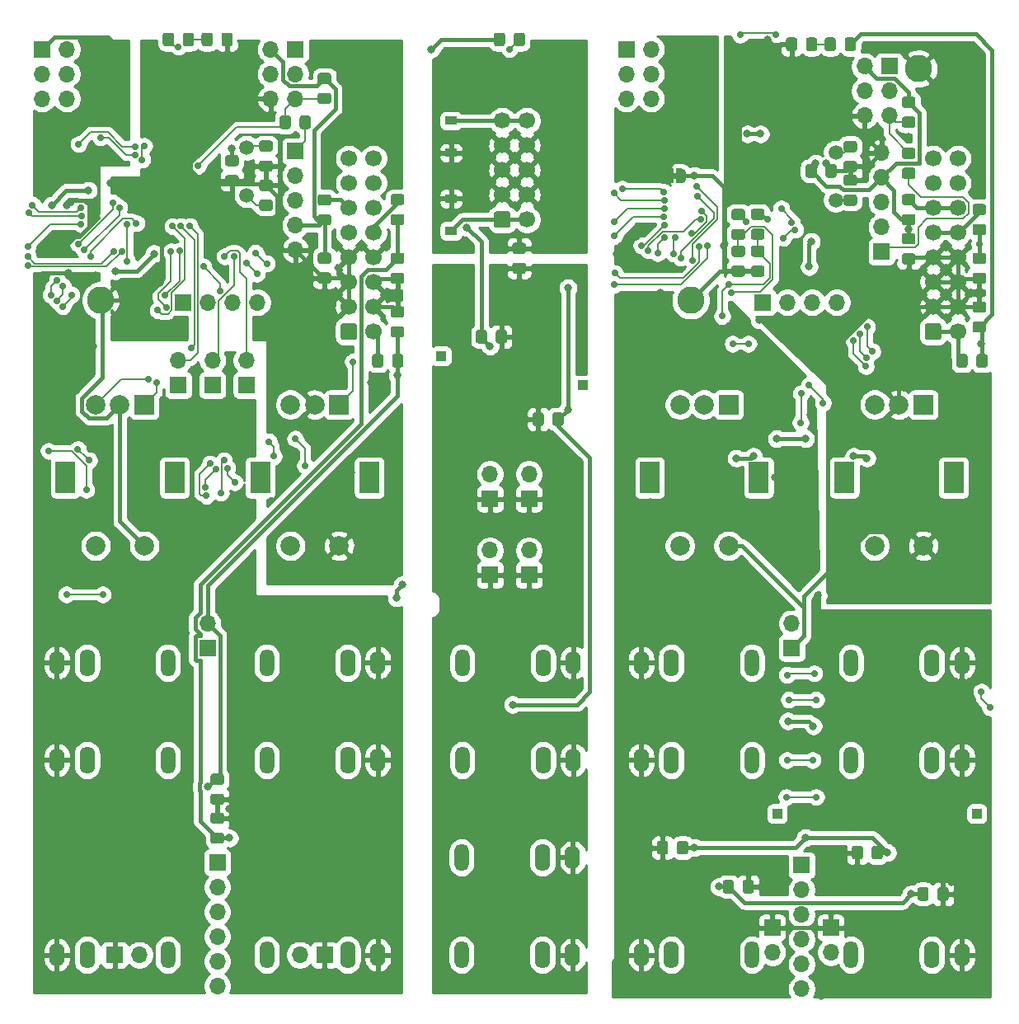
<source format=gtl>
G04 #@! TF.GenerationSoftware,KiCad,Pcbnew,(5.1.9)-1*
G04 #@! TF.CreationDate,2021-05-20T23:10:05+02:00*
G04 #@! TF.ProjectId,KicadJE_OLED_Board_Only,4b696361-644a-4455-9f4f-4c45445f426f,Rev A*
G04 #@! TF.SameCoordinates,Original*
G04 #@! TF.FileFunction,Copper,L1,Top*
G04 #@! TF.FilePolarity,Positive*
%FSLAX46Y46*%
G04 Gerber Fmt 4.6, Leading zero omitted, Abs format (unit mm)*
G04 Created by KiCad (PCBNEW (5.1.9)-1) date 2021-05-20 23:10:05*
%MOMM*%
%LPD*%
G01*
G04 APERTURE LIST*
G04 #@! TA.AperFunction,EtchedComponent*
%ADD10C,0.150000*%
G04 #@! TD*
G04 #@! TA.AperFunction,ComponentPad*
%ADD11C,2.800000*%
G04 #@! TD*
G04 #@! TA.AperFunction,SMDPad,CuDef*
%ADD12R,1.200000X0.900000*%
G04 #@! TD*
G04 #@! TA.AperFunction,ComponentPad*
%ADD13R,1.700000X1.700000*%
G04 #@! TD*
G04 #@! TA.AperFunction,ComponentPad*
%ADD14O,1.700000X1.700000*%
G04 #@! TD*
G04 #@! TA.AperFunction,ComponentPad*
%ADD15O,1.500000X2.800000*%
G04 #@! TD*
G04 #@! TA.AperFunction,ComponentPad*
%ADD16O,1.600000X2.400000*%
G04 #@! TD*
G04 #@! TA.AperFunction,ComponentPad*
%ADD17O,1.600000X2.800000*%
G04 #@! TD*
G04 #@! TA.AperFunction,ComponentPad*
%ADD18C,1.700000*%
G04 #@! TD*
G04 #@! TA.AperFunction,SMDPad,CuDef*
%ADD19C,0.150000*%
G04 #@! TD*
G04 #@! TA.AperFunction,ComponentPad*
%ADD20C,2.000000*%
G04 #@! TD*
G04 #@! TA.AperFunction,ComponentPad*
%ADD21R,2.000000X3.200000*%
G04 #@! TD*
G04 #@! TA.AperFunction,ComponentPad*
%ADD22R,2.000000X2.000000*%
G04 #@! TD*
G04 #@! TA.AperFunction,ComponentPad*
%ADD23C,1.500000*%
G04 #@! TD*
G04 #@! TA.AperFunction,ComponentPad*
%ADD24R,1.000000X1.000000*%
G04 #@! TD*
G04 #@! TA.AperFunction,ViaPad*
%ADD25C,0.800000*%
G04 #@! TD*
G04 #@! TA.AperFunction,ViaPad*
%ADD26C,0.700000*%
G04 #@! TD*
G04 #@! TA.AperFunction,Conductor*
%ADD27C,0.400000*%
G04 #@! TD*
G04 #@! TA.AperFunction,Conductor*
%ADD28C,0.150000*%
G04 #@! TD*
G04 #@! TA.AperFunction,Conductor*
%ADD29C,0.254000*%
G04 #@! TD*
G04 APERTURE END LIST*
D10*
G36*
X167250000Y-64700000D02*
G01*
X166750000Y-64700000D01*
X166750000Y-65300000D01*
X167250000Y-65300000D01*
X167250000Y-64700000D01*
G37*
D11*
X108000000Y-77800000D03*
X192000000Y-54000000D03*
X168600000Y-77800000D03*
D12*
X144000000Y-62650000D03*
X144000000Y-59350000D03*
X144000000Y-67350000D03*
X144000000Y-70650000D03*
G04 #@! TA.AperFunction,SMDPad,CuDef*
G36*
G01*
X181550000Y-64049999D02*
X181550000Y-64950001D01*
G75*
G02*
X181300001Y-65200000I-249999J0D01*
G01*
X180649999Y-65200000D01*
G75*
G02*
X180400000Y-64950001I0J249999D01*
G01*
X180400000Y-64049999D01*
G75*
G02*
X180649999Y-63800000I249999J0D01*
G01*
X181300001Y-63800000D01*
G75*
G02*
X181550000Y-64049999I0J-249999D01*
G01*
G37*
G04 #@! TD.AperFunction*
G04 #@! TA.AperFunction,SMDPad,CuDef*
G36*
G01*
X183600000Y-64049999D02*
X183600000Y-64950001D01*
G75*
G02*
X183350001Y-65200000I-249999J0D01*
G01*
X182699999Y-65200000D01*
G75*
G02*
X182450000Y-64950001I0J249999D01*
G01*
X182450000Y-64049999D01*
G75*
G02*
X182699999Y-63800000I249999J0D01*
G01*
X183350001Y-63800000D01*
G75*
G02*
X183600000Y-64049999I0J-249999D01*
G01*
G37*
G04 #@! TD.AperFunction*
G04 #@! TA.AperFunction,SMDPad,CuDef*
G36*
G01*
X190549999Y-64175000D02*
X191450001Y-64175000D01*
G75*
G02*
X191700000Y-64424999I0J-249999D01*
G01*
X191700000Y-65075001D01*
G75*
G02*
X191450001Y-65325000I-249999J0D01*
G01*
X190549999Y-65325000D01*
G75*
G02*
X190300000Y-65075001I0J249999D01*
G01*
X190300000Y-64424999D01*
G75*
G02*
X190549999Y-64175000I249999J0D01*
G01*
G37*
G04 #@! TD.AperFunction*
G04 #@! TA.AperFunction,SMDPad,CuDef*
G36*
G01*
X190549999Y-62125000D02*
X191450001Y-62125000D01*
G75*
G02*
X191700000Y-62374999I0J-249999D01*
G01*
X191700000Y-63025001D01*
G75*
G02*
X191450001Y-63275000I-249999J0D01*
G01*
X190549999Y-63275000D01*
G75*
G02*
X190300000Y-63025001I0J249999D01*
G01*
X190300000Y-62374999D01*
G75*
G02*
X190549999Y-62125000I249999J0D01*
G01*
G37*
G04 #@! TD.AperFunction*
G04 #@! TA.AperFunction,SMDPad,CuDef*
G36*
G01*
X185450001Y-66025000D02*
X184549999Y-66025000D01*
G75*
G02*
X184300000Y-65775001I0J249999D01*
G01*
X184300000Y-65124999D01*
G75*
G02*
X184549999Y-64875000I249999J0D01*
G01*
X185450001Y-64875000D01*
G75*
G02*
X185700000Y-65124999I0J-249999D01*
G01*
X185700000Y-65775001D01*
G75*
G02*
X185450001Y-66025000I-249999J0D01*
G01*
G37*
G04 #@! TD.AperFunction*
G04 #@! TA.AperFunction,SMDPad,CuDef*
G36*
G01*
X185450001Y-68075000D02*
X184549999Y-68075000D01*
G75*
G02*
X184300000Y-67825001I0J249999D01*
G01*
X184300000Y-67174999D01*
G75*
G02*
X184549999Y-66925000I249999J0D01*
G01*
X185450001Y-66925000D01*
G75*
G02*
X185700000Y-67174999I0J-249999D01*
G01*
X185700000Y-67825001D01*
G75*
G02*
X185450001Y-68075000I-249999J0D01*
G01*
G37*
G04 #@! TD.AperFunction*
G04 #@! TA.AperFunction,SMDPad,CuDef*
G36*
G01*
X184549999Y-61425000D02*
X185450001Y-61425000D01*
G75*
G02*
X185700000Y-61674999I0J-249999D01*
G01*
X185700000Y-62325001D01*
G75*
G02*
X185450001Y-62575000I-249999J0D01*
G01*
X184549999Y-62575000D01*
G75*
G02*
X184300000Y-62325001I0J249999D01*
G01*
X184300000Y-61674999D01*
G75*
G02*
X184549999Y-61425000I249999J0D01*
G01*
G37*
G04 #@! TD.AperFunction*
G04 #@! TA.AperFunction,SMDPad,CuDef*
G36*
G01*
X184549999Y-63475000D02*
X185450001Y-63475000D01*
G75*
G02*
X185700000Y-63724999I0J-249999D01*
G01*
X185700000Y-64375001D01*
G75*
G02*
X185450001Y-64625000I-249999J0D01*
G01*
X184549999Y-64625000D01*
G75*
G02*
X184300000Y-64375001I0J249999D01*
G01*
X184300000Y-63724999D01*
G75*
G02*
X184549999Y-63475000I249999J0D01*
G01*
G37*
G04 #@! TD.AperFunction*
D13*
X176000000Y-78000000D03*
D14*
X178540000Y-78000000D03*
X181080000Y-78000000D03*
X183620000Y-78000000D03*
D15*
X174920000Y-115000000D03*
D16*
X163520000Y-115000000D03*
D17*
X166620000Y-115000000D03*
X193380000Y-115000000D03*
D16*
X196480000Y-115000000D03*
D15*
X185080000Y-115000000D03*
D17*
X166620000Y-125000000D03*
D16*
X163520000Y-125000000D03*
D15*
X174920000Y-125000000D03*
D17*
X193380000Y-125000000D03*
D16*
X196480000Y-125000000D03*
D15*
X185080000Y-125000000D03*
D14*
X180000000Y-148500000D03*
X180000000Y-145960000D03*
X180000000Y-143420000D03*
X180000000Y-140880000D03*
X180000000Y-138340000D03*
D13*
X180000000Y-135800000D03*
X179000000Y-113500000D03*
D14*
X179000000Y-110960000D03*
X183000000Y-144740000D03*
D13*
X183000000Y-142200000D03*
X177000000Y-142200000D03*
D14*
X177000000Y-144740000D03*
D15*
X174920000Y-145000000D03*
D16*
X163520000Y-145000000D03*
D17*
X166620000Y-145000000D03*
X193380000Y-145000000D03*
D16*
X196480000Y-145000000D03*
D15*
X185080000Y-145000000D03*
D13*
X189000000Y-53750000D03*
D14*
X186460000Y-53750000D03*
X189000000Y-56290000D03*
X186460000Y-56290000D03*
X189000000Y-58830000D03*
X186460000Y-58830000D03*
G04 #@! TA.AperFunction,ComponentPad*
G36*
G01*
X192650000Y-81600000D02*
X192650000Y-80400000D01*
G75*
G02*
X192900000Y-80150000I250000J0D01*
G01*
X194100000Y-80150000D01*
G75*
G02*
X194350000Y-80400000I0J-250000D01*
G01*
X194350000Y-81600000D01*
G75*
G02*
X194100000Y-81850000I-250000J0D01*
G01*
X192900000Y-81850000D01*
G75*
G02*
X192650000Y-81600000I0J250000D01*
G01*
G37*
G04 #@! TD.AperFunction*
D18*
X193500000Y-78460000D03*
X193500000Y-75920000D03*
X193500000Y-73380000D03*
X193500000Y-70840000D03*
X193500000Y-68300000D03*
X193500000Y-65760000D03*
X193500000Y-63220000D03*
X196040000Y-81000000D03*
X196040000Y-78460000D03*
X196040000Y-75920000D03*
X196040000Y-73380000D03*
X196040000Y-70840000D03*
X196040000Y-68300000D03*
X196040000Y-65760000D03*
X196040000Y-63220000D03*
G04 #@! TA.AperFunction,SMDPad,CuDef*
D19*
G36*
X167650000Y-64250602D02*
G01*
X167674534Y-64250602D01*
X167723365Y-64255412D01*
X167771490Y-64264984D01*
X167818445Y-64279228D01*
X167863778Y-64298005D01*
X167907051Y-64321136D01*
X167947850Y-64348396D01*
X167985779Y-64379524D01*
X168020476Y-64414221D01*
X168051604Y-64452150D01*
X168078864Y-64492949D01*
X168101995Y-64536222D01*
X168120772Y-64581555D01*
X168135016Y-64628510D01*
X168144588Y-64676635D01*
X168149398Y-64725466D01*
X168149398Y-64750000D01*
X168150000Y-64750000D01*
X168150000Y-65250000D01*
X168149398Y-65250000D01*
X168149398Y-65274534D01*
X168144588Y-65323365D01*
X168135016Y-65371490D01*
X168120772Y-65418445D01*
X168101995Y-65463778D01*
X168078864Y-65507051D01*
X168051604Y-65547850D01*
X168020476Y-65585779D01*
X167985779Y-65620476D01*
X167947850Y-65651604D01*
X167907051Y-65678864D01*
X167863778Y-65701995D01*
X167818445Y-65720772D01*
X167771490Y-65735016D01*
X167723365Y-65744588D01*
X167674534Y-65749398D01*
X167650000Y-65749398D01*
X167650000Y-65750000D01*
X167150000Y-65750000D01*
X167150000Y-64250000D01*
X167650000Y-64250000D01*
X167650000Y-64250602D01*
G37*
G04 #@! TD.AperFunction*
G04 #@! TA.AperFunction,SMDPad,CuDef*
G36*
X166850000Y-65750000D02*
G01*
X166350000Y-65750000D01*
X166350000Y-65749398D01*
X166325466Y-65749398D01*
X166276635Y-65744588D01*
X166228510Y-65735016D01*
X166181555Y-65720772D01*
X166136222Y-65701995D01*
X166092949Y-65678864D01*
X166052150Y-65651604D01*
X166014221Y-65620476D01*
X165979524Y-65585779D01*
X165948396Y-65547850D01*
X165921136Y-65507051D01*
X165898005Y-65463778D01*
X165879228Y-65418445D01*
X165864984Y-65371490D01*
X165855412Y-65323365D01*
X165850602Y-65274534D01*
X165850602Y-65250000D01*
X165850000Y-65250000D01*
X165850000Y-64750000D01*
X165850602Y-64750000D01*
X165850602Y-64725466D01*
X165855412Y-64676635D01*
X165864984Y-64628510D01*
X165879228Y-64581555D01*
X165898005Y-64536222D01*
X165921136Y-64492949D01*
X165948396Y-64452150D01*
X165979524Y-64414221D01*
X166014221Y-64379524D01*
X166052150Y-64348396D01*
X166092949Y-64321136D01*
X166136222Y-64298005D01*
X166181555Y-64279228D01*
X166228510Y-64264984D01*
X166276635Y-64255412D01*
X166325466Y-64250602D01*
X166350000Y-64250602D01*
X166350000Y-64250000D01*
X166850000Y-64250000D01*
X166850000Y-65750000D01*
G37*
G04 #@! TD.AperFunction*
G04 #@! TA.AperFunction,SMDPad,CuDef*
G36*
G01*
X190549999Y-56875000D02*
X191450001Y-56875000D01*
G75*
G02*
X191700000Y-57124999I0J-249999D01*
G01*
X191700000Y-57775001D01*
G75*
G02*
X191450001Y-58025000I-249999J0D01*
G01*
X190549999Y-58025000D01*
G75*
G02*
X190300000Y-57775001I0J249999D01*
G01*
X190300000Y-57124999D01*
G75*
G02*
X190549999Y-56875000I249999J0D01*
G01*
G37*
G04 #@! TD.AperFunction*
G04 #@! TA.AperFunction,SMDPad,CuDef*
G36*
G01*
X190549999Y-58925000D02*
X191450001Y-58925000D01*
G75*
G02*
X191700000Y-59174999I0J-249999D01*
G01*
X191700000Y-59825001D01*
G75*
G02*
X191450001Y-60075000I-249999J0D01*
G01*
X190549999Y-60075000D01*
G75*
G02*
X190300000Y-59825001I0J249999D01*
G01*
X190300000Y-59174999D01*
G75*
G02*
X190549999Y-58925000I249999J0D01*
G01*
G37*
G04 #@! TD.AperFunction*
D20*
X167500000Y-103000000D03*
X172500000Y-103000000D03*
D21*
X164400000Y-96000000D03*
X175600000Y-96000000D03*
D20*
X167500000Y-88500000D03*
X170000000Y-88500000D03*
D22*
X172500000Y-88500000D03*
D23*
X183500000Y-67500000D03*
X183500000Y-62620000D03*
G04 #@! TA.AperFunction,SMDPad,CuDef*
G36*
G01*
X191450001Y-74100000D02*
X190549999Y-74100000D01*
G75*
G02*
X190300000Y-73850001I0J249999D01*
G01*
X190300000Y-73199999D01*
G75*
G02*
X190549999Y-72950000I249999J0D01*
G01*
X191450001Y-72950000D01*
G75*
G02*
X191700000Y-73199999I0J-249999D01*
G01*
X191700000Y-73850001D01*
G75*
G02*
X191450001Y-74100000I-249999J0D01*
G01*
G37*
G04 #@! TD.AperFunction*
G04 #@! TA.AperFunction,SMDPad,CuDef*
G36*
G01*
X191450001Y-72050000D02*
X190549999Y-72050000D01*
G75*
G02*
X190300000Y-71800001I0J249999D01*
G01*
X190300000Y-71149999D01*
G75*
G02*
X190549999Y-70900000I249999J0D01*
G01*
X191450001Y-70900000D01*
G75*
G02*
X191700000Y-71149999I0J-249999D01*
G01*
X191700000Y-71800001D01*
G75*
G02*
X191450001Y-72050000I-249999J0D01*
G01*
G37*
G04 #@! TD.AperFunction*
G04 #@! TA.AperFunction,SMDPad,CuDef*
G36*
G01*
X197799999Y-79950000D02*
X198700001Y-79950000D01*
G75*
G02*
X198950000Y-80199999I0J-249999D01*
G01*
X198950000Y-80850001D01*
G75*
G02*
X198700001Y-81100000I-249999J0D01*
G01*
X197799999Y-81100000D01*
G75*
G02*
X197550000Y-80850001I0J249999D01*
G01*
X197550000Y-80199999D01*
G75*
G02*
X197799999Y-79950000I249999J0D01*
G01*
G37*
G04 #@! TD.AperFunction*
G04 #@! TA.AperFunction,SMDPad,CuDef*
G36*
G01*
X197799999Y-77900000D02*
X198700001Y-77900000D01*
G75*
G02*
X198950000Y-78149999I0J-249999D01*
G01*
X198950000Y-78800001D01*
G75*
G02*
X198700001Y-79050000I-249999J0D01*
G01*
X197799999Y-79050000D01*
G75*
G02*
X197550000Y-78800001I0J249999D01*
G01*
X197550000Y-78149999D01*
G75*
G02*
X197799999Y-77900000I249999J0D01*
G01*
G37*
G04 #@! TD.AperFunction*
G04 #@! TA.AperFunction,SMDPad,CuDef*
G36*
G01*
X198700001Y-74050000D02*
X197799999Y-74050000D01*
G75*
G02*
X197550000Y-73800001I0J249999D01*
G01*
X197550000Y-73149999D01*
G75*
G02*
X197799999Y-72900000I249999J0D01*
G01*
X198700001Y-72900000D01*
G75*
G02*
X198950000Y-73149999I0J-249999D01*
G01*
X198950000Y-73800001D01*
G75*
G02*
X198700001Y-74050000I-249999J0D01*
G01*
G37*
G04 #@! TD.AperFunction*
G04 #@! TA.AperFunction,SMDPad,CuDef*
G36*
G01*
X198700001Y-76100000D02*
X197799999Y-76100000D01*
G75*
G02*
X197550000Y-75850001I0J249999D01*
G01*
X197550000Y-75199999D01*
G75*
G02*
X197799999Y-74950000I249999J0D01*
G01*
X198700001Y-74950000D01*
G75*
G02*
X198950000Y-75199999I0J-249999D01*
G01*
X198950000Y-75850001D01*
G75*
G02*
X198700001Y-76100000I-249999J0D01*
G01*
G37*
G04 #@! TD.AperFunction*
G04 #@! TA.AperFunction,SMDPad,CuDef*
G36*
G01*
X191900000Y-139200001D02*
X191900000Y-138299999D01*
G75*
G02*
X192149999Y-138050000I249999J0D01*
G01*
X192800001Y-138050000D01*
G75*
G02*
X193050000Y-138299999I0J-249999D01*
G01*
X193050000Y-139200001D01*
G75*
G02*
X192800001Y-139450000I-249999J0D01*
G01*
X192149999Y-139450000D01*
G75*
G02*
X191900000Y-139200001I0J249999D01*
G01*
G37*
G04 #@! TD.AperFunction*
G04 #@! TA.AperFunction,SMDPad,CuDef*
G36*
G01*
X193950000Y-139200001D02*
X193950000Y-138299999D01*
G75*
G02*
X194199999Y-138050000I249999J0D01*
G01*
X194850001Y-138050000D01*
G75*
G02*
X195100000Y-138299999I0J-249999D01*
G01*
X195100000Y-139200001D01*
G75*
G02*
X194850001Y-139450000I-249999J0D01*
G01*
X194199999Y-139450000D01*
G75*
G02*
X193950000Y-139200001I0J249999D01*
G01*
G37*
G04 #@! TD.AperFunction*
G04 #@! TA.AperFunction,SMDPad,CuDef*
G36*
G01*
X187200000Y-134950001D02*
X187200000Y-134049999D01*
G75*
G02*
X187449999Y-133800000I249999J0D01*
G01*
X188100001Y-133800000D01*
G75*
G02*
X188350000Y-134049999I0J-249999D01*
G01*
X188350000Y-134950001D01*
G75*
G02*
X188100001Y-135200000I-249999J0D01*
G01*
X187449999Y-135200000D01*
G75*
G02*
X187200000Y-134950001I0J249999D01*
G01*
G37*
G04 #@! TD.AperFunction*
G04 #@! TA.AperFunction,SMDPad,CuDef*
G36*
G01*
X185150000Y-134950001D02*
X185150000Y-134049999D01*
G75*
G02*
X185399999Y-133800000I249999J0D01*
G01*
X186050001Y-133800000D01*
G75*
G02*
X186300000Y-134049999I0J-249999D01*
G01*
X186300000Y-134950001D01*
G75*
G02*
X186050001Y-135200000I-249999J0D01*
G01*
X185399999Y-135200000D01*
G75*
G02*
X185150000Y-134950001I0J249999D01*
G01*
G37*
G04 #@! TD.AperFunction*
G04 #@! TA.AperFunction,SMDPad,CuDef*
G36*
G01*
X181600000Y-51049999D02*
X181600000Y-51950001D01*
G75*
G02*
X181350001Y-52200000I-249999J0D01*
G01*
X180699999Y-52200000D01*
G75*
G02*
X180450000Y-51950001I0J249999D01*
G01*
X180450000Y-51049999D01*
G75*
G02*
X180699999Y-50800000I249999J0D01*
G01*
X181350001Y-50800000D01*
G75*
G02*
X181600000Y-51049999I0J-249999D01*
G01*
G37*
G04 #@! TD.AperFunction*
G04 #@! TA.AperFunction,SMDPad,CuDef*
G36*
G01*
X179550000Y-51049999D02*
X179550000Y-51950001D01*
G75*
G02*
X179300001Y-52200000I-249999J0D01*
G01*
X178649999Y-52200000D01*
G75*
G02*
X178400000Y-51950001I0J249999D01*
G01*
X178400000Y-51049999D01*
G75*
G02*
X178649999Y-50800000I249999J0D01*
G01*
X179300001Y-50800000D01*
G75*
G02*
X179550000Y-51049999I0J-249999D01*
G01*
G37*
G04 #@! TD.AperFunction*
G04 #@! TA.AperFunction,SMDPad,CuDef*
G36*
G01*
X197799999Y-67900000D02*
X198700001Y-67900000D01*
G75*
G02*
X198950000Y-68149999I0J-249999D01*
G01*
X198950000Y-68800001D01*
G75*
G02*
X198700001Y-69050000I-249999J0D01*
G01*
X197799999Y-69050000D01*
G75*
G02*
X197550000Y-68800001I0J249999D01*
G01*
X197550000Y-68149999D01*
G75*
G02*
X197799999Y-67900000I249999J0D01*
G01*
G37*
G04 #@! TD.AperFunction*
G04 #@! TA.AperFunction,SMDPad,CuDef*
G36*
G01*
X197799999Y-69950000D02*
X198700001Y-69950000D01*
G75*
G02*
X198950000Y-70199999I0J-249999D01*
G01*
X198950000Y-70850001D01*
G75*
G02*
X198700001Y-71100000I-249999J0D01*
G01*
X197799999Y-71100000D01*
G75*
G02*
X197550000Y-70850001I0J249999D01*
G01*
X197550000Y-70199999D01*
G75*
G02*
X197799999Y-69950000I249999J0D01*
G01*
G37*
G04 #@! TD.AperFunction*
G04 #@! TA.AperFunction,SMDPad,CuDef*
G36*
G01*
X195900000Y-84450001D02*
X195900000Y-83549999D01*
G75*
G02*
X196149999Y-83300000I249999J0D01*
G01*
X196800001Y-83300000D01*
G75*
G02*
X197050000Y-83549999I0J-249999D01*
G01*
X197050000Y-84450001D01*
G75*
G02*
X196800001Y-84700000I-249999J0D01*
G01*
X196149999Y-84700000D01*
G75*
G02*
X195900000Y-84450001I0J249999D01*
G01*
G37*
G04 #@! TD.AperFunction*
G04 #@! TA.AperFunction,SMDPad,CuDef*
G36*
G01*
X197950000Y-84450001D02*
X197950000Y-83549999D01*
G75*
G02*
X198199999Y-83300000I249999J0D01*
G01*
X198850001Y-83300000D01*
G75*
G02*
X199100000Y-83549999I0J-249999D01*
G01*
X199100000Y-84450001D01*
G75*
G02*
X198850001Y-84700000I-249999J0D01*
G01*
X198199999Y-84700000D01*
G75*
G02*
X197950000Y-84450001I0J249999D01*
G01*
G37*
G04 #@! TD.AperFunction*
G04 #@! TA.AperFunction,SMDPad,CuDef*
G36*
G01*
X190549999Y-68925000D02*
X191450001Y-68925000D01*
G75*
G02*
X191700000Y-69174999I0J-249999D01*
G01*
X191700000Y-69825001D01*
G75*
G02*
X191450001Y-70075000I-249999J0D01*
G01*
X190549999Y-70075000D01*
G75*
G02*
X190300000Y-69825001I0J249999D01*
G01*
X190300000Y-69174999D01*
G75*
G02*
X190549999Y-68925000I249999J0D01*
G01*
G37*
G04 #@! TD.AperFunction*
G04 #@! TA.AperFunction,SMDPad,CuDef*
G36*
G01*
X190549999Y-66875000D02*
X191450001Y-66875000D01*
G75*
G02*
X191700000Y-67124999I0J-249999D01*
G01*
X191700000Y-67775001D01*
G75*
G02*
X191450001Y-68025000I-249999J0D01*
G01*
X190549999Y-68025000D01*
G75*
G02*
X190300000Y-67775001I0J249999D01*
G01*
X190300000Y-67124999D01*
G75*
G02*
X190549999Y-66875000I249999J0D01*
G01*
G37*
G04 #@! TD.AperFunction*
G04 #@! TA.AperFunction,SMDPad,CuDef*
G36*
G01*
X184425000Y-51950001D02*
X184425000Y-51049999D01*
G75*
G02*
X184674999Y-50800000I249999J0D01*
G01*
X185325001Y-50800000D01*
G75*
G02*
X185575000Y-51049999I0J-249999D01*
G01*
X185575000Y-51950001D01*
G75*
G02*
X185325001Y-52200000I-249999J0D01*
G01*
X184674999Y-52200000D01*
G75*
G02*
X184425000Y-51950001I0J249999D01*
G01*
G37*
G04 #@! TD.AperFunction*
G04 #@! TA.AperFunction,SMDPad,CuDef*
G36*
G01*
X182375000Y-51950001D02*
X182375000Y-51049999D01*
G75*
G02*
X182624999Y-50800000I249999J0D01*
G01*
X183275001Y-50800000D01*
G75*
G02*
X183525000Y-51049999I0J-249999D01*
G01*
X183525000Y-51950001D01*
G75*
G02*
X183275001Y-52200000I-249999J0D01*
G01*
X182624999Y-52200000D01*
G75*
G02*
X182375000Y-51950001I0J249999D01*
G01*
G37*
G04 #@! TD.AperFunction*
D20*
X187500000Y-103000000D03*
X192500000Y-103000000D03*
D21*
X184400000Y-96000000D03*
X195600000Y-96000000D03*
D20*
X187500000Y-88500000D03*
X190000000Y-88500000D03*
D22*
X192500000Y-88500000D03*
D13*
X188200000Y-72800000D03*
D14*
X188200000Y-70260000D03*
X188200000Y-67720000D03*
X188200000Y-65180000D03*
X188200000Y-62640000D03*
D13*
X162000000Y-52000000D03*
D14*
X164540000Y-52000000D03*
X162000000Y-54540000D03*
X164540000Y-54540000D03*
X162000000Y-57080000D03*
X164540000Y-57080000D03*
G04 #@! TA.AperFunction,SMDPad,CuDef*
G36*
G01*
X171900000Y-138450001D02*
X171900000Y-137549999D01*
G75*
G02*
X172149999Y-137300000I249999J0D01*
G01*
X172800001Y-137300000D01*
G75*
G02*
X173050000Y-137549999I0J-249999D01*
G01*
X173050000Y-138450001D01*
G75*
G02*
X172800001Y-138700000I-249999J0D01*
G01*
X172149999Y-138700000D01*
G75*
G02*
X171900000Y-138450001I0J249999D01*
G01*
G37*
G04 #@! TD.AperFunction*
G04 #@! TA.AperFunction,SMDPad,CuDef*
G36*
G01*
X173950000Y-138450001D02*
X173950000Y-137549999D01*
G75*
G02*
X174199999Y-137300000I249999J0D01*
G01*
X174850001Y-137300000D01*
G75*
G02*
X175100000Y-137549999I0J-249999D01*
G01*
X175100000Y-138450001D01*
G75*
G02*
X174850001Y-138700000I-249999J0D01*
G01*
X174199999Y-138700000D01*
G75*
G02*
X173950000Y-138450001I0J249999D01*
G01*
G37*
G04 #@! TD.AperFunction*
G04 #@! TA.AperFunction,SMDPad,CuDef*
G36*
G01*
X167200000Y-134450001D02*
X167200000Y-133549999D01*
G75*
G02*
X167449999Y-133300000I249999J0D01*
G01*
X168100001Y-133300000D01*
G75*
G02*
X168350000Y-133549999I0J-249999D01*
G01*
X168350000Y-134450001D01*
G75*
G02*
X168100001Y-134700000I-249999J0D01*
G01*
X167449999Y-134700000D01*
G75*
G02*
X167200000Y-134450001I0J249999D01*
G01*
G37*
G04 #@! TD.AperFunction*
G04 #@! TA.AperFunction,SMDPad,CuDef*
G36*
G01*
X165150000Y-134450001D02*
X165150000Y-133549999D01*
G75*
G02*
X165399999Y-133300000I249999J0D01*
G01*
X166050001Y-133300000D01*
G75*
G02*
X166300000Y-133549999I0J-249999D01*
G01*
X166300000Y-134450001D01*
G75*
G02*
X166050001Y-134700000I-249999J0D01*
G01*
X165399999Y-134700000D01*
G75*
G02*
X165150000Y-134450001I0J249999D01*
G01*
G37*
G04 #@! TD.AperFunction*
G04 #@! TA.AperFunction,SMDPad,CuDef*
G36*
G01*
X175049999Y-74225000D02*
X175950001Y-74225000D01*
G75*
G02*
X176200000Y-74474999I0J-249999D01*
G01*
X176200000Y-75125001D01*
G75*
G02*
X175950001Y-75375000I-249999J0D01*
G01*
X175049999Y-75375000D01*
G75*
G02*
X174800000Y-75125001I0J249999D01*
G01*
X174800000Y-74474999D01*
G75*
G02*
X175049999Y-74225000I249999J0D01*
G01*
G37*
G04 #@! TD.AperFunction*
G04 #@! TA.AperFunction,SMDPad,CuDef*
G36*
G01*
X175049999Y-72175000D02*
X175950001Y-72175000D01*
G75*
G02*
X176200000Y-72424999I0J-249999D01*
G01*
X176200000Y-73075001D01*
G75*
G02*
X175950001Y-73325000I-249999J0D01*
G01*
X175049999Y-73325000D01*
G75*
G02*
X174800000Y-73075001I0J249999D01*
G01*
X174800000Y-72424999D01*
G75*
G02*
X175049999Y-72175000I249999J0D01*
G01*
G37*
G04 #@! TD.AperFunction*
G04 #@! TA.AperFunction,SMDPad,CuDef*
G36*
G01*
X173049999Y-72175000D02*
X173950001Y-72175000D01*
G75*
G02*
X174200000Y-72424999I0J-249999D01*
G01*
X174200000Y-73075001D01*
G75*
G02*
X173950001Y-73325000I-249999J0D01*
G01*
X173049999Y-73325000D01*
G75*
G02*
X172800000Y-73075001I0J249999D01*
G01*
X172800000Y-72424999D01*
G75*
G02*
X173049999Y-72175000I249999J0D01*
G01*
G37*
G04 #@! TD.AperFunction*
G04 #@! TA.AperFunction,SMDPad,CuDef*
G36*
G01*
X173049999Y-74225000D02*
X173950001Y-74225000D01*
G75*
G02*
X174200000Y-74474999I0J-249999D01*
G01*
X174200000Y-75125001D01*
G75*
G02*
X173950001Y-75375000I-249999J0D01*
G01*
X173049999Y-75375000D01*
G75*
G02*
X172800000Y-75125001I0J249999D01*
G01*
X172800000Y-74474999D01*
G75*
G02*
X173049999Y-74225000I249999J0D01*
G01*
G37*
G04 #@! TD.AperFunction*
G04 #@! TA.AperFunction,SMDPad,CuDef*
G36*
G01*
X175049999Y-70425000D02*
X175950001Y-70425000D01*
G75*
G02*
X176200000Y-70674999I0J-249999D01*
G01*
X176200000Y-71325001D01*
G75*
G02*
X175950001Y-71575000I-249999J0D01*
G01*
X175049999Y-71575000D01*
G75*
G02*
X174800000Y-71325001I0J249999D01*
G01*
X174800000Y-70674999D01*
G75*
G02*
X175049999Y-70425000I249999J0D01*
G01*
G37*
G04 #@! TD.AperFunction*
G04 #@! TA.AperFunction,SMDPad,CuDef*
G36*
G01*
X175049999Y-68375000D02*
X175950001Y-68375000D01*
G75*
G02*
X176200000Y-68624999I0J-249999D01*
G01*
X176200000Y-69275001D01*
G75*
G02*
X175950001Y-69525000I-249999J0D01*
G01*
X175049999Y-69525000D01*
G75*
G02*
X174800000Y-69275001I0J249999D01*
G01*
X174800000Y-68624999D01*
G75*
G02*
X175049999Y-68375000I249999J0D01*
G01*
G37*
G04 #@! TD.AperFunction*
G04 #@! TA.AperFunction,SMDPad,CuDef*
G36*
G01*
X173049999Y-68400000D02*
X173950001Y-68400000D01*
G75*
G02*
X174200000Y-68649999I0J-249999D01*
G01*
X174200000Y-69300001D01*
G75*
G02*
X173950001Y-69550000I-249999J0D01*
G01*
X173049999Y-69550000D01*
G75*
G02*
X172800000Y-69300001I0J249999D01*
G01*
X172800000Y-68649999D01*
G75*
G02*
X173049999Y-68400000I249999J0D01*
G01*
G37*
G04 #@! TD.AperFunction*
G04 #@! TA.AperFunction,SMDPad,CuDef*
G36*
G01*
X173049999Y-70450000D02*
X173950001Y-70450000D01*
G75*
G02*
X174200000Y-70699999I0J-249999D01*
G01*
X174200000Y-71350001D01*
G75*
G02*
X173950001Y-71600000I-249999J0D01*
G01*
X173049999Y-71600000D01*
G75*
G02*
X172800000Y-71350001I0J249999D01*
G01*
X172800000Y-70699999D01*
G75*
G02*
X173049999Y-70450000I249999J0D01*
G01*
G37*
G04 #@! TD.AperFunction*
D24*
X177500000Y-130500000D03*
X198000000Y-130500000D03*
D14*
X152000000Y-103460000D03*
D13*
X152000000Y-106000000D03*
D17*
X153455001Y-125000000D03*
D16*
X156555001Y-125000000D03*
D15*
X145155001Y-125000000D03*
X145080000Y-145000000D03*
D16*
X156480000Y-145000000D03*
D17*
X153380000Y-145000000D03*
D13*
X148000000Y-106000000D03*
D14*
X148000000Y-103460000D03*
D17*
X153455001Y-115000000D03*
D16*
X156555001Y-115000000D03*
D15*
X145155001Y-115000000D03*
X145080000Y-135000000D03*
D16*
X156480000Y-135000000D03*
D17*
X153380000Y-135000000D03*
G04 #@! TA.AperFunction,SMDPad,CuDef*
G36*
G01*
X150549999Y-73925000D02*
X151450001Y-73925000D01*
G75*
G02*
X151700000Y-74174999I0J-249999D01*
G01*
X151700000Y-74825001D01*
G75*
G02*
X151450001Y-75075000I-249999J0D01*
G01*
X150549999Y-75075000D01*
G75*
G02*
X150300000Y-74825001I0J249999D01*
G01*
X150300000Y-74174999D01*
G75*
G02*
X150549999Y-73925000I249999J0D01*
G01*
G37*
G04 #@! TD.AperFunction*
G04 #@! TA.AperFunction,SMDPad,CuDef*
G36*
G01*
X150549999Y-71875000D02*
X151450001Y-71875000D01*
G75*
G02*
X151700000Y-72124999I0J-249999D01*
G01*
X151700000Y-72775001D01*
G75*
G02*
X151450001Y-73025000I-249999J0D01*
G01*
X150549999Y-73025000D01*
G75*
G02*
X150300000Y-72775001I0J249999D01*
G01*
X150300000Y-72124999D01*
G75*
G02*
X150549999Y-71875000I249999J0D01*
G01*
G37*
G04 #@! TD.AperFunction*
D24*
X143000000Y-83500000D03*
G04 #@! TA.AperFunction,SMDPad,CuDef*
G36*
G01*
X153525000Y-89549999D02*
X153525000Y-90450001D01*
G75*
G02*
X153275001Y-90700000I-249999J0D01*
G01*
X152624999Y-90700000D01*
G75*
G02*
X152375000Y-90450001I0J249999D01*
G01*
X152375000Y-89549999D01*
G75*
G02*
X152624999Y-89300000I249999J0D01*
G01*
X153275001Y-89300000D01*
G75*
G02*
X153525000Y-89549999I0J-249999D01*
G01*
G37*
G04 #@! TD.AperFunction*
G04 #@! TA.AperFunction,SMDPad,CuDef*
G36*
G01*
X155575000Y-89549999D02*
X155575000Y-90450001D01*
G75*
G02*
X155325001Y-90700000I-249999J0D01*
G01*
X154674999Y-90700000D01*
G75*
G02*
X154425000Y-90450001I0J249999D01*
G01*
X154425000Y-89549999D01*
G75*
G02*
X154674999Y-89300000I249999J0D01*
G01*
X155325001Y-89300000D01*
G75*
G02*
X155575000Y-89549999I0J-249999D01*
G01*
G37*
G04 #@! TD.AperFunction*
G04 #@! TA.AperFunction,SMDPad,CuDef*
G36*
G01*
X149744999Y-81074998D02*
X149744999Y-81975000D01*
G75*
G02*
X149495000Y-82224999I-249999J0D01*
G01*
X148844998Y-82224999D01*
G75*
G02*
X148594999Y-81975000I0J249999D01*
G01*
X148594999Y-81074998D01*
G75*
G02*
X148844998Y-80824999I249999J0D01*
G01*
X149495000Y-80824999D01*
G75*
G02*
X149744999Y-81074998I0J-249999D01*
G01*
G37*
G04 #@! TD.AperFunction*
G04 #@! TA.AperFunction,SMDPad,CuDef*
G36*
G01*
X147694999Y-81074998D02*
X147694999Y-81975000D01*
G75*
G02*
X147445000Y-82224999I-249999J0D01*
G01*
X146794998Y-82224999D01*
G75*
G02*
X146544999Y-81975000I0J249999D01*
G01*
X146544999Y-81074998D01*
G75*
G02*
X146794998Y-80824999I249999J0D01*
G01*
X147445000Y-80824999D01*
G75*
G02*
X147694999Y-81074998I0J-249999D01*
G01*
G37*
G04 #@! TD.AperFunction*
G04 #@! TA.AperFunction,ComponentPad*
G36*
G01*
X148400000Y-70100000D02*
X148400000Y-68900000D01*
G75*
G02*
X148650000Y-68650000I250000J0D01*
G01*
X149850000Y-68650000D01*
G75*
G02*
X150100000Y-68900000I0J-250000D01*
G01*
X150100000Y-70100000D01*
G75*
G02*
X149850000Y-70350000I-250000J0D01*
G01*
X148650000Y-70350000D01*
G75*
G02*
X148400000Y-70100000I0J250000D01*
G01*
G37*
G04 #@! TD.AperFunction*
D18*
X149250000Y-66960000D03*
X149250000Y-64420000D03*
X149250000Y-61880000D03*
X149250000Y-59340000D03*
X151790000Y-69500000D03*
X151790000Y-66960000D03*
X151790000Y-64420000D03*
X151790000Y-61880000D03*
X151790000Y-59340000D03*
D14*
X148000000Y-95634999D03*
D13*
X148000000Y-98174999D03*
X152000000Y-98174999D03*
D14*
X152000000Y-95634999D03*
D24*
X157500000Y-86500000D03*
G04 #@! TA.AperFunction,SMDPad,CuDef*
G36*
G01*
X148400000Y-51450001D02*
X148400000Y-50549999D01*
G75*
G02*
X148649999Y-50300000I249999J0D01*
G01*
X149300001Y-50300000D01*
G75*
G02*
X149550000Y-50549999I0J-249999D01*
G01*
X149550000Y-51450001D01*
G75*
G02*
X149300001Y-51700000I-249999J0D01*
G01*
X148649999Y-51700000D01*
G75*
G02*
X148400000Y-51450001I0J249999D01*
G01*
G37*
G04 #@! TD.AperFunction*
G04 #@! TA.AperFunction,SMDPad,CuDef*
G36*
G01*
X150450000Y-51450001D02*
X150450000Y-50549999D01*
G75*
G02*
X150699999Y-50300000I249999J0D01*
G01*
X151350001Y-50300000D01*
G75*
G02*
X151600000Y-50549999I0J-249999D01*
G01*
X151600000Y-51450001D01*
G75*
G02*
X151350001Y-51700000I-249999J0D01*
G01*
X150699999Y-51700000D01*
G75*
G02*
X150450000Y-51450001I0J249999D01*
G01*
G37*
G04 #@! TD.AperFunction*
G04 #@! TA.AperFunction,SMDPad,CuDef*
G36*
G01*
X131450001Y-76075000D02*
X130549999Y-76075000D01*
G75*
G02*
X130300000Y-75825001I0J249999D01*
G01*
X130300000Y-75174999D01*
G75*
G02*
X130549999Y-74925000I249999J0D01*
G01*
X131450001Y-74925000D01*
G75*
G02*
X131700000Y-75174999I0J-249999D01*
G01*
X131700000Y-75825001D01*
G75*
G02*
X131450001Y-76075000I-249999J0D01*
G01*
G37*
G04 #@! TD.AperFunction*
G04 #@! TA.AperFunction,SMDPad,CuDef*
G36*
G01*
X131450001Y-74025000D02*
X130549999Y-74025000D01*
G75*
G02*
X130300000Y-73775001I0J249999D01*
G01*
X130300000Y-73124999D01*
G75*
G02*
X130549999Y-72875000I249999J0D01*
G01*
X131450001Y-72875000D01*
G75*
G02*
X131700000Y-73124999I0J-249999D01*
G01*
X131700000Y-73775001D01*
G75*
G02*
X131450001Y-74025000I-249999J0D01*
G01*
G37*
G04 #@! TD.AperFunction*
G04 #@! TA.AperFunction,SMDPad,CuDef*
G36*
G01*
X138049999Y-80450000D02*
X138950001Y-80450000D01*
G75*
G02*
X139200000Y-80699999I0J-249999D01*
G01*
X139200000Y-81350001D01*
G75*
G02*
X138950001Y-81600000I-249999J0D01*
G01*
X138049999Y-81600000D01*
G75*
G02*
X137800000Y-81350001I0J249999D01*
G01*
X137800000Y-80699999D01*
G75*
G02*
X138049999Y-80450000I249999J0D01*
G01*
G37*
G04 #@! TD.AperFunction*
G04 #@! TA.AperFunction,SMDPad,CuDef*
G36*
G01*
X138049999Y-78400000D02*
X138950001Y-78400000D01*
G75*
G02*
X139200000Y-78649999I0J-249999D01*
G01*
X139200000Y-79300001D01*
G75*
G02*
X138950001Y-79550000I-249999J0D01*
G01*
X138049999Y-79550000D01*
G75*
G02*
X137800000Y-79300001I0J249999D01*
G01*
X137800000Y-78649999D01*
G75*
G02*
X138049999Y-78400000I249999J0D01*
G01*
G37*
G04 #@! TD.AperFunction*
G04 #@! TA.AperFunction,SMDPad,CuDef*
G36*
G01*
X138950001Y-76100000D02*
X138049999Y-76100000D01*
G75*
G02*
X137800000Y-75850001I0J249999D01*
G01*
X137800000Y-75199999D01*
G75*
G02*
X138049999Y-74950000I249999J0D01*
G01*
X138950001Y-74950000D01*
G75*
G02*
X139200000Y-75199999I0J-249999D01*
G01*
X139200000Y-75850001D01*
G75*
G02*
X138950001Y-76100000I-249999J0D01*
G01*
G37*
G04 #@! TD.AperFunction*
G04 #@! TA.AperFunction,SMDPad,CuDef*
G36*
G01*
X138950001Y-74050000D02*
X138049999Y-74050000D01*
G75*
G02*
X137800000Y-73800001I0J249999D01*
G01*
X137800000Y-73149999D01*
G75*
G02*
X138049999Y-72900000I249999J0D01*
G01*
X138950001Y-72900000D01*
G75*
G02*
X139200000Y-73149999I0J-249999D01*
G01*
X139200000Y-73800001D01*
G75*
G02*
X138950001Y-74050000I-249999J0D01*
G01*
G37*
G04 #@! TD.AperFunction*
G04 #@! TA.AperFunction,SMDPad,CuDef*
G36*
G01*
X120450001Y-133600000D02*
X119549999Y-133600000D01*
G75*
G02*
X119300000Y-133350001I0J249999D01*
G01*
X119300000Y-132699999D01*
G75*
G02*
X119549999Y-132450000I249999J0D01*
G01*
X120450001Y-132450000D01*
G75*
G02*
X120700000Y-132699999I0J-249999D01*
G01*
X120700000Y-133350001D01*
G75*
G02*
X120450001Y-133600000I-249999J0D01*
G01*
G37*
G04 #@! TD.AperFunction*
G04 #@! TA.AperFunction,SMDPad,CuDef*
G36*
G01*
X120450001Y-131550000D02*
X119549999Y-131550000D01*
G75*
G02*
X119300000Y-131300001I0J249999D01*
G01*
X119300000Y-130649999D01*
G75*
G02*
X119549999Y-130400000I249999J0D01*
G01*
X120450001Y-130400000D01*
G75*
G02*
X120700000Y-130649999I0J-249999D01*
G01*
X120700000Y-131300001D01*
G75*
G02*
X120450001Y-131550000I-249999J0D01*
G01*
G37*
G04 #@! TD.AperFunction*
G04 #@! TA.AperFunction,SMDPad,CuDef*
G36*
G01*
X120450001Y-127550000D02*
X119549999Y-127550000D01*
G75*
G02*
X119300000Y-127300001I0J249999D01*
G01*
X119300000Y-126649999D01*
G75*
G02*
X119549999Y-126400000I249999J0D01*
G01*
X120450001Y-126400000D01*
G75*
G02*
X120700000Y-126649999I0J-249999D01*
G01*
X120700000Y-127300001D01*
G75*
G02*
X120450001Y-127550000I-249999J0D01*
G01*
G37*
G04 #@! TD.AperFunction*
G04 #@! TA.AperFunction,SMDPad,CuDef*
G36*
G01*
X120450001Y-129600000D02*
X119549999Y-129600000D01*
G75*
G02*
X119300000Y-129350001I0J249999D01*
G01*
X119300000Y-128699999D01*
G75*
G02*
X119549999Y-128450000I249999J0D01*
G01*
X120450001Y-128450000D01*
G75*
G02*
X120700000Y-128699999I0J-249999D01*
G01*
X120700000Y-129350001D01*
G75*
G02*
X120450001Y-129600000I-249999J0D01*
G01*
G37*
G04 #@! TD.AperFunction*
G04 #@! TA.AperFunction,SMDPad,CuDef*
G36*
G01*
X121950001Y-64025000D02*
X121049999Y-64025000D01*
G75*
G02*
X120800000Y-63775001I0J249999D01*
G01*
X120800000Y-63124999D01*
G75*
G02*
X121049999Y-62875000I249999J0D01*
G01*
X121950001Y-62875000D01*
G75*
G02*
X122200000Y-63124999I0J-249999D01*
G01*
X122200000Y-63775001D01*
G75*
G02*
X121950001Y-64025000I-249999J0D01*
G01*
G37*
G04 #@! TD.AperFunction*
G04 #@! TA.AperFunction,SMDPad,CuDef*
G36*
G01*
X121950001Y-66075000D02*
X121049999Y-66075000D01*
G75*
G02*
X120800000Y-65825001I0J249999D01*
G01*
X120800000Y-65174999D01*
G75*
G02*
X121049999Y-64925000I249999J0D01*
G01*
X121950001Y-64925000D01*
G75*
G02*
X122200000Y-65174999I0J-249999D01*
G01*
X122200000Y-65825001D01*
G75*
G02*
X121950001Y-66075000I-249999J0D01*
G01*
G37*
G04 #@! TD.AperFunction*
G04 #@! TA.AperFunction,SMDPad,CuDef*
G36*
G01*
X125450001Y-68600000D02*
X124549999Y-68600000D01*
G75*
G02*
X124300000Y-68350001I0J249999D01*
G01*
X124300000Y-67699999D01*
G75*
G02*
X124549999Y-67450000I249999J0D01*
G01*
X125450001Y-67450000D01*
G75*
G02*
X125700000Y-67699999I0J-249999D01*
G01*
X125700000Y-68350001D01*
G75*
G02*
X125450001Y-68600000I-249999J0D01*
G01*
G37*
G04 #@! TD.AperFunction*
G04 #@! TA.AperFunction,SMDPad,CuDef*
G36*
G01*
X125450001Y-66550000D02*
X124549999Y-66550000D01*
G75*
G02*
X124300000Y-66300001I0J249999D01*
G01*
X124300000Y-65649999D01*
G75*
G02*
X124549999Y-65400000I249999J0D01*
G01*
X125450001Y-65400000D01*
G75*
G02*
X125700000Y-65649999I0J-249999D01*
G01*
X125700000Y-66300001D01*
G75*
G02*
X125450001Y-66550000I-249999J0D01*
G01*
G37*
G04 #@! TD.AperFunction*
G04 #@! TA.AperFunction,SMDPad,CuDef*
G36*
G01*
X124549999Y-63425000D02*
X125450001Y-63425000D01*
G75*
G02*
X125700000Y-63674999I0J-249999D01*
G01*
X125700000Y-64325001D01*
G75*
G02*
X125450001Y-64575000I-249999J0D01*
G01*
X124549999Y-64575000D01*
G75*
G02*
X124300000Y-64325001I0J249999D01*
G01*
X124300000Y-63674999D01*
G75*
G02*
X124549999Y-63425000I249999J0D01*
G01*
G37*
G04 #@! TD.AperFunction*
G04 #@! TA.AperFunction,SMDPad,CuDef*
G36*
G01*
X124549999Y-61375000D02*
X125450001Y-61375000D01*
G75*
G02*
X125700000Y-61624999I0J-249999D01*
G01*
X125700000Y-62275001D01*
G75*
G02*
X125450001Y-62525000I-249999J0D01*
G01*
X124549999Y-62525000D01*
G75*
G02*
X124300000Y-62275001I0J249999D01*
G01*
X124300000Y-61624999D01*
G75*
G02*
X124549999Y-61375000I249999J0D01*
G01*
G37*
G04 #@! TD.AperFunction*
G04 #@! TA.AperFunction,SMDPad,CuDef*
G36*
G01*
X126400000Y-59950001D02*
X126400000Y-59049999D01*
G75*
G02*
X126649999Y-58800000I249999J0D01*
G01*
X127300001Y-58800000D01*
G75*
G02*
X127550000Y-59049999I0J-249999D01*
G01*
X127550000Y-59950001D01*
G75*
G02*
X127300001Y-60200000I-249999J0D01*
G01*
X126649999Y-60200000D01*
G75*
G02*
X126400000Y-59950001I0J249999D01*
G01*
G37*
G04 #@! TD.AperFunction*
G04 #@! TA.AperFunction,SMDPad,CuDef*
G36*
G01*
X128450000Y-59950001D02*
X128450000Y-59049999D01*
G75*
G02*
X128699999Y-58800000I249999J0D01*
G01*
X129350001Y-58800000D01*
G75*
G02*
X129600000Y-59049999I0J-249999D01*
G01*
X129600000Y-59950001D01*
G75*
G02*
X129350001Y-60200000I-249999J0D01*
G01*
X128699999Y-60200000D01*
G75*
G02*
X128450000Y-59950001I0J249999D01*
G01*
G37*
G04 #@! TD.AperFunction*
G04 #@! TA.AperFunction,SMDPad,CuDef*
G36*
G01*
X119525000Y-50549999D02*
X119525000Y-51450001D01*
G75*
G02*
X119275001Y-51700000I-249999J0D01*
G01*
X118624999Y-51700000D01*
G75*
G02*
X118375000Y-51450001I0J249999D01*
G01*
X118375000Y-50549999D01*
G75*
G02*
X118624999Y-50300000I249999J0D01*
G01*
X119275001Y-50300000D01*
G75*
G02*
X119525000Y-50549999I0J-249999D01*
G01*
G37*
G04 #@! TD.AperFunction*
G04 #@! TA.AperFunction,SMDPad,CuDef*
G36*
G01*
X121575000Y-50549999D02*
X121575000Y-51450001D01*
G75*
G02*
X121325001Y-51700000I-249999J0D01*
G01*
X120674999Y-51700000D01*
G75*
G02*
X120425000Y-51450001I0J249999D01*
G01*
X120425000Y-50549999D01*
G75*
G02*
X120674999Y-50300000I249999J0D01*
G01*
X121325001Y-50300000D01*
G75*
G02*
X121575000Y-50549999I0J-249999D01*
G01*
G37*
G04 #@! TD.AperFunction*
D14*
X128460000Y-145000000D03*
D13*
X131000000Y-145000000D03*
D14*
X112000000Y-145000000D03*
D13*
X109460000Y-145000000D03*
D17*
X106620000Y-145000000D03*
D16*
X103520000Y-145000000D03*
D15*
X114920000Y-145000000D03*
D17*
X133380000Y-145000000D03*
D16*
X136480000Y-145000000D03*
D15*
X125080000Y-145000000D03*
X114920000Y-115000000D03*
D16*
X103520000Y-115000000D03*
D17*
X106620000Y-115000000D03*
X133380000Y-115000000D03*
D16*
X136480000Y-115000000D03*
D15*
X125080000Y-115000000D03*
X114920000Y-125000000D03*
D16*
X103520000Y-125000000D03*
D17*
X106620000Y-125000000D03*
D15*
X125080000Y-125000000D03*
D16*
X136480000Y-125000000D03*
D17*
X133380000Y-125000000D03*
D13*
X119000000Y-113500000D03*
D14*
X119000000Y-110960000D03*
D13*
X116500000Y-78000000D03*
D14*
X119040000Y-78000000D03*
X121580000Y-78000000D03*
X124120000Y-78000000D03*
D13*
X102000000Y-52000000D03*
D14*
X104540000Y-52000000D03*
X102000000Y-54540000D03*
X104540000Y-54540000D03*
X102000000Y-57080000D03*
X104540000Y-57080000D03*
D13*
X120000000Y-135500000D03*
D14*
X120000000Y-138040000D03*
X120000000Y-140580000D03*
X120000000Y-143120000D03*
X120000000Y-145660000D03*
X120000000Y-148200000D03*
D13*
X128000000Y-62460000D03*
D14*
X128000000Y-65000000D03*
X128000000Y-67540000D03*
X128000000Y-70080000D03*
X128000000Y-72620000D03*
D13*
X128000000Y-52000000D03*
D14*
X125460000Y-52000000D03*
X128000000Y-54540000D03*
X125460000Y-54540000D03*
X128000000Y-57080000D03*
X125460000Y-57080000D03*
D13*
X116000000Y-86500000D03*
D14*
X116000000Y-83960000D03*
X123000000Y-83960000D03*
D13*
X123000000Y-86500000D03*
X119500000Y-86500000D03*
D14*
X119500000Y-83960000D03*
G04 #@! TA.AperFunction,ComponentPad*
G36*
G01*
X132650000Y-81600000D02*
X132650000Y-80400000D01*
G75*
G02*
X132900000Y-80150000I250000J0D01*
G01*
X134100000Y-80150000D01*
G75*
G02*
X134350000Y-80400000I0J-250000D01*
G01*
X134350000Y-81600000D01*
G75*
G02*
X134100000Y-81850000I-250000J0D01*
G01*
X132900000Y-81850000D01*
G75*
G02*
X132650000Y-81600000I0J250000D01*
G01*
G37*
G04 #@! TD.AperFunction*
D18*
X133500000Y-78460000D03*
X133500000Y-75920000D03*
X133500000Y-73380000D03*
X133500000Y-70840000D03*
X133500000Y-68300000D03*
X133500000Y-65760000D03*
X133500000Y-63220000D03*
X136040000Y-81000000D03*
X136040000Y-78460000D03*
X136040000Y-75920000D03*
X136040000Y-73380000D03*
X136040000Y-70840000D03*
X136040000Y-68300000D03*
X136040000Y-65760000D03*
X136040000Y-63220000D03*
G04 #@! TA.AperFunction,SMDPad,CuDef*
G36*
G01*
X138049999Y-68925000D02*
X138950001Y-68925000D01*
G75*
G02*
X139200000Y-69174999I0J-249999D01*
G01*
X139200000Y-69825001D01*
G75*
G02*
X138950001Y-70075000I-249999J0D01*
G01*
X138049999Y-70075000D01*
G75*
G02*
X137800000Y-69825001I0J249999D01*
G01*
X137800000Y-69174999D01*
G75*
G02*
X138049999Y-68925000I249999J0D01*
G01*
G37*
G04 #@! TD.AperFunction*
G04 #@! TA.AperFunction,SMDPad,CuDef*
G36*
G01*
X138049999Y-66875000D02*
X138950001Y-66875000D01*
G75*
G02*
X139200000Y-67124999I0J-249999D01*
G01*
X139200000Y-67775001D01*
G75*
G02*
X138950001Y-68025000I-249999J0D01*
G01*
X138049999Y-68025000D01*
G75*
G02*
X137800000Y-67775001I0J249999D01*
G01*
X137800000Y-67124999D01*
G75*
G02*
X138049999Y-66875000I249999J0D01*
G01*
G37*
G04 #@! TD.AperFunction*
G04 #@! TA.AperFunction,SMDPad,CuDef*
G36*
G01*
X137950000Y-84450001D02*
X137950000Y-83549999D01*
G75*
G02*
X138199999Y-83300000I249999J0D01*
G01*
X138850001Y-83300000D01*
G75*
G02*
X139100000Y-83549999I0J-249999D01*
G01*
X139100000Y-84450001D01*
G75*
G02*
X138850001Y-84700000I-249999J0D01*
G01*
X138199999Y-84700000D01*
G75*
G02*
X137950000Y-84450001I0J249999D01*
G01*
G37*
G04 #@! TD.AperFunction*
G04 #@! TA.AperFunction,SMDPad,CuDef*
G36*
G01*
X135900000Y-84450001D02*
X135900000Y-83549999D01*
G75*
G02*
X136149999Y-83300000I249999J0D01*
G01*
X136800001Y-83300000D01*
G75*
G02*
X137050000Y-83549999I0J-249999D01*
G01*
X137050000Y-84450001D01*
G75*
G02*
X136800001Y-84700000I-249999J0D01*
G01*
X136149999Y-84700000D01*
G75*
G02*
X135900000Y-84450001I0J249999D01*
G01*
G37*
G04 #@! TD.AperFunction*
G04 #@! TA.AperFunction,SMDPad,CuDef*
G36*
G01*
X130549999Y-66900000D02*
X131450001Y-66900000D01*
G75*
G02*
X131700000Y-67149999I0J-249999D01*
G01*
X131700000Y-67800001D01*
G75*
G02*
X131450001Y-68050000I-249999J0D01*
G01*
X130549999Y-68050000D01*
G75*
G02*
X130300000Y-67800001I0J249999D01*
G01*
X130300000Y-67149999D01*
G75*
G02*
X130549999Y-66900000I249999J0D01*
G01*
G37*
G04 #@! TD.AperFunction*
G04 #@! TA.AperFunction,SMDPad,CuDef*
G36*
G01*
X130549999Y-68950000D02*
X131450001Y-68950000D01*
G75*
G02*
X131700000Y-69199999I0J-249999D01*
G01*
X131700000Y-69850001D01*
G75*
G02*
X131450001Y-70100000I-249999J0D01*
G01*
X130549999Y-70100000D01*
G75*
G02*
X130300000Y-69850001I0J249999D01*
G01*
X130300000Y-69199999D01*
G75*
G02*
X130549999Y-68950000I249999J0D01*
G01*
G37*
G04 #@! TD.AperFunction*
G04 #@! TA.AperFunction,SMDPad,CuDef*
G36*
G01*
X115550000Y-50549999D02*
X115550000Y-51450001D01*
G75*
G02*
X115300001Y-51700000I-249999J0D01*
G01*
X114649999Y-51700000D01*
G75*
G02*
X114400000Y-51450001I0J249999D01*
G01*
X114400000Y-50549999D01*
G75*
G02*
X114649999Y-50300000I249999J0D01*
G01*
X115300001Y-50300000D01*
G75*
G02*
X115550000Y-50549999I0J-249999D01*
G01*
G37*
G04 #@! TD.AperFunction*
G04 #@! TA.AperFunction,SMDPad,CuDef*
G36*
G01*
X117600000Y-50549999D02*
X117600000Y-51450001D01*
G75*
G02*
X117350001Y-51700000I-249999J0D01*
G01*
X116699999Y-51700000D01*
G75*
G02*
X116450000Y-51450001I0J249999D01*
G01*
X116450000Y-50549999D01*
G75*
G02*
X116699999Y-50300000I249999J0D01*
G01*
X117350001Y-50300000D01*
G75*
G02*
X117600000Y-50549999I0J-249999D01*
G01*
G37*
G04 #@! TD.AperFunction*
G04 #@! TA.AperFunction,SMDPad,CuDef*
G36*
G01*
X130549999Y-54425000D02*
X131450001Y-54425000D01*
G75*
G02*
X131700000Y-54674999I0J-249999D01*
G01*
X131700000Y-55325001D01*
G75*
G02*
X131450001Y-55575000I-249999J0D01*
G01*
X130549999Y-55575000D01*
G75*
G02*
X130300000Y-55325001I0J249999D01*
G01*
X130300000Y-54674999D01*
G75*
G02*
X130549999Y-54425000I249999J0D01*
G01*
G37*
G04 #@! TD.AperFunction*
G04 #@! TA.AperFunction,SMDPad,CuDef*
G36*
G01*
X130549999Y-56475000D02*
X131450001Y-56475000D01*
G75*
G02*
X131700000Y-56724999I0J-249999D01*
G01*
X131700000Y-57375001D01*
G75*
G02*
X131450001Y-57625000I-249999J0D01*
G01*
X130549999Y-57625000D01*
G75*
G02*
X130300000Y-57375001I0J249999D01*
G01*
X130300000Y-56724999D01*
G75*
G02*
X130549999Y-56475000I249999J0D01*
G01*
G37*
G04 #@! TD.AperFunction*
D20*
X107500000Y-103000000D03*
X112500000Y-103000000D03*
D21*
X104400000Y-96000000D03*
X115600000Y-96000000D03*
D20*
X107500000Y-88500000D03*
X110000000Y-88500000D03*
D22*
X112500000Y-88500000D03*
X132500000Y-88500000D03*
D20*
X130000000Y-88500000D03*
X127500000Y-88500000D03*
D21*
X135600000Y-96000000D03*
X124400000Y-96000000D03*
D20*
X132500000Y-103000000D03*
X127500000Y-103000000D03*
D23*
X123000000Y-67000000D03*
X123000000Y-62120000D03*
D25*
X118250000Y-65750000D03*
X114074990Y-76000000D03*
D26*
X138000000Y-52000000D03*
D25*
X109500000Y-81500000D03*
X115750000Y-80000000D03*
X126750000Y-80000000D03*
X129250000Y-77500000D03*
X132500000Y-86250000D03*
X135750000Y-86250000D03*
X135750000Y-93500000D03*
X133750000Y-95500000D03*
X126500000Y-95500000D03*
X125500000Y-91100000D03*
X109055475Y-65725002D03*
X113000000Y-70250000D03*
X135000000Y-100500000D03*
X138500000Y-100500000D03*
X138000000Y-105750000D03*
X125500000Y-106500000D03*
X136400000Y-106600000D03*
X115000000Y-56000000D03*
X116750000Y-56000000D03*
X125000000Y-70000000D03*
X130250000Y-51750000D03*
X169000000Y-65000000D03*
X176500000Y-51000000D03*
X182500000Y-63750000D03*
X172000000Y-72175000D03*
X177800000Y-65000000D03*
X173500000Y-58200000D03*
X184300000Y-82600000D03*
X183100000Y-93300000D03*
X183100000Y-91200000D03*
X194800000Y-88500000D03*
X197800000Y-90400000D03*
X185200000Y-85600000D03*
X181800000Y-85000000D03*
X190000000Y-83500000D03*
X190000000Y-80900000D03*
X187800000Y-79200000D03*
X181100000Y-70400000D03*
X186000000Y-70500000D03*
X186300000Y-72500000D03*
X187500000Y-74700000D03*
X191000000Y-74800000D03*
X191000000Y-61000000D03*
X193600000Y-60900000D03*
X196100000Y-61000000D03*
X197600000Y-52100000D03*
X172500000Y-51200000D03*
X177000000Y-57600000D03*
X178800000Y-59400000D03*
X183500000Y-59300000D03*
D26*
X183700000Y-54000000D03*
X172400000Y-61100000D03*
X172600000Y-67500000D03*
X176200000Y-67500000D03*
X176000000Y-63600000D03*
X177500000Y-61600000D03*
D25*
X183200000Y-108400000D03*
X198100000Y-108500000D03*
X190200000Y-108500000D03*
X175639999Y-79800000D03*
X193600000Y-83400000D03*
X197900000Y-86400000D03*
X187100000Y-95300000D03*
X189900000Y-98900000D03*
X194800000Y-100400000D03*
X183000000Y-98800000D03*
D26*
X125500000Y-98300000D03*
X125500000Y-103600000D03*
X130000000Y-103600000D03*
X130500000Y-99200000D03*
X130000000Y-105500000D03*
X131300000Y-96600000D03*
D25*
X156000000Y-76500000D03*
X156000000Y-89000000D03*
X150322397Y-119305038D03*
X142000000Y-52000000D03*
X148000000Y-82500000D03*
X145640686Y-70300000D03*
X109537361Y-74767237D03*
X113500008Y-73000000D03*
X138397702Y-108352298D03*
X139000000Y-107000000D03*
X181457702Y-63707702D03*
X191000000Y-70500000D03*
X180780972Y-74320547D03*
X181000000Y-71750000D03*
X175775000Y-60700000D03*
X174425000Y-60700000D03*
X178600002Y-121000000D03*
X181200010Y-121500000D03*
X173300010Y-94000000D03*
X175049999Y-93799998D03*
X177450000Y-92000000D03*
X185349990Y-93799998D03*
X186699990Y-94000000D03*
X180400000Y-92000000D03*
X121500000Y-62200000D03*
D26*
X174281901Y-69736568D03*
D25*
X104000000Y-72500000D03*
D26*
X110000000Y-52000000D03*
D25*
X142750000Y-75000000D03*
X152000000Y-93000000D03*
X104500000Y-68000000D03*
X107500000Y-75250000D03*
X107250000Y-82500000D03*
X130750000Y-117750000D03*
X125500000Y-118000000D03*
X121250000Y-130000000D03*
D26*
X116500000Y-127500000D03*
X113000000Y-129000000D03*
X111250000Y-131000000D03*
X105750000Y-127000000D03*
X105250000Y-134500000D03*
X103000000Y-134000000D03*
X103000000Y-139500000D03*
X114000000Y-139500000D03*
X116500000Y-137500000D03*
X122000000Y-148500000D03*
X101500000Y-148500000D03*
X138500000Y-148500000D03*
X138500000Y-139750000D03*
X138250000Y-133750000D03*
X110000000Y-104500000D03*
X104250000Y-104500000D03*
X109000000Y-117750000D03*
D25*
X108750000Y-95250000D03*
X111250000Y-95250000D03*
X108750000Y-98750000D03*
X111250000Y-98750000D03*
X104750000Y-75000000D03*
X162700000Y-64950000D03*
X163010511Y-71283257D03*
D26*
X179000000Y-88000000D03*
X172800000Y-80600000D03*
D25*
X161000000Y-73000000D03*
X165500000Y-74500000D03*
X165500000Y-77000000D03*
X171000000Y-80600000D03*
X171000000Y-85750000D03*
X168900000Y-85750000D03*
X169000000Y-80600000D03*
X175250000Y-85750000D03*
X177250000Y-96000000D03*
X173250000Y-96000000D03*
X167000000Y-96000000D03*
X169000000Y-112500000D03*
X164500000Y-98500000D03*
X173000000Y-105000000D03*
X176400000Y-93400000D03*
X176300000Y-90800000D03*
X180500000Y-93500000D03*
X170800000Y-51200000D03*
D26*
X164800000Y-62400000D03*
X161300000Y-58700000D03*
X161125000Y-62375000D03*
D25*
X169300000Y-61100000D03*
X170800000Y-57800000D03*
X167000000Y-60000000D03*
X164600000Y-84000000D03*
X163700000Y-86200000D03*
X165300000Y-93300000D03*
X163700000Y-93300000D03*
X164100000Y-110900000D03*
X181000000Y-105600000D03*
X198100000Y-110000000D03*
X181500000Y-109900000D03*
X177300000Y-104600000D03*
X175400000Y-102700000D03*
X175400000Y-106100000D03*
X177100000Y-108000000D03*
X176500000Y-112600000D03*
X175500000Y-111400000D03*
X181500000Y-112600000D03*
X176300000Y-117600000D03*
X176300000Y-120100000D03*
X176300000Y-122100000D03*
X176600000Y-125900000D03*
X176600000Y-124000000D03*
X175900000Y-130100000D03*
X167450000Y-129150000D03*
X164000000Y-132500000D03*
X168900000Y-135300000D03*
X171400000Y-135400000D03*
X164100000Y-137900000D03*
X173600000Y-147000000D03*
X168800000Y-145000000D03*
X190900000Y-145000000D03*
X182000000Y-149200000D03*
X199000000Y-149000000D03*
X199000000Y-137600000D03*
X195400000Y-137500000D03*
X191300000Y-137400000D03*
X197000000Y-132300000D03*
X195200000Y-132300000D03*
X195100000Y-130300000D03*
X198300000Y-129100000D03*
X185900000Y-130900000D03*
X181600000Y-131700000D03*
X182000000Y-134600000D03*
X184200000Y-134500000D03*
X181300000Y-123200000D03*
X178600000Y-123200000D03*
X185100000Y-122400000D03*
X185100000Y-118800000D03*
X193300000Y-120700000D03*
X196600000Y-120500000D03*
X198200000Y-121300000D03*
X193400000Y-122800000D03*
X193480000Y-118000000D03*
X196700000Y-118000000D03*
X191400000Y-112200000D03*
X181700000Y-108100000D03*
X180900000Y-89500000D03*
X179000000Y-85900000D03*
X175600000Y-82900000D03*
D26*
X167581985Y-73432643D03*
X169300000Y-67100010D03*
X169200000Y-66100000D03*
X168800000Y-73725000D03*
X179940389Y-87340389D03*
X179887914Y-90362756D03*
X176500000Y-69449998D03*
X165229412Y-72952437D03*
X165954758Y-71299992D03*
X167000000Y-71299990D03*
X166850320Y-73000012D03*
X169736832Y-68604421D03*
X168687678Y-70874857D03*
D25*
X138500000Y-85500000D03*
X119000000Y-127750000D03*
X188825000Y-134500000D03*
X169000000Y-134000000D03*
X180400010Y-132974094D03*
X198399990Y-82250000D03*
X121250000Y-133000000D03*
X191250000Y-138750000D03*
X171500000Y-138000000D03*
D26*
X198250000Y-72000000D03*
X169650022Y-69449988D03*
X164231604Y-72655208D03*
D25*
X102974990Y-68000000D03*
X106750000Y-66500000D03*
D26*
X118000000Y-64000000D03*
X150000000Y-52000000D03*
X165943410Y-70043402D03*
X163542039Y-72158198D03*
X173700000Y-50525000D03*
X177322726Y-50525000D03*
X181300000Y-116100000D03*
X178500000Y-116250000D03*
X178500000Y-125000000D03*
X181150010Y-125000000D03*
X181500000Y-118800000D03*
X178700000Y-118800000D03*
X181500000Y-128800000D03*
X178449992Y-128800000D03*
X178118625Y-71381375D03*
X179341346Y-70553470D03*
X185314502Y-81904834D03*
X186599990Y-84561918D03*
X186734668Y-80484668D03*
X187280331Y-83030331D03*
X177918929Y-68355755D03*
X179000000Y-69775020D03*
X185984668Y-81234668D03*
X186655331Y-83655331D03*
X170349587Y-72198451D03*
X160750032Y-76200000D03*
X169500000Y-72225000D03*
X160825000Y-75000000D03*
X160750000Y-71194081D03*
X165838991Y-69199828D03*
X160750000Y-69725142D03*
X165903478Y-68352265D03*
X160750005Y-66799986D03*
X165935917Y-67502872D03*
X161569953Y-66324084D03*
X165852000Y-66657013D03*
X172526169Y-76170994D03*
X171844135Y-79405865D03*
X172925000Y-82250000D03*
X174550010Y-82250000D03*
X172750000Y-76990995D03*
X198450000Y-117969669D03*
X199367469Y-119617469D03*
X180774049Y-86494453D03*
X182202903Y-88315314D03*
X103520420Y-77831081D03*
X104155331Y-76344669D03*
X106345166Y-72635704D03*
X109939999Y-68250000D03*
X118865000Y-97864137D03*
X119254288Y-94543629D03*
X110739999Y-73750000D03*
X108000000Y-61075010D03*
X111575000Y-62850001D03*
X110750000Y-70000000D03*
X102900059Y-77250000D03*
X103550070Y-75719668D03*
X102674990Y-93250000D03*
X105729731Y-72020269D03*
X109254394Y-67747560D03*
X106550035Y-97250000D03*
X120365000Y-97563544D03*
X120690001Y-94222068D03*
X113894084Y-78819084D03*
X111575010Y-62000000D03*
X105750000Y-61750000D03*
X115400000Y-70174973D03*
X112892305Y-85892305D03*
X123005330Y-73944668D03*
X129000000Y-94750010D03*
X128000000Y-92000000D03*
X124081795Y-75058604D03*
X113750000Y-86250000D03*
X133921919Y-84078081D03*
X123919181Y-72910139D03*
X125100000Y-74000000D03*
X106834421Y-94226241D03*
X105679091Y-93070910D03*
X104121463Y-78432123D03*
X105030331Y-77219668D03*
X106979731Y-73270269D03*
X111694175Y-69868998D03*
X112272550Y-63335724D03*
X112494093Y-61930920D03*
X116250001Y-70174999D03*
X117300000Y-82700000D03*
X125300000Y-92300000D03*
X125800000Y-93800000D03*
X108250000Y-108000000D03*
X104500000Y-108000000D03*
X101024990Y-68000000D03*
X106000000Y-68250000D03*
X100675000Y-68798050D03*
X106052753Y-69115002D03*
X100525000Y-72250000D03*
X105993962Y-69962979D03*
X100525038Y-73250000D03*
X109324977Y-72750000D03*
X100525030Y-74250000D03*
X110174990Y-72750000D03*
X118557870Y-74321625D03*
X120300000Y-76800000D03*
X114606591Y-77293404D03*
X119855330Y-95144670D03*
X118745397Y-97004603D03*
X116098742Y-72703560D03*
X121009668Y-95009668D03*
X114750000Y-78500000D03*
X121792164Y-96475279D03*
X115224435Y-72777640D03*
X116000000Y-51750000D03*
X121750000Y-73250000D03*
X120723411Y-73276589D03*
X117181767Y-70174999D03*
D27*
X136435000Y-75525000D02*
X136040000Y-75920000D01*
X138500000Y-75525000D02*
X136435000Y-75525000D01*
X133080000Y-75500000D02*
X133500000Y-75920000D01*
X131000000Y-75500000D02*
X133080000Y-75500000D01*
X133500000Y-78460000D02*
X133500000Y-73380000D01*
X137985000Y-78460000D02*
X138500000Y-78975000D01*
X136040000Y-78460000D02*
X137985000Y-78460000D01*
X125000000Y-65975000D02*
X125000000Y-64000000D01*
X130880000Y-75500000D02*
X128000000Y-72620000D01*
X131000000Y-75500000D02*
X130880000Y-75500000D01*
X126100010Y-67075010D02*
X125000000Y-65975000D01*
X126100010Y-71922091D02*
X126100010Y-67075010D01*
X126797919Y-72620000D02*
X126100010Y-71922091D01*
X128000000Y-72620000D02*
X126797919Y-72620000D01*
X124874999Y-65849999D02*
X125000000Y-65975000D01*
X118739997Y-65849999D02*
X124874999Y-65849999D01*
X117249999Y-63639999D02*
X117249999Y-64360001D01*
X123809998Y-57080000D02*
X117249999Y-63639999D01*
X125460000Y-57080000D02*
X123809998Y-57080000D01*
X121000000Y-54270002D02*
X123809998Y-57080000D01*
X121000000Y-51000000D02*
X121000000Y-54270002D01*
X118194999Y-65694999D02*
X118194999Y-65305001D01*
X118250000Y-65750000D02*
X118194999Y-65694999D01*
X118194999Y-65305001D02*
X118739997Y-65849999D01*
X117249999Y-64360001D02*
X118194999Y-65305001D01*
X106099999Y-87827999D02*
X108177998Y-85750000D01*
X106099999Y-89172001D02*
X106099999Y-87827999D01*
X106827999Y-89900001D02*
X106099999Y-89172001D01*
X108599999Y-89900001D02*
X106827999Y-89900001D01*
X110000000Y-88500000D02*
X108599999Y-89900001D01*
X108177998Y-77977998D02*
X108000000Y-77800000D01*
X108177998Y-85750000D02*
X108177998Y-77977998D01*
X114074990Y-76000000D02*
X113000000Y-76000000D01*
X112274990Y-77800000D02*
X114074990Y-76000000D01*
X108000000Y-77800000D02*
X112274990Y-77800000D01*
X110000000Y-100500000D02*
X110000000Y-88500000D01*
X112500000Y-103000000D02*
X110000000Y-100500000D01*
X118225002Y-65725002D02*
X118250000Y-65750000D01*
X109055475Y-65725002D02*
X118225002Y-65725002D01*
X114300009Y-71550009D02*
X113000000Y-70250000D01*
X114300009Y-75774981D02*
X114300009Y-71550009D01*
X114074990Y-76000000D02*
X114300009Y-75774981D01*
X196435000Y-75525000D02*
X196040000Y-75920000D01*
X198500000Y-75525000D02*
X196435000Y-75525000D01*
X196055000Y-78475000D02*
X196040000Y-78460000D01*
X198500000Y-78475000D02*
X196055000Y-78475000D01*
X196040000Y-75920000D02*
X196040000Y-73380000D01*
X191145000Y-73380000D02*
X191000000Y-73525000D01*
X196040000Y-73380000D02*
X191145000Y-73380000D01*
X196040000Y-75920000D02*
X193500000Y-75920000D01*
X193500000Y-78460000D02*
X196040000Y-78460000D01*
X196040000Y-78460000D02*
X196040000Y-75920000D01*
X185000000Y-65450000D02*
X185000000Y-64050000D01*
X184550000Y-64500000D02*
X185000000Y-64050000D01*
X183025000Y-64500000D02*
X184550000Y-64500000D01*
X186790000Y-64050000D02*
X188200000Y-62640000D01*
X185000000Y-64050000D02*
X186790000Y-64050000D01*
X169000000Y-65000000D02*
X167650000Y-65000000D01*
X177000000Y-51500000D02*
X176500000Y-51000000D01*
X178975000Y-51500000D02*
X177000000Y-51500000D01*
X186460000Y-60900000D02*
X188200000Y-62640000D01*
X186460000Y-58830000D02*
X186460000Y-60900000D01*
X183025000Y-64275000D02*
X182500000Y-63750000D01*
X183025000Y-64500000D02*
X183025000Y-64275000D01*
X173500000Y-74800000D02*
X175500000Y-74800000D01*
X172000000Y-72175000D02*
X172000000Y-68000000D01*
X170800000Y-65000000D02*
X169000000Y-65000000D01*
X172000000Y-66200000D02*
X170800000Y-65000000D01*
X172000000Y-68000000D02*
X172000000Y-66200000D01*
X172000000Y-66100000D02*
X173100000Y-65000000D01*
X172000000Y-68000000D02*
X172000000Y-66100000D01*
X173617426Y-64917426D02*
X173700000Y-65000000D01*
X173617426Y-58090341D02*
X173617426Y-64917426D01*
X173700000Y-65000000D02*
X177800000Y-65000000D01*
X173100000Y-65000000D02*
X173700000Y-65000000D01*
X173914213Y-103000000D02*
X172500000Y-103000000D01*
X180250001Y-109335788D02*
X173914213Y-103000000D01*
X179000000Y-113500000D02*
X180250001Y-112249999D01*
X180250001Y-108177997D02*
X180250001Y-109750001D01*
X186827999Y-101599999D02*
X180250001Y-108177997D01*
X191099999Y-101599999D02*
X186827999Y-101599999D01*
X192500000Y-103000000D02*
X191099999Y-101599999D01*
X180250001Y-109750001D02*
X180250001Y-109335788D01*
X180250001Y-112249999D02*
X180250001Y-109750001D01*
X190000000Y-81960000D02*
X190000000Y-83500000D01*
X193500000Y-78460000D02*
X190000000Y-81960000D01*
X187649334Y-78460000D02*
X193500000Y-78460000D01*
X184300000Y-81809334D02*
X187649334Y-78460000D01*
X184300000Y-82600000D02*
X184300000Y-81809334D01*
X172300000Y-74800000D02*
X173500000Y-74800000D01*
X172000000Y-74500000D02*
X172300000Y-74800000D01*
X172000000Y-72175000D02*
X172000000Y-74500000D01*
X171600000Y-74800000D02*
X172300000Y-74800000D01*
X168600000Y-77800000D02*
X171600000Y-74800000D01*
X190000000Y-83500000D02*
X190000000Y-88500000D01*
X156000000Y-89000000D02*
X156000000Y-76500000D01*
X155000000Y-90000000D02*
X156000000Y-89000000D01*
X156944962Y-119305038D02*
X150322397Y-119305038D01*
X158250000Y-118000000D02*
X156944962Y-119305038D01*
X155000000Y-90700000D02*
X158250000Y-93950000D01*
X158250000Y-93950000D02*
X158250000Y-118000000D01*
X155000000Y-90000000D02*
X155000000Y-90700000D01*
X147119999Y-81619999D02*
X148000000Y-82500000D01*
X147119999Y-81524999D02*
X147119999Y-81619999D01*
X147119999Y-71779313D02*
X145640686Y-70300000D01*
X147119999Y-81524999D02*
X147119999Y-71779313D01*
X143000000Y-51000000D02*
X142000000Y-52000000D01*
X148975000Y-51000000D02*
X143000000Y-51000000D01*
X131000000Y-73450000D02*
X131000000Y-69525000D01*
X130445000Y-70080000D02*
X131000000Y-69525000D01*
X128000000Y-70080000D02*
X130445000Y-70080000D01*
X130209999Y-55790001D02*
X131000000Y-55000000D01*
X127399999Y-55790001D02*
X130209999Y-55790001D01*
X126749999Y-55140001D02*
X127399999Y-55790001D01*
X126749999Y-53289999D02*
X126749999Y-55140001D01*
X125460000Y-52000000D02*
X126749999Y-53289999D01*
X132100010Y-56100010D02*
X131000000Y-55000000D01*
X129899990Y-60319266D02*
X132100010Y-58119246D01*
X132100010Y-58119246D02*
X132100010Y-56100010D01*
X129899990Y-69124990D02*
X129899990Y-60319266D01*
X130300000Y-69525000D02*
X129899990Y-69124990D01*
X131000000Y-69525000D02*
X130300000Y-69525000D01*
X111732771Y-74767237D02*
X113500008Y-73000000D01*
X109537361Y-74767237D02*
X111732771Y-74767237D01*
X138397702Y-107602298D02*
X139000000Y-107000000D01*
X138397702Y-108352298D02*
X138397702Y-107602298D01*
X189500000Y-68750000D02*
X190250000Y-69500000D01*
X190250000Y-69500000D02*
X191000000Y-69500000D01*
X189500000Y-66480000D02*
X189500000Y-68750000D01*
X188200000Y-65180000D02*
X189500000Y-66480000D01*
X186954990Y-66425010D02*
X188200000Y-65180000D01*
X184280754Y-66425010D02*
X186954990Y-66425010D01*
X183899990Y-66044246D02*
X184280754Y-66425010D01*
X182519246Y-66044246D02*
X183899990Y-66044246D01*
X180975000Y-64500000D02*
X182519246Y-66044246D01*
X181457702Y-64017298D02*
X180975000Y-64500000D01*
X181457702Y-63707702D02*
X181457702Y-64017298D01*
X191000000Y-56439998D02*
X191000000Y-57450000D01*
X189560003Y-55000001D02*
X191000000Y-56439998D01*
X187710001Y-55000001D02*
X189560003Y-55000001D01*
X186460000Y-53750000D02*
X187710001Y-55000001D01*
X192100010Y-58550010D02*
X191000000Y-57450000D01*
X192074990Y-63675010D02*
X192100010Y-63649990D01*
X192100010Y-63649990D02*
X192100010Y-58550010D01*
X189704990Y-63675010D02*
X192074990Y-63675010D01*
X188200000Y-65180000D02*
X189704990Y-63675010D01*
X191000000Y-69500000D02*
X191000000Y-70500000D01*
X191000000Y-70500000D02*
X191000000Y-71475000D01*
X180780972Y-74320547D02*
X180780972Y-71969028D01*
X180780972Y-71969028D02*
X181000000Y-71750000D01*
X175775000Y-60700000D02*
X174425000Y-60700000D01*
X180700010Y-121000000D02*
X181200010Y-121500000D01*
X178600002Y-121000000D02*
X180700010Y-121000000D01*
X174849997Y-94000000D02*
X175049999Y-93799998D01*
X173300010Y-94000000D02*
X174849997Y-94000000D01*
X186499988Y-93799998D02*
X186699990Y-94000000D01*
X185349990Y-93799998D02*
X186499988Y-93799998D01*
X177450000Y-92000000D02*
X180400000Y-92000000D01*
X121500000Y-63450000D02*
X121500000Y-62200000D01*
D28*
X173520333Y-68975000D02*
X174281901Y-69736568D01*
X173500000Y-68975000D02*
X173520333Y-68975000D01*
D27*
X120000000Y-130975000D02*
X120000000Y-129025000D01*
X108749999Y-50749999D02*
X110000000Y-52000000D01*
X103250001Y-50749999D02*
X108749999Y-50749999D01*
X102000000Y-52000000D02*
X103250001Y-50749999D01*
X105000001Y-67499999D02*
X107499999Y-67499999D01*
X105807968Y-71270268D02*
X107750000Y-69328236D01*
X105369730Y-71270268D02*
X105807968Y-71270268D01*
X104139998Y-72500000D02*
X105369730Y-71270268D01*
X104000000Y-72500000D02*
X104139998Y-72500000D01*
X105229732Y-71270268D02*
X104000000Y-72500000D01*
X106802754Y-70264189D02*
X105796675Y-71270268D01*
X106360001Y-67499999D02*
X106802754Y-67942752D01*
X106802754Y-67942752D02*
X106802754Y-70264189D01*
X105000001Y-67499999D02*
X106360001Y-67499999D01*
X105796675Y-71270268D02*
X105229732Y-71270268D01*
X104500000Y-68000000D02*
X105000001Y-67499999D01*
X103910071Y-74969667D02*
X102030333Y-74969667D01*
X103940404Y-75000000D02*
X103910071Y-74969667D01*
X104750000Y-75000000D02*
X103940404Y-75000000D01*
X102030333Y-74969667D02*
X101500000Y-75500000D01*
X162750000Y-65000000D02*
X162700000Y-64950000D01*
X166350000Y-65000000D02*
X163500000Y-65000000D01*
X163450000Y-64950000D02*
X163500000Y-65000000D01*
X162700000Y-64950000D02*
X163450000Y-64950000D01*
X177030001Y-142169999D02*
X177000000Y-142200000D01*
X180600001Y-142169999D02*
X177030001Y-142169999D01*
X180630002Y-142200000D02*
X180600001Y-142169999D01*
X183000000Y-142200000D02*
X180630002Y-142200000D01*
D28*
X171000489Y-68800499D02*
X169300000Y-67100010D01*
X167581985Y-72793737D02*
X171000489Y-69375233D01*
X167581985Y-73432643D02*
X167581985Y-72793737D01*
X171000489Y-69375233D02*
X171000489Y-68800499D01*
X171300500Y-69499500D02*
X168800000Y-72000000D01*
X168800000Y-72000000D02*
X168800000Y-73725000D01*
X171300500Y-68200500D02*
X171300500Y-69499500D01*
X169200000Y-66100000D02*
X171300500Y-68200500D01*
X179940389Y-90310281D02*
X179887914Y-90362756D01*
X179940389Y-87340389D02*
X179940389Y-90310281D01*
X176000002Y-68950000D02*
X176500000Y-69449998D01*
X175500000Y-68950000D02*
X176000002Y-68950000D01*
X165229412Y-72025338D02*
X165954758Y-71299992D01*
X165229412Y-72952437D02*
X165229412Y-72025338D01*
X166850320Y-73000012D02*
X166850320Y-71449670D01*
X166850320Y-71449670D02*
X167000000Y-71299990D01*
X169076586Y-70874857D02*
X168687678Y-70874857D01*
X169736832Y-68604421D02*
X170225024Y-69092613D01*
X170225024Y-69092613D02*
X170225024Y-69726420D01*
X170225024Y-69726420D02*
X169076586Y-70874857D01*
D27*
X138525000Y-81050000D02*
X138500000Y-81025000D01*
X138525000Y-84000000D02*
X138525000Y-81050000D01*
X138500000Y-84025000D02*
X138525000Y-84000000D01*
X138500000Y-85500000D02*
X138500000Y-84025000D01*
X119775000Y-126975000D02*
X119000000Y-127750000D01*
X120000000Y-126975000D02*
X119775000Y-126975000D01*
X120250001Y-126724999D02*
X120000000Y-126975000D01*
X120250001Y-112210001D02*
X120250001Y-126724999D01*
X119000000Y-110960000D02*
X120250001Y-112210001D01*
X138500000Y-85500000D02*
X138500000Y-87598542D01*
X119000000Y-107098542D02*
X119000000Y-110960000D01*
X138500000Y-87598542D02*
X119000000Y-107098542D01*
X199574990Y-52074990D02*
X199574990Y-79200010D01*
X197925010Y-50425010D02*
X199574990Y-52074990D01*
X199574990Y-79200010D02*
X198250000Y-80525000D01*
X186074990Y-50425010D02*
X197925010Y-50425010D01*
X185000000Y-51500000D02*
X186074990Y-50425010D01*
X187775000Y-134500000D02*
X188825000Y-134500000D01*
X169000000Y-134000000D02*
X167775000Y-134000000D01*
X169000000Y-134000000D02*
X179374104Y-134000000D01*
X187299094Y-132974094D02*
X180400010Y-132974094D01*
X188825000Y-134500000D02*
X187299094Y-132974094D01*
X179374104Y-134000000D02*
X180400010Y-132974094D01*
X198525000Y-82375010D02*
X198399990Y-82250000D01*
X198525000Y-84000000D02*
X198525000Y-82375010D01*
X198500000Y-82149990D02*
X198399990Y-82250000D01*
X198500000Y-80525000D02*
X198500000Y-82149990D01*
X138500000Y-69500000D02*
X138500000Y-73475000D01*
X120025000Y-133000000D02*
X120000000Y-133025000D01*
X121250000Y-133000000D02*
X120025000Y-133000000D01*
X137305001Y-74669999D02*
X138500000Y-73475000D01*
X134789999Y-90460001D02*
X134789999Y-75319999D01*
X118250000Y-109859998D02*
X118250000Y-107000000D01*
X135439999Y-74669999D02*
X137305001Y-74669999D01*
X134789999Y-75319999D02*
X135439999Y-74669999D01*
X117749999Y-110359999D02*
X118250000Y-109859998D01*
X118250000Y-107000000D02*
X134789999Y-90460001D01*
X117749999Y-111560001D02*
X117749999Y-110359999D01*
X120000000Y-133025000D02*
X118250000Y-131275000D01*
X118250000Y-127315998D02*
X118250000Y-114750001D01*
X118250000Y-131275000D02*
X118250000Y-128184002D01*
X118250000Y-128184002D02*
X118199999Y-128134001D01*
X118199999Y-128134001D02*
X118199999Y-127365999D01*
X118199999Y-127365999D02*
X118250000Y-127315998D01*
X117749999Y-112329999D02*
X117829999Y-112249999D01*
X117829999Y-114750001D02*
X117749999Y-114670001D01*
X118250000Y-114750001D02*
X117829999Y-114750001D01*
X117749999Y-114670001D02*
X117749999Y-112329999D01*
X117829999Y-112249999D02*
X118250000Y-112249999D01*
X118250000Y-112060002D02*
X117749999Y-111560001D01*
X118250000Y-112249999D02*
X118250000Y-112060002D01*
X191250000Y-138750000D02*
X192475000Y-138750000D01*
X172475000Y-138000000D02*
X171500000Y-138000000D01*
X198250000Y-72000000D02*
X198250000Y-73475000D01*
X198250000Y-70525000D02*
X198250000Y-72000000D01*
X190370001Y-139629999D02*
X191250000Y-138750000D01*
X174104999Y-139629999D02*
X190370001Y-139629999D01*
X172475000Y-138000000D02*
X174104999Y-139629999D01*
D28*
X169650022Y-69449988D02*
X169155048Y-69449988D01*
X165713045Y-70724990D02*
X164231604Y-72206431D01*
X164231604Y-72206431D02*
X164231604Y-72655208D01*
X167880046Y-70724990D02*
X165713045Y-70724990D01*
X169155048Y-69449988D02*
X167880046Y-70724990D01*
D27*
X104474990Y-66500000D02*
X106750000Y-66500000D01*
X102974990Y-68000000D02*
X104474990Y-66500000D01*
D28*
X188674990Y-72325010D02*
X188200000Y-72800000D01*
X191667470Y-72325010D02*
X188674990Y-72325010D01*
X191975010Y-72017470D02*
X191667470Y-72325010D01*
X192867459Y-69425001D02*
X191975010Y-70317450D01*
X191975010Y-70317450D02*
X191975010Y-72017470D01*
X196580001Y-69425001D02*
X192867459Y-69425001D01*
X197165001Y-67759999D02*
X197165001Y-68840001D01*
X196580001Y-67174999D02*
X197165001Y-67759999D01*
X192242479Y-67174999D02*
X196580001Y-67174999D01*
X191000000Y-65932520D02*
X192242479Y-67174999D01*
X197165001Y-68840001D02*
X196580001Y-69425001D01*
X191000000Y-64750000D02*
X191000000Y-65932520D01*
X126975000Y-58105000D02*
X128000000Y-57080000D01*
X126975000Y-59500000D02*
X126975000Y-58105000D01*
X130970000Y-57080000D02*
X131000000Y-57050000D01*
X128000000Y-57080000D02*
X130970000Y-57080000D01*
X126475000Y-60000000D02*
X126975000Y-59500000D01*
X122000000Y-60000000D02*
X126475000Y-60000000D01*
X118000000Y-64000000D02*
X122000000Y-60000000D01*
X189000000Y-60700000D02*
X191000000Y-62700000D01*
X189000000Y-58830000D02*
X189000000Y-60700000D01*
X189670000Y-59500000D02*
X189000000Y-58830000D01*
X191000000Y-59500000D02*
X189670000Y-59500000D01*
X185000000Y-67500000D02*
X183500000Y-67500000D01*
X184380000Y-62620000D02*
X185000000Y-62000000D01*
X183500000Y-62620000D02*
X184380000Y-62620000D01*
X151000000Y-51000000D02*
X150000000Y-52000000D01*
X151025000Y-51000000D02*
X151000000Y-51000000D01*
X165943410Y-70043402D02*
X163828614Y-72158198D01*
X163828614Y-72158198D02*
X163542039Y-72158198D01*
X177122725Y-50324999D02*
X177322726Y-50525000D01*
X173900001Y-50324999D02*
X177122725Y-50324999D01*
X173700000Y-50525000D02*
X173900001Y-50324999D01*
X181025000Y-51500000D02*
X182950000Y-51500000D01*
X178650000Y-116100000D02*
X178500000Y-116250000D01*
X181300000Y-116100000D02*
X178650000Y-116100000D01*
X181150010Y-125000000D02*
X178500000Y-125000000D01*
X181500000Y-118800000D02*
X178700000Y-118800000D01*
X181500000Y-128800000D02*
X178449992Y-128800000D01*
X178946530Y-70553470D02*
X179341346Y-70553470D01*
X178118625Y-71381375D02*
X178946530Y-70553470D01*
X185314502Y-83276430D02*
X186599990Y-84561918D01*
X185314502Y-81904834D02*
X185314502Y-83276430D01*
X186734668Y-82484668D02*
X187280331Y-83030331D01*
X186734668Y-80484668D02*
X186734668Y-82484668D01*
X177918929Y-68355755D02*
X179000000Y-69436826D01*
X179000000Y-69436826D02*
X179000000Y-69775020D01*
X185984668Y-82984668D02*
X186655331Y-83655331D01*
X185984668Y-81234668D02*
X185984668Y-82984668D01*
X170349587Y-72198451D02*
X170349587Y-73450693D01*
X167600280Y-76200000D02*
X160750032Y-76200000D01*
X170349587Y-73450693D02*
X167600280Y-76200000D01*
X161325000Y-75500000D02*
X160825000Y-75000000D01*
X167876002Y-75500000D02*
X161325000Y-75500000D01*
X169500000Y-73876002D02*
X167876002Y-75500000D01*
X169500000Y-72225000D02*
X169500000Y-73876002D01*
X160750000Y-71194081D02*
X162744253Y-69199828D01*
X162744253Y-69199828D02*
X165838991Y-69199828D01*
X160750000Y-69725142D02*
X162122877Y-68352265D01*
X162122877Y-68352265D02*
X165903478Y-68352265D01*
X160750005Y-66799986D02*
X161452891Y-67502872D01*
X161452891Y-67502872D02*
X165935917Y-67502872D01*
X161569953Y-66324084D02*
X165519071Y-66324084D01*
X165519071Y-66324084D02*
X165852000Y-66657013D01*
X175500000Y-71000000D02*
X175500000Y-72750000D01*
X176079006Y-76170994D02*
X172526169Y-76170994D01*
X176750000Y-74000000D02*
X176750000Y-75500000D01*
X176750000Y-75500000D02*
X176079006Y-76170994D01*
X175500000Y-72750000D02*
X176750000Y-74000000D01*
X171844135Y-76853028D02*
X171844135Y-79405865D01*
X172526169Y-76170994D02*
X171844135Y-76853028D01*
X172925000Y-82250000D02*
X174550010Y-82250000D01*
X173500000Y-71025000D02*
X173500000Y-72750000D01*
X175749279Y-76924999D02*
X172815996Y-76924999D01*
X172815996Y-76924999D02*
X172750000Y-76990995D01*
X177050009Y-75624269D02*
X175749279Y-76924999D01*
X177050009Y-71103241D02*
X177050009Y-75624269D01*
X176146758Y-70199990D02*
X177050009Y-71103241D01*
X174853242Y-70199990D02*
X176146758Y-70199990D01*
X173500000Y-71553232D02*
X174853242Y-70199990D01*
X173500000Y-72750000D02*
X173500000Y-71553232D01*
X198450000Y-118700000D02*
X199367469Y-119617469D01*
X198450000Y-117969669D02*
X198450000Y-118700000D01*
X180774049Y-86494453D02*
X182202903Y-87923307D01*
X182202903Y-87923307D02*
X182202903Y-88315314D01*
D27*
X151790000Y-59340000D02*
X149250000Y-59340000D01*
X149240000Y-59350000D02*
X149250000Y-59340000D01*
X144000000Y-59350000D02*
X149240000Y-59350000D01*
X149250000Y-69500000D02*
X151790000Y-69500000D01*
X145150000Y-69500000D02*
X144000000Y-70650000D01*
X149250000Y-69500000D02*
X145150000Y-69500000D01*
D28*
X104155331Y-77196170D02*
X104155331Y-76344669D01*
X103520420Y-77831081D02*
X104155331Y-77196170D01*
X109939999Y-69040871D02*
X109939999Y-68250000D01*
X106345166Y-72635704D02*
X109939999Y-69040871D01*
X118170396Y-95627521D02*
X119254288Y-94543629D01*
X118170396Y-97664507D02*
X118170396Y-95627521D01*
X118370026Y-97864137D02*
X118170396Y-97664507D01*
X118865000Y-97864137D02*
X118370026Y-97864137D01*
X108825010Y-61075010D02*
X108000000Y-61075010D01*
X110600001Y-62850001D02*
X111575000Y-62850001D01*
X108825010Y-61075010D02*
X110600001Y-62850001D01*
X110750000Y-73739999D02*
X110739999Y-73750000D01*
X110750000Y-70000000D02*
X110750000Y-73739999D01*
X102900059Y-76369679D02*
X103550070Y-75719668D01*
X102900059Y-77250000D02*
X102900059Y-76369679D01*
X109254394Y-68495606D02*
X109254394Y-67747560D01*
X105729731Y-72020269D02*
X109254394Y-68495606D01*
X106550035Y-94755028D02*
X106550035Y-97250000D01*
X105045007Y-93250000D02*
X106550035Y-94755028D01*
X102674990Y-93250000D02*
X105045007Y-93250000D01*
X120434667Y-94477402D02*
X120690001Y-94222068D01*
X120434667Y-97493877D02*
X120434667Y-94477402D01*
X120365000Y-97563544D02*
X120434667Y-97493877D01*
X106099999Y-61400001D02*
X105750000Y-61750000D01*
X107000000Y-60500000D02*
X106099999Y-61400001D01*
X108750000Y-60500000D02*
X107000000Y-60500000D01*
X110250000Y-62000000D02*
X108750000Y-60500000D01*
X111575010Y-62000000D02*
X110250000Y-62000000D01*
X115325001Y-76999272D02*
X116673743Y-75650530D01*
X113894084Y-78819084D02*
X114244083Y-79169083D01*
X116673743Y-71448716D02*
X115400000Y-70174973D01*
X114244083Y-79169083D02*
X114931919Y-79169083D01*
X114931919Y-79169083D02*
X115325001Y-78776001D01*
X115325001Y-78776001D02*
X115325001Y-76999272D01*
X116673743Y-75650530D02*
X116673743Y-71448716D01*
X107500000Y-88500000D02*
X110107695Y-85892305D01*
X110107695Y-85892305D02*
X112892305Y-85892305D01*
X129000000Y-93000000D02*
X128000000Y-92000000D01*
X129000000Y-94750010D02*
X129000000Y-93000000D01*
X123005330Y-73944668D02*
X124081795Y-75021133D01*
X124081795Y-75021133D02*
X124081795Y-75058604D01*
X113750000Y-87250000D02*
X113750000Y-86250000D01*
X112500000Y-88500000D02*
X113750000Y-87250000D01*
X133921919Y-87078081D02*
X132500000Y-88500000D01*
X133921919Y-84078081D02*
X133921919Y-87078081D01*
X123919181Y-72910139D02*
X125009042Y-74000000D01*
X125009042Y-74000000D02*
X125100000Y-74000000D01*
X106484422Y-93876241D02*
X105679091Y-93070910D01*
X106834421Y-94226241D02*
X106484422Y-93876241D01*
X105030331Y-77523255D02*
X105030331Y-77219668D01*
X104121463Y-78432123D02*
X105030331Y-77523255D01*
X111250176Y-69424999D02*
X111694175Y-69868998D01*
X110330027Y-69424999D02*
X111250176Y-69424999D01*
X106979731Y-72775295D02*
X110330027Y-69424999D01*
X106979731Y-73270269D02*
X106979731Y-72775295D01*
X112272550Y-62152463D02*
X112494093Y-61930920D01*
X112272550Y-63335724D02*
X112272550Y-62152463D01*
X117649999Y-82350001D02*
X117300000Y-82700000D01*
X116250001Y-70174999D02*
X117649999Y-71574997D01*
X117649999Y-71574997D02*
X117649999Y-82350001D01*
X125800000Y-92800000D02*
X125800000Y-93800000D01*
X125300000Y-92300000D02*
X125800000Y-92800000D01*
X108250000Y-108000000D02*
X104500000Y-108000000D01*
X124025000Y-68025000D02*
X123000000Y-67000000D01*
X125000000Y-68025000D02*
X124025000Y-68025000D01*
X123170000Y-61950000D02*
X123000000Y-62120000D01*
X125000000Y-61950000D02*
X123170000Y-61950000D01*
X129025000Y-61435000D02*
X128000000Y-62460000D01*
X129025000Y-59500000D02*
X129025000Y-61435000D01*
X117025000Y-51000000D02*
X118950000Y-51000000D01*
X105574999Y-68675001D02*
X106000000Y-68250000D01*
X101699991Y-68675001D02*
X105574999Y-68675001D01*
X101024990Y-68000000D02*
X101699991Y-68675001D01*
X100675000Y-68798050D02*
X101024999Y-69148049D01*
X101024999Y-69148049D02*
X106019706Y-69148049D01*
X106019706Y-69148049D02*
X106052753Y-69115002D01*
X102812021Y-69962979D02*
X105993962Y-69962979D01*
X100525000Y-72250000D02*
X102812021Y-69962979D01*
X108074977Y-74000000D02*
X109324977Y-72750000D01*
X101275038Y-74000000D02*
X108074977Y-74000000D01*
X100525038Y-73250000D02*
X101275038Y-74000000D01*
X100525030Y-74250000D02*
X100575041Y-74300011D01*
X100575041Y-74300011D02*
X108624979Y-74300011D01*
X108624979Y-74300011D02*
X110174990Y-72750000D01*
X120300000Y-76063755D02*
X120300000Y-76800000D01*
X118557870Y-74321625D02*
X120300000Y-76063755D01*
X118745397Y-96254603D02*
X118745397Y-97004603D01*
X119855330Y-95144670D02*
X118745397Y-96254603D01*
X116098742Y-75801253D02*
X116098742Y-72703560D01*
X114606591Y-77293404D02*
X116098742Y-75801253D01*
X121009668Y-95692783D02*
X121792164Y-96475279D01*
X121009668Y-95009668D02*
X121009668Y-95692783D01*
X114750000Y-78500000D02*
X113924998Y-77674998D01*
X115224436Y-75824547D02*
X115224435Y-73272614D01*
X113924998Y-77123985D02*
X115224436Y-75824547D01*
X113924998Y-77674998D02*
X113924998Y-77123985D01*
X115224435Y-73272614D02*
X115224435Y-72777640D01*
X115725000Y-51750000D02*
X114975000Y-51000000D01*
X116000000Y-51750000D02*
X115725000Y-51750000D01*
D27*
X193500000Y-81000000D02*
X196040000Y-81000000D01*
X196040000Y-83565000D02*
X196475000Y-84000000D01*
X196040000Y-81000000D02*
X196040000Y-83565000D01*
X193500000Y-70840000D02*
X196040000Y-70840000D01*
X196135000Y-70840000D02*
X198500000Y-68475000D01*
X196040000Y-70840000D02*
X196135000Y-70840000D01*
X193500000Y-68300000D02*
X196040000Y-68300000D01*
X191850000Y-68300000D02*
X191000000Y-67450000D01*
X193500000Y-68300000D02*
X191850000Y-68300000D01*
X136475000Y-81435000D02*
X136040000Y-81000000D01*
X136475000Y-84000000D02*
X136475000Y-81435000D01*
X138500000Y-67805744D02*
X138500000Y-67450000D01*
X136040000Y-70265744D02*
X138500000Y-67805744D01*
X136040000Y-70840000D02*
X136040000Y-70265744D01*
X132675000Y-67475000D02*
X133500000Y-68300000D01*
X131000000Y-67475000D02*
X132675000Y-67475000D01*
D28*
X120115001Y-83344999D02*
X119500000Y-83960000D01*
X121750000Y-76201002D02*
X120115001Y-77836001D01*
X120115001Y-77836001D02*
X120115001Y-83344999D01*
X121750000Y-73250000D02*
X121750000Y-76201002D01*
X121325001Y-72674999D02*
X120723411Y-73276589D01*
X122026001Y-72674999D02*
X121325001Y-72674999D01*
X122325001Y-72973999D02*
X122026001Y-72674999D01*
X122325001Y-74878179D02*
X122325001Y-72973999D01*
X123000000Y-75553178D02*
X122325001Y-74878179D01*
X123000000Y-83960000D02*
X123000000Y-75553178D01*
X117964999Y-83197082D02*
X117202081Y-83960000D01*
X117202081Y-83960000D02*
X116000000Y-83960000D01*
X117181767Y-70174999D02*
X117964999Y-70958231D01*
X117964999Y-70958231D02*
X117964999Y-83197082D01*
D29*
X157873000Y-72873000D02*
X152336458Y-72873000D01*
X152335000Y-72735750D01*
X152176250Y-72577000D01*
X151127000Y-72577000D01*
X151127000Y-72597000D01*
X150873000Y-72597000D01*
X150873000Y-72577000D01*
X149823750Y-72577000D01*
X149665000Y-72735750D01*
X149663542Y-72873000D01*
X147954999Y-72873000D01*
X147954999Y-71875000D01*
X149661928Y-71875000D01*
X149665000Y-72164250D01*
X149823750Y-72323000D01*
X150873000Y-72323000D01*
X150873000Y-71398750D01*
X151127000Y-71398750D01*
X151127000Y-72323000D01*
X152176250Y-72323000D01*
X152335000Y-72164250D01*
X152338072Y-71875000D01*
X152325812Y-71750518D01*
X152289502Y-71630820D01*
X152230537Y-71520506D01*
X152151185Y-71423815D01*
X152054494Y-71344463D01*
X151944180Y-71285498D01*
X151824482Y-71249188D01*
X151700000Y-71236928D01*
X151285750Y-71240000D01*
X151127000Y-71398750D01*
X150873000Y-71398750D01*
X150714250Y-71240000D01*
X150300000Y-71236928D01*
X150175518Y-71249188D01*
X150055820Y-71285498D01*
X149945506Y-71344463D01*
X149848815Y-71423815D01*
X149769463Y-71520506D01*
X149710498Y-71630820D01*
X149674188Y-71750518D01*
X149661928Y-71875000D01*
X147954999Y-71875000D01*
X147954999Y-71820331D01*
X147959039Y-71779313D01*
X147942917Y-71615625D01*
X147895171Y-71458226D01*
X147834363Y-71344463D01*
X147817635Y-71313167D01*
X147757589Y-71240000D01*
X147739438Y-71217883D01*
X147739436Y-71217881D01*
X147713290Y-71186022D01*
X147681431Y-71159876D01*
X146856554Y-70335000D01*
X147797722Y-70335000D01*
X147829528Y-70439850D01*
X147911595Y-70593386D01*
X148022038Y-70727962D01*
X148156614Y-70838405D01*
X148310150Y-70920472D01*
X148476746Y-70971008D01*
X148650000Y-70988072D01*
X149850000Y-70988072D01*
X150023254Y-70971008D01*
X150189850Y-70920472D01*
X150343386Y-70838405D01*
X150477962Y-70727962D01*
X150588405Y-70593386D01*
X150656285Y-70466392D01*
X150843368Y-70653475D01*
X151086589Y-70815990D01*
X151356842Y-70927932D01*
X151643740Y-70985000D01*
X151936260Y-70985000D01*
X152223158Y-70927932D01*
X152493411Y-70815990D01*
X152736632Y-70653475D01*
X152943475Y-70446632D01*
X153105990Y-70203411D01*
X153217932Y-69933158D01*
X153275000Y-69646260D01*
X153275000Y-69353740D01*
X153217932Y-69066842D01*
X153105990Y-68796589D01*
X152943475Y-68553368D01*
X152736632Y-68346525D01*
X152563271Y-68230689D01*
X152638792Y-67988397D01*
X151790000Y-67139605D01*
X150941208Y-67988397D01*
X151016729Y-68230689D01*
X150843368Y-68346525D01*
X150656285Y-68533608D01*
X150588405Y-68406614D01*
X150477962Y-68272038D01*
X150343386Y-68161595D01*
X150189850Y-68079528D01*
X150080707Y-68046420D01*
X150098792Y-67988397D01*
X149250000Y-67139605D01*
X148401208Y-67988397D01*
X148419293Y-68046420D01*
X148310150Y-68079528D01*
X148156614Y-68161595D01*
X148022038Y-68272038D01*
X147911595Y-68406614D01*
X147829528Y-68560150D01*
X147797722Y-68665000D01*
X145191018Y-68665000D01*
X145150000Y-68660960D01*
X145108982Y-68665000D01*
X145108981Y-68665000D01*
X144986311Y-68677082D01*
X144828913Y-68724828D01*
X144683854Y-68802364D01*
X144556709Y-68906709D01*
X144530563Y-68938568D01*
X143907204Y-69561928D01*
X143400000Y-69561928D01*
X143275518Y-69574188D01*
X143155820Y-69610498D01*
X143045506Y-69669463D01*
X142948815Y-69748815D01*
X142869463Y-69845506D01*
X142810498Y-69955820D01*
X142774188Y-70075518D01*
X142761928Y-70200000D01*
X142761928Y-71100000D01*
X142774188Y-71224482D01*
X142810498Y-71344180D01*
X142869463Y-71454494D01*
X142948815Y-71551185D01*
X143045506Y-71630537D01*
X143155820Y-71689502D01*
X143275518Y-71725812D01*
X143400000Y-71738072D01*
X144600000Y-71738072D01*
X144724482Y-71725812D01*
X144844180Y-71689502D01*
X144954494Y-71630537D01*
X145051185Y-71551185D01*
X145130537Y-71454494D01*
X145189502Y-71344180D01*
X145219359Y-71245756D01*
X145338788Y-71295226D01*
X145483911Y-71324093D01*
X146285000Y-72125183D01*
X146285000Y-72873000D01*
X142127000Y-72873000D01*
X142127000Y-67800000D01*
X142761928Y-67800000D01*
X142774188Y-67924482D01*
X142810498Y-68044180D01*
X142869463Y-68154494D01*
X142948815Y-68251185D01*
X143045506Y-68330537D01*
X143155820Y-68389502D01*
X143275518Y-68425812D01*
X143400000Y-68438072D01*
X143714250Y-68435000D01*
X143873000Y-68276250D01*
X143873000Y-67477000D01*
X144127000Y-67477000D01*
X144127000Y-68276250D01*
X144285750Y-68435000D01*
X144600000Y-68438072D01*
X144724482Y-68425812D01*
X144844180Y-68389502D01*
X144954494Y-68330537D01*
X145051185Y-68251185D01*
X145130537Y-68154494D01*
X145189502Y-68044180D01*
X145225812Y-67924482D01*
X145238072Y-67800000D01*
X145235000Y-67635750D01*
X145076250Y-67477000D01*
X144127000Y-67477000D01*
X143873000Y-67477000D01*
X142923750Y-67477000D01*
X142765000Y-67635750D01*
X142761928Y-67800000D01*
X142127000Y-67800000D01*
X142127000Y-66900000D01*
X142761928Y-66900000D01*
X142765000Y-67064250D01*
X142923750Y-67223000D01*
X143873000Y-67223000D01*
X143873000Y-66423750D01*
X144127000Y-66423750D01*
X144127000Y-67223000D01*
X145076250Y-67223000D01*
X145235000Y-67064250D01*
X145235668Y-67028531D01*
X147759389Y-67028531D01*
X147801401Y-67318019D01*
X147899081Y-67593747D01*
X147972528Y-67731157D01*
X148221603Y-67808792D01*
X149070395Y-66960000D01*
X149429605Y-66960000D01*
X150278397Y-67808792D01*
X150520000Y-67733486D01*
X150761603Y-67808792D01*
X151610395Y-66960000D01*
X151969605Y-66960000D01*
X152818397Y-67808792D01*
X153067472Y-67731157D01*
X153193371Y-67467117D01*
X153265339Y-67183589D01*
X153280611Y-66891469D01*
X153238599Y-66601981D01*
X153140919Y-66326253D01*
X153067472Y-66188843D01*
X152818397Y-66111208D01*
X151969605Y-66960000D01*
X151610395Y-66960000D01*
X150761603Y-66111208D01*
X150520000Y-66186514D01*
X150278397Y-66111208D01*
X149429605Y-66960000D01*
X149070395Y-66960000D01*
X148221603Y-66111208D01*
X147972528Y-66188843D01*
X147846629Y-66452883D01*
X147774661Y-66736411D01*
X147759389Y-67028531D01*
X145235668Y-67028531D01*
X145238072Y-66900000D01*
X145225812Y-66775518D01*
X145189502Y-66655820D01*
X145130537Y-66545506D01*
X145051185Y-66448815D01*
X144954494Y-66369463D01*
X144844180Y-66310498D01*
X144724482Y-66274188D01*
X144600000Y-66261928D01*
X144285750Y-66265000D01*
X144127000Y-66423750D01*
X143873000Y-66423750D01*
X143714250Y-66265000D01*
X143400000Y-66261928D01*
X143275518Y-66274188D01*
X143155820Y-66310498D01*
X143045506Y-66369463D01*
X142948815Y-66448815D01*
X142869463Y-66545506D01*
X142810498Y-66655820D01*
X142774188Y-66775518D01*
X142761928Y-66900000D01*
X142127000Y-66900000D01*
X142127000Y-65448397D01*
X148401208Y-65448397D01*
X148476514Y-65690000D01*
X148401208Y-65931603D01*
X149250000Y-66780395D01*
X150098792Y-65931603D01*
X150023486Y-65690000D01*
X150098792Y-65448397D01*
X150941208Y-65448397D01*
X151016514Y-65690000D01*
X150941208Y-65931603D01*
X151790000Y-66780395D01*
X152638792Y-65931603D01*
X152563486Y-65690000D01*
X152638792Y-65448397D01*
X151790000Y-64599605D01*
X150941208Y-65448397D01*
X150098792Y-65448397D01*
X149250000Y-64599605D01*
X148401208Y-65448397D01*
X142127000Y-65448397D01*
X142127000Y-64488531D01*
X147759389Y-64488531D01*
X147801401Y-64778019D01*
X147899081Y-65053747D01*
X147972528Y-65191157D01*
X148221603Y-65268792D01*
X149070395Y-64420000D01*
X149429605Y-64420000D01*
X150278397Y-65268792D01*
X150520000Y-65193486D01*
X150761603Y-65268792D01*
X151610395Y-64420000D01*
X151969605Y-64420000D01*
X152818397Y-65268792D01*
X153067472Y-65191157D01*
X153193371Y-64927117D01*
X153265339Y-64643589D01*
X153280611Y-64351469D01*
X153238599Y-64061981D01*
X153140919Y-63786253D01*
X153067472Y-63648843D01*
X152818397Y-63571208D01*
X151969605Y-64420000D01*
X151610395Y-64420000D01*
X150761603Y-63571208D01*
X150520000Y-63646514D01*
X150278397Y-63571208D01*
X149429605Y-64420000D01*
X149070395Y-64420000D01*
X148221603Y-63571208D01*
X147972528Y-63648843D01*
X147846629Y-63912883D01*
X147774661Y-64196411D01*
X147759389Y-64488531D01*
X142127000Y-64488531D01*
X142127000Y-63100000D01*
X142761928Y-63100000D01*
X142774188Y-63224482D01*
X142810498Y-63344180D01*
X142869463Y-63454494D01*
X142948815Y-63551185D01*
X143045506Y-63630537D01*
X143155820Y-63689502D01*
X143275518Y-63725812D01*
X143400000Y-63738072D01*
X143714250Y-63735000D01*
X143873000Y-63576250D01*
X143873000Y-62777000D01*
X144127000Y-62777000D01*
X144127000Y-63576250D01*
X144285750Y-63735000D01*
X144600000Y-63738072D01*
X144724482Y-63725812D01*
X144844180Y-63689502D01*
X144954494Y-63630537D01*
X145051185Y-63551185D01*
X145130537Y-63454494D01*
X145189502Y-63344180D01*
X145225812Y-63224482D01*
X145238072Y-63100000D01*
X145235000Y-62935750D01*
X145207647Y-62908397D01*
X148401208Y-62908397D01*
X148476514Y-63150000D01*
X148401208Y-63391603D01*
X149250000Y-64240395D01*
X150098792Y-63391603D01*
X150023486Y-63150000D01*
X150098792Y-62908397D01*
X150941208Y-62908397D01*
X151016514Y-63150000D01*
X150941208Y-63391603D01*
X151790000Y-64240395D01*
X152638792Y-63391603D01*
X152563486Y-63150000D01*
X152638792Y-62908397D01*
X151790000Y-62059605D01*
X150941208Y-62908397D01*
X150098792Y-62908397D01*
X149250000Y-62059605D01*
X148401208Y-62908397D01*
X145207647Y-62908397D01*
X145076250Y-62777000D01*
X144127000Y-62777000D01*
X143873000Y-62777000D01*
X142923750Y-62777000D01*
X142765000Y-62935750D01*
X142761928Y-63100000D01*
X142127000Y-63100000D01*
X142127000Y-62200000D01*
X142761928Y-62200000D01*
X142765000Y-62364250D01*
X142923750Y-62523000D01*
X143873000Y-62523000D01*
X143873000Y-61723750D01*
X144127000Y-61723750D01*
X144127000Y-62523000D01*
X145076250Y-62523000D01*
X145235000Y-62364250D01*
X145238072Y-62200000D01*
X145225812Y-62075518D01*
X145189502Y-61955820D01*
X145185606Y-61948531D01*
X147759389Y-61948531D01*
X147801401Y-62238019D01*
X147899081Y-62513747D01*
X147972528Y-62651157D01*
X148221603Y-62728792D01*
X149070395Y-61880000D01*
X149429605Y-61880000D01*
X150278397Y-62728792D01*
X150520000Y-62653486D01*
X150761603Y-62728792D01*
X151610395Y-61880000D01*
X151969605Y-61880000D01*
X152818397Y-62728792D01*
X153067472Y-62651157D01*
X153193371Y-62387117D01*
X153265339Y-62103589D01*
X153280611Y-61811469D01*
X153238599Y-61521981D01*
X153140919Y-61246253D01*
X153067472Y-61108843D01*
X152818397Y-61031208D01*
X151969605Y-61880000D01*
X151610395Y-61880000D01*
X150761603Y-61031208D01*
X150520000Y-61106514D01*
X150278397Y-61031208D01*
X149429605Y-61880000D01*
X149070395Y-61880000D01*
X148221603Y-61031208D01*
X147972528Y-61108843D01*
X147846629Y-61372883D01*
X147774661Y-61656411D01*
X147759389Y-61948531D01*
X145185606Y-61948531D01*
X145130537Y-61845506D01*
X145051185Y-61748815D01*
X144954494Y-61669463D01*
X144844180Y-61610498D01*
X144724482Y-61574188D01*
X144600000Y-61561928D01*
X144285750Y-61565000D01*
X144127000Y-61723750D01*
X143873000Y-61723750D01*
X143714250Y-61565000D01*
X143400000Y-61561928D01*
X143275518Y-61574188D01*
X143155820Y-61610498D01*
X143045506Y-61669463D01*
X142948815Y-61748815D01*
X142869463Y-61845506D01*
X142810498Y-61955820D01*
X142774188Y-62075518D01*
X142761928Y-62200000D01*
X142127000Y-62200000D01*
X142127000Y-58900000D01*
X142761928Y-58900000D01*
X142761928Y-59800000D01*
X142774188Y-59924482D01*
X142810498Y-60044180D01*
X142869463Y-60154494D01*
X142948815Y-60251185D01*
X143045506Y-60330537D01*
X143155820Y-60389502D01*
X143275518Y-60425812D01*
X143400000Y-60438072D01*
X144600000Y-60438072D01*
X144724482Y-60425812D01*
X144844180Y-60389502D01*
X144954494Y-60330537D01*
X145051185Y-60251185D01*
X145105501Y-60185000D01*
X148028617Y-60185000D01*
X148096525Y-60286632D01*
X148303368Y-60493475D01*
X148476729Y-60609311D01*
X148401208Y-60851603D01*
X149250000Y-61700395D01*
X150098792Y-60851603D01*
X150023271Y-60609311D01*
X150196632Y-60493475D01*
X150403475Y-60286632D01*
X150478065Y-60175000D01*
X150561935Y-60175000D01*
X150636525Y-60286632D01*
X150843368Y-60493475D01*
X151016729Y-60609311D01*
X150941208Y-60851603D01*
X151790000Y-61700395D01*
X152638792Y-60851603D01*
X152563271Y-60609311D01*
X152736632Y-60493475D01*
X152943475Y-60286632D01*
X153105990Y-60043411D01*
X153217932Y-59773158D01*
X153275000Y-59486260D01*
X153275000Y-59193740D01*
X153217932Y-58906842D01*
X153105990Y-58636589D01*
X152943475Y-58393368D01*
X152736632Y-58186525D01*
X152493411Y-58024010D01*
X152223158Y-57912068D01*
X151936260Y-57855000D01*
X151643740Y-57855000D01*
X151356842Y-57912068D01*
X151086589Y-58024010D01*
X150843368Y-58186525D01*
X150636525Y-58393368D01*
X150561935Y-58505000D01*
X150478065Y-58505000D01*
X150403475Y-58393368D01*
X150196632Y-58186525D01*
X149953411Y-58024010D01*
X149683158Y-57912068D01*
X149396260Y-57855000D01*
X149103740Y-57855000D01*
X148816842Y-57912068D01*
X148546589Y-58024010D01*
X148303368Y-58186525D01*
X148096525Y-58393368D01*
X148015253Y-58515000D01*
X145105501Y-58515000D01*
X145051185Y-58448815D01*
X144954494Y-58369463D01*
X144844180Y-58310498D01*
X144724482Y-58274188D01*
X144600000Y-58261928D01*
X143400000Y-58261928D01*
X143275518Y-58274188D01*
X143155820Y-58310498D01*
X143045506Y-58369463D01*
X142948815Y-58448815D01*
X142869463Y-58545506D01*
X142810498Y-58655820D01*
X142774188Y-58775518D01*
X142761928Y-58900000D01*
X142127000Y-58900000D01*
X142127000Y-53030015D01*
X142301898Y-52995226D01*
X142490256Y-52917205D01*
X142659774Y-52803937D01*
X142803937Y-52659774D01*
X142917205Y-52490256D01*
X142995226Y-52301898D01*
X143024092Y-52156775D01*
X143345868Y-51835000D01*
X147853661Y-51835000D01*
X147911595Y-51943387D01*
X148022038Y-52077962D01*
X148156613Y-52188405D01*
X148310149Y-52270472D01*
X148476745Y-52321008D01*
X148649999Y-52338072D01*
X149073878Y-52338072D01*
X149127104Y-52466572D01*
X149234901Y-52627901D01*
X149372099Y-52765099D01*
X149533428Y-52872896D01*
X149712686Y-52947147D01*
X149902986Y-52985000D01*
X150097014Y-52985000D01*
X150287314Y-52947147D01*
X150466572Y-52872896D01*
X150627901Y-52765099D01*
X150765099Y-52627901D01*
X150872896Y-52466572D01*
X150926122Y-52338072D01*
X151350001Y-52338072D01*
X151523255Y-52321008D01*
X151689851Y-52270472D01*
X151843387Y-52188405D01*
X151977962Y-52077962D01*
X152088405Y-51943387D01*
X152170472Y-51789851D01*
X152221008Y-51623255D01*
X152238072Y-51450001D01*
X152238072Y-51127000D01*
X157873000Y-51127000D01*
X157873000Y-72873000D01*
G04 #@! TA.AperFunction,Conductor*
D28*
G36*
X157873000Y-72873000D02*
G01*
X152336458Y-72873000D01*
X152335000Y-72735750D01*
X152176250Y-72577000D01*
X151127000Y-72577000D01*
X151127000Y-72597000D01*
X150873000Y-72597000D01*
X150873000Y-72577000D01*
X149823750Y-72577000D01*
X149665000Y-72735750D01*
X149663542Y-72873000D01*
X147954999Y-72873000D01*
X147954999Y-71875000D01*
X149661928Y-71875000D01*
X149665000Y-72164250D01*
X149823750Y-72323000D01*
X150873000Y-72323000D01*
X150873000Y-71398750D01*
X151127000Y-71398750D01*
X151127000Y-72323000D01*
X152176250Y-72323000D01*
X152335000Y-72164250D01*
X152338072Y-71875000D01*
X152325812Y-71750518D01*
X152289502Y-71630820D01*
X152230537Y-71520506D01*
X152151185Y-71423815D01*
X152054494Y-71344463D01*
X151944180Y-71285498D01*
X151824482Y-71249188D01*
X151700000Y-71236928D01*
X151285750Y-71240000D01*
X151127000Y-71398750D01*
X150873000Y-71398750D01*
X150714250Y-71240000D01*
X150300000Y-71236928D01*
X150175518Y-71249188D01*
X150055820Y-71285498D01*
X149945506Y-71344463D01*
X149848815Y-71423815D01*
X149769463Y-71520506D01*
X149710498Y-71630820D01*
X149674188Y-71750518D01*
X149661928Y-71875000D01*
X147954999Y-71875000D01*
X147954999Y-71820331D01*
X147959039Y-71779313D01*
X147942917Y-71615625D01*
X147895171Y-71458226D01*
X147834363Y-71344463D01*
X147817635Y-71313167D01*
X147757589Y-71240000D01*
X147739438Y-71217883D01*
X147739436Y-71217881D01*
X147713290Y-71186022D01*
X147681431Y-71159876D01*
X146856554Y-70335000D01*
X147797722Y-70335000D01*
X147829528Y-70439850D01*
X147911595Y-70593386D01*
X148022038Y-70727962D01*
X148156614Y-70838405D01*
X148310150Y-70920472D01*
X148476746Y-70971008D01*
X148650000Y-70988072D01*
X149850000Y-70988072D01*
X150023254Y-70971008D01*
X150189850Y-70920472D01*
X150343386Y-70838405D01*
X150477962Y-70727962D01*
X150588405Y-70593386D01*
X150656285Y-70466392D01*
X150843368Y-70653475D01*
X151086589Y-70815990D01*
X151356842Y-70927932D01*
X151643740Y-70985000D01*
X151936260Y-70985000D01*
X152223158Y-70927932D01*
X152493411Y-70815990D01*
X152736632Y-70653475D01*
X152943475Y-70446632D01*
X153105990Y-70203411D01*
X153217932Y-69933158D01*
X153275000Y-69646260D01*
X153275000Y-69353740D01*
X153217932Y-69066842D01*
X153105990Y-68796589D01*
X152943475Y-68553368D01*
X152736632Y-68346525D01*
X152563271Y-68230689D01*
X152638792Y-67988397D01*
X151790000Y-67139605D01*
X150941208Y-67988397D01*
X151016729Y-68230689D01*
X150843368Y-68346525D01*
X150656285Y-68533608D01*
X150588405Y-68406614D01*
X150477962Y-68272038D01*
X150343386Y-68161595D01*
X150189850Y-68079528D01*
X150080707Y-68046420D01*
X150098792Y-67988397D01*
X149250000Y-67139605D01*
X148401208Y-67988397D01*
X148419293Y-68046420D01*
X148310150Y-68079528D01*
X148156614Y-68161595D01*
X148022038Y-68272038D01*
X147911595Y-68406614D01*
X147829528Y-68560150D01*
X147797722Y-68665000D01*
X145191018Y-68665000D01*
X145150000Y-68660960D01*
X145108982Y-68665000D01*
X145108981Y-68665000D01*
X144986311Y-68677082D01*
X144828913Y-68724828D01*
X144683854Y-68802364D01*
X144556709Y-68906709D01*
X144530563Y-68938568D01*
X143907204Y-69561928D01*
X143400000Y-69561928D01*
X143275518Y-69574188D01*
X143155820Y-69610498D01*
X143045506Y-69669463D01*
X142948815Y-69748815D01*
X142869463Y-69845506D01*
X142810498Y-69955820D01*
X142774188Y-70075518D01*
X142761928Y-70200000D01*
X142761928Y-71100000D01*
X142774188Y-71224482D01*
X142810498Y-71344180D01*
X142869463Y-71454494D01*
X142948815Y-71551185D01*
X143045506Y-71630537D01*
X143155820Y-71689502D01*
X143275518Y-71725812D01*
X143400000Y-71738072D01*
X144600000Y-71738072D01*
X144724482Y-71725812D01*
X144844180Y-71689502D01*
X144954494Y-71630537D01*
X145051185Y-71551185D01*
X145130537Y-71454494D01*
X145189502Y-71344180D01*
X145219359Y-71245756D01*
X145338788Y-71295226D01*
X145483911Y-71324093D01*
X146285000Y-72125183D01*
X146285000Y-72873000D01*
X142127000Y-72873000D01*
X142127000Y-67800000D01*
X142761928Y-67800000D01*
X142774188Y-67924482D01*
X142810498Y-68044180D01*
X142869463Y-68154494D01*
X142948815Y-68251185D01*
X143045506Y-68330537D01*
X143155820Y-68389502D01*
X143275518Y-68425812D01*
X143400000Y-68438072D01*
X143714250Y-68435000D01*
X143873000Y-68276250D01*
X143873000Y-67477000D01*
X144127000Y-67477000D01*
X144127000Y-68276250D01*
X144285750Y-68435000D01*
X144600000Y-68438072D01*
X144724482Y-68425812D01*
X144844180Y-68389502D01*
X144954494Y-68330537D01*
X145051185Y-68251185D01*
X145130537Y-68154494D01*
X145189502Y-68044180D01*
X145225812Y-67924482D01*
X145238072Y-67800000D01*
X145235000Y-67635750D01*
X145076250Y-67477000D01*
X144127000Y-67477000D01*
X143873000Y-67477000D01*
X142923750Y-67477000D01*
X142765000Y-67635750D01*
X142761928Y-67800000D01*
X142127000Y-67800000D01*
X142127000Y-66900000D01*
X142761928Y-66900000D01*
X142765000Y-67064250D01*
X142923750Y-67223000D01*
X143873000Y-67223000D01*
X143873000Y-66423750D01*
X144127000Y-66423750D01*
X144127000Y-67223000D01*
X145076250Y-67223000D01*
X145235000Y-67064250D01*
X145235668Y-67028531D01*
X147759389Y-67028531D01*
X147801401Y-67318019D01*
X147899081Y-67593747D01*
X147972528Y-67731157D01*
X148221603Y-67808792D01*
X149070395Y-66960000D01*
X149429605Y-66960000D01*
X150278397Y-67808792D01*
X150520000Y-67733486D01*
X150761603Y-67808792D01*
X151610395Y-66960000D01*
X151969605Y-66960000D01*
X152818397Y-67808792D01*
X153067472Y-67731157D01*
X153193371Y-67467117D01*
X153265339Y-67183589D01*
X153280611Y-66891469D01*
X153238599Y-66601981D01*
X153140919Y-66326253D01*
X153067472Y-66188843D01*
X152818397Y-66111208D01*
X151969605Y-66960000D01*
X151610395Y-66960000D01*
X150761603Y-66111208D01*
X150520000Y-66186514D01*
X150278397Y-66111208D01*
X149429605Y-66960000D01*
X149070395Y-66960000D01*
X148221603Y-66111208D01*
X147972528Y-66188843D01*
X147846629Y-66452883D01*
X147774661Y-66736411D01*
X147759389Y-67028531D01*
X145235668Y-67028531D01*
X145238072Y-66900000D01*
X145225812Y-66775518D01*
X145189502Y-66655820D01*
X145130537Y-66545506D01*
X145051185Y-66448815D01*
X144954494Y-66369463D01*
X144844180Y-66310498D01*
X144724482Y-66274188D01*
X144600000Y-66261928D01*
X144285750Y-66265000D01*
X144127000Y-66423750D01*
X143873000Y-66423750D01*
X143714250Y-66265000D01*
X143400000Y-66261928D01*
X143275518Y-66274188D01*
X143155820Y-66310498D01*
X143045506Y-66369463D01*
X142948815Y-66448815D01*
X142869463Y-66545506D01*
X142810498Y-66655820D01*
X142774188Y-66775518D01*
X142761928Y-66900000D01*
X142127000Y-66900000D01*
X142127000Y-65448397D01*
X148401208Y-65448397D01*
X148476514Y-65690000D01*
X148401208Y-65931603D01*
X149250000Y-66780395D01*
X150098792Y-65931603D01*
X150023486Y-65690000D01*
X150098792Y-65448397D01*
X150941208Y-65448397D01*
X151016514Y-65690000D01*
X150941208Y-65931603D01*
X151790000Y-66780395D01*
X152638792Y-65931603D01*
X152563486Y-65690000D01*
X152638792Y-65448397D01*
X151790000Y-64599605D01*
X150941208Y-65448397D01*
X150098792Y-65448397D01*
X149250000Y-64599605D01*
X148401208Y-65448397D01*
X142127000Y-65448397D01*
X142127000Y-64488531D01*
X147759389Y-64488531D01*
X147801401Y-64778019D01*
X147899081Y-65053747D01*
X147972528Y-65191157D01*
X148221603Y-65268792D01*
X149070395Y-64420000D01*
X149429605Y-64420000D01*
X150278397Y-65268792D01*
X150520000Y-65193486D01*
X150761603Y-65268792D01*
X151610395Y-64420000D01*
X151969605Y-64420000D01*
X152818397Y-65268792D01*
X153067472Y-65191157D01*
X153193371Y-64927117D01*
X153265339Y-64643589D01*
X153280611Y-64351469D01*
X153238599Y-64061981D01*
X153140919Y-63786253D01*
X153067472Y-63648843D01*
X152818397Y-63571208D01*
X151969605Y-64420000D01*
X151610395Y-64420000D01*
X150761603Y-63571208D01*
X150520000Y-63646514D01*
X150278397Y-63571208D01*
X149429605Y-64420000D01*
X149070395Y-64420000D01*
X148221603Y-63571208D01*
X147972528Y-63648843D01*
X147846629Y-63912883D01*
X147774661Y-64196411D01*
X147759389Y-64488531D01*
X142127000Y-64488531D01*
X142127000Y-63100000D01*
X142761928Y-63100000D01*
X142774188Y-63224482D01*
X142810498Y-63344180D01*
X142869463Y-63454494D01*
X142948815Y-63551185D01*
X143045506Y-63630537D01*
X143155820Y-63689502D01*
X143275518Y-63725812D01*
X143400000Y-63738072D01*
X143714250Y-63735000D01*
X143873000Y-63576250D01*
X143873000Y-62777000D01*
X144127000Y-62777000D01*
X144127000Y-63576250D01*
X144285750Y-63735000D01*
X144600000Y-63738072D01*
X144724482Y-63725812D01*
X144844180Y-63689502D01*
X144954494Y-63630537D01*
X145051185Y-63551185D01*
X145130537Y-63454494D01*
X145189502Y-63344180D01*
X145225812Y-63224482D01*
X145238072Y-63100000D01*
X145235000Y-62935750D01*
X145207647Y-62908397D01*
X148401208Y-62908397D01*
X148476514Y-63150000D01*
X148401208Y-63391603D01*
X149250000Y-64240395D01*
X150098792Y-63391603D01*
X150023486Y-63150000D01*
X150098792Y-62908397D01*
X150941208Y-62908397D01*
X151016514Y-63150000D01*
X150941208Y-63391603D01*
X151790000Y-64240395D01*
X152638792Y-63391603D01*
X152563486Y-63150000D01*
X152638792Y-62908397D01*
X151790000Y-62059605D01*
X150941208Y-62908397D01*
X150098792Y-62908397D01*
X149250000Y-62059605D01*
X148401208Y-62908397D01*
X145207647Y-62908397D01*
X145076250Y-62777000D01*
X144127000Y-62777000D01*
X143873000Y-62777000D01*
X142923750Y-62777000D01*
X142765000Y-62935750D01*
X142761928Y-63100000D01*
X142127000Y-63100000D01*
X142127000Y-62200000D01*
X142761928Y-62200000D01*
X142765000Y-62364250D01*
X142923750Y-62523000D01*
X143873000Y-62523000D01*
X143873000Y-61723750D01*
X144127000Y-61723750D01*
X144127000Y-62523000D01*
X145076250Y-62523000D01*
X145235000Y-62364250D01*
X145238072Y-62200000D01*
X145225812Y-62075518D01*
X145189502Y-61955820D01*
X145185606Y-61948531D01*
X147759389Y-61948531D01*
X147801401Y-62238019D01*
X147899081Y-62513747D01*
X147972528Y-62651157D01*
X148221603Y-62728792D01*
X149070395Y-61880000D01*
X149429605Y-61880000D01*
X150278397Y-62728792D01*
X150520000Y-62653486D01*
X150761603Y-62728792D01*
X151610395Y-61880000D01*
X151969605Y-61880000D01*
X152818397Y-62728792D01*
X153067472Y-62651157D01*
X153193371Y-62387117D01*
X153265339Y-62103589D01*
X153280611Y-61811469D01*
X153238599Y-61521981D01*
X153140919Y-61246253D01*
X153067472Y-61108843D01*
X152818397Y-61031208D01*
X151969605Y-61880000D01*
X151610395Y-61880000D01*
X150761603Y-61031208D01*
X150520000Y-61106514D01*
X150278397Y-61031208D01*
X149429605Y-61880000D01*
X149070395Y-61880000D01*
X148221603Y-61031208D01*
X147972528Y-61108843D01*
X147846629Y-61372883D01*
X147774661Y-61656411D01*
X147759389Y-61948531D01*
X145185606Y-61948531D01*
X145130537Y-61845506D01*
X145051185Y-61748815D01*
X144954494Y-61669463D01*
X144844180Y-61610498D01*
X144724482Y-61574188D01*
X144600000Y-61561928D01*
X144285750Y-61565000D01*
X144127000Y-61723750D01*
X143873000Y-61723750D01*
X143714250Y-61565000D01*
X143400000Y-61561928D01*
X143275518Y-61574188D01*
X143155820Y-61610498D01*
X143045506Y-61669463D01*
X142948815Y-61748815D01*
X142869463Y-61845506D01*
X142810498Y-61955820D01*
X142774188Y-62075518D01*
X142761928Y-62200000D01*
X142127000Y-62200000D01*
X142127000Y-58900000D01*
X142761928Y-58900000D01*
X142761928Y-59800000D01*
X142774188Y-59924482D01*
X142810498Y-60044180D01*
X142869463Y-60154494D01*
X142948815Y-60251185D01*
X143045506Y-60330537D01*
X143155820Y-60389502D01*
X143275518Y-60425812D01*
X143400000Y-60438072D01*
X144600000Y-60438072D01*
X144724482Y-60425812D01*
X144844180Y-60389502D01*
X144954494Y-60330537D01*
X145051185Y-60251185D01*
X145105501Y-60185000D01*
X148028617Y-60185000D01*
X148096525Y-60286632D01*
X148303368Y-60493475D01*
X148476729Y-60609311D01*
X148401208Y-60851603D01*
X149250000Y-61700395D01*
X150098792Y-60851603D01*
X150023271Y-60609311D01*
X150196632Y-60493475D01*
X150403475Y-60286632D01*
X150478065Y-60175000D01*
X150561935Y-60175000D01*
X150636525Y-60286632D01*
X150843368Y-60493475D01*
X151016729Y-60609311D01*
X150941208Y-60851603D01*
X151790000Y-61700395D01*
X152638792Y-60851603D01*
X152563271Y-60609311D01*
X152736632Y-60493475D01*
X152943475Y-60286632D01*
X153105990Y-60043411D01*
X153217932Y-59773158D01*
X153275000Y-59486260D01*
X153275000Y-59193740D01*
X153217932Y-58906842D01*
X153105990Y-58636589D01*
X152943475Y-58393368D01*
X152736632Y-58186525D01*
X152493411Y-58024010D01*
X152223158Y-57912068D01*
X151936260Y-57855000D01*
X151643740Y-57855000D01*
X151356842Y-57912068D01*
X151086589Y-58024010D01*
X150843368Y-58186525D01*
X150636525Y-58393368D01*
X150561935Y-58505000D01*
X150478065Y-58505000D01*
X150403475Y-58393368D01*
X150196632Y-58186525D01*
X149953411Y-58024010D01*
X149683158Y-57912068D01*
X149396260Y-57855000D01*
X149103740Y-57855000D01*
X148816842Y-57912068D01*
X148546589Y-58024010D01*
X148303368Y-58186525D01*
X148096525Y-58393368D01*
X148015253Y-58515000D01*
X145105501Y-58515000D01*
X145051185Y-58448815D01*
X144954494Y-58369463D01*
X144844180Y-58310498D01*
X144724482Y-58274188D01*
X144600000Y-58261928D01*
X143400000Y-58261928D01*
X143275518Y-58274188D01*
X143155820Y-58310498D01*
X143045506Y-58369463D01*
X142948815Y-58448815D01*
X142869463Y-58545506D01*
X142810498Y-58655820D01*
X142774188Y-58775518D01*
X142761928Y-58900000D01*
X142127000Y-58900000D01*
X142127000Y-53030015D01*
X142301898Y-52995226D01*
X142490256Y-52917205D01*
X142659774Y-52803937D01*
X142803937Y-52659774D01*
X142917205Y-52490256D01*
X142995226Y-52301898D01*
X143024092Y-52156775D01*
X143345868Y-51835000D01*
X147853661Y-51835000D01*
X147911595Y-51943387D01*
X148022038Y-52077962D01*
X148156613Y-52188405D01*
X148310149Y-52270472D01*
X148476745Y-52321008D01*
X148649999Y-52338072D01*
X149073878Y-52338072D01*
X149127104Y-52466572D01*
X149234901Y-52627901D01*
X149372099Y-52765099D01*
X149533428Y-52872896D01*
X149712686Y-52947147D01*
X149902986Y-52985000D01*
X150097014Y-52985000D01*
X150287314Y-52947147D01*
X150466572Y-52872896D01*
X150627901Y-52765099D01*
X150765099Y-52627901D01*
X150872896Y-52466572D01*
X150926122Y-52338072D01*
X151350001Y-52338072D01*
X151523255Y-52321008D01*
X151689851Y-52270472D01*
X151843387Y-52188405D01*
X151977962Y-52077962D01*
X152088405Y-51943387D01*
X152170472Y-51789851D01*
X152221008Y-51623255D01*
X152238072Y-51450001D01*
X152238072Y-51127000D01*
X157873000Y-51127000D01*
X157873000Y-72873000D01*
G37*
G04 #@! TD.AperFunction*
D29*
X146284999Y-80350228D02*
X146167037Y-80447037D01*
X146056594Y-80581612D01*
X145974527Y-80735148D01*
X145923991Y-80901744D01*
X145906927Y-81074998D01*
X145906927Y-81975000D01*
X145923991Y-82148254D01*
X145974527Y-82314850D01*
X146056594Y-82468386D01*
X146167037Y-82602961D01*
X146301612Y-82713404D01*
X146455148Y-82795471D01*
X146621744Y-82846007D01*
X146794998Y-82863071D01*
X147030113Y-82863071D01*
X147082795Y-82990256D01*
X147196063Y-83159774D01*
X147340226Y-83303937D01*
X147509744Y-83417205D01*
X147698102Y-83495226D01*
X147898061Y-83535000D01*
X148101939Y-83535000D01*
X148301898Y-83495226D01*
X148490256Y-83417205D01*
X148659774Y-83303937D01*
X148803937Y-83159774D01*
X148917205Y-82990256D01*
X148995226Y-82801898D01*
X149008355Y-82735893D01*
X149042999Y-82701249D01*
X149042999Y-81651999D01*
X149296999Y-81651999D01*
X149296999Y-82701249D01*
X149455749Y-82859999D01*
X149744999Y-82863071D01*
X149869481Y-82850811D01*
X149989179Y-82814501D01*
X150099493Y-82755536D01*
X150196184Y-82676184D01*
X150275536Y-82579493D01*
X150334501Y-82469179D01*
X150370811Y-82349481D01*
X150383071Y-82224999D01*
X150379999Y-81810749D01*
X150221249Y-81651999D01*
X149296999Y-81651999D01*
X149042999Y-81651999D01*
X149022999Y-81651999D01*
X149022999Y-81397999D01*
X149042999Y-81397999D01*
X149042999Y-80348749D01*
X149296999Y-80348749D01*
X149296999Y-81397999D01*
X150221249Y-81397999D01*
X150379999Y-81239249D01*
X150383071Y-80824999D01*
X150370811Y-80700517D01*
X150334501Y-80580819D01*
X150275536Y-80470505D01*
X150196184Y-80373814D01*
X150099493Y-80294462D01*
X149989179Y-80235497D01*
X149869481Y-80199187D01*
X149744999Y-80186927D01*
X149455749Y-80189999D01*
X149296999Y-80348749D01*
X149042999Y-80348749D01*
X148884249Y-80189999D01*
X148594999Y-80186927D01*
X148470517Y-80199187D01*
X148350819Y-80235497D01*
X148240505Y-80294462D01*
X148143814Y-80373814D01*
X148078341Y-80453593D01*
X148072961Y-80447037D01*
X147954999Y-80350228D01*
X147954999Y-75075000D01*
X149661928Y-75075000D01*
X149674188Y-75199482D01*
X149710498Y-75319180D01*
X149769463Y-75429494D01*
X149848815Y-75526185D01*
X149945506Y-75605537D01*
X150055820Y-75664502D01*
X150175518Y-75700812D01*
X150300000Y-75713072D01*
X150714250Y-75710000D01*
X150873000Y-75551250D01*
X150873000Y-74627000D01*
X151127000Y-74627000D01*
X151127000Y-75551250D01*
X151285750Y-75710000D01*
X151700000Y-75713072D01*
X151824482Y-75700812D01*
X151944180Y-75664502D01*
X152054494Y-75605537D01*
X152151185Y-75526185D01*
X152230537Y-75429494D01*
X152289502Y-75319180D01*
X152325812Y-75199482D01*
X152338072Y-75075000D01*
X152335000Y-74785750D01*
X152176250Y-74627000D01*
X151127000Y-74627000D01*
X150873000Y-74627000D01*
X149823750Y-74627000D01*
X149665000Y-74785750D01*
X149661928Y-75075000D01*
X147954999Y-75075000D01*
X147954999Y-74127000D01*
X149664073Y-74127000D01*
X149665000Y-74214250D01*
X149823750Y-74373000D01*
X150873000Y-74373000D01*
X150873000Y-74353000D01*
X151127000Y-74353000D01*
X151127000Y-74373000D01*
X152176250Y-74373000D01*
X152335000Y-74214250D01*
X152335927Y-74127000D01*
X157873000Y-74127000D01*
X157873000Y-85361928D01*
X157000000Y-85361928D01*
X156875518Y-85374188D01*
X156835000Y-85386479D01*
X156835000Y-77113285D01*
X156917205Y-76990256D01*
X156995226Y-76801898D01*
X157035000Y-76601939D01*
X157035000Y-76398061D01*
X156995226Y-76198102D01*
X156917205Y-76009744D01*
X156803937Y-75840226D01*
X156659774Y-75696063D01*
X156490256Y-75582795D01*
X156301898Y-75504774D01*
X156101939Y-75465000D01*
X155898061Y-75465000D01*
X155698102Y-75504774D01*
X155509744Y-75582795D01*
X155340226Y-75696063D01*
X155196063Y-75840226D01*
X155082795Y-76009744D01*
X155004774Y-76198102D01*
X154965000Y-76398061D01*
X154965000Y-76601939D01*
X155004774Y-76801898D01*
X155082795Y-76990256D01*
X155165001Y-77113286D01*
X155165000Y-88386715D01*
X155082795Y-88509744D01*
X155019758Y-88661928D01*
X154674999Y-88661928D01*
X154501745Y-88678992D01*
X154335149Y-88729528D01*
X154181613Y-88811595D01*
X154047038Y-88922038D01*
X154041658Y-88928594D01*
X153976185Y-88848815D01*
X153879494Y-88769463D01*
X153769180Y-88710498D01*
X153649482Y-88674188D01*
X153525000Y-88661928D01*
X153235750Y-88665000D01*
X153077000Y-88823750D01*
X153077000Y-89873000D01*
X153097000Y-89873000D01*
X153097000Y-90127000D01*
X153077000Y-90127000D01*
X153077000Y-91176250D01*
X153235750Y-91335000D01*
X153525000Y-91338072D01*
X153649482Y-91325812D01*
X153769180Y-91289502D01*
X153879494Y-91230537D01*
X153976185Y-91151185D01*
X154041658Y-91071406D01*
X154047038Y-91077962D01*
X154181613Y-91188405D01*
X154335149Y-91270472D01*
X154405496Y-91291811D01*
X154406710Y-91293291D01*
X154438574Y-91319441D01*
X157415000Y-94295868D01*
X157415001Y-113451203D01*
X157246647Y-113336285D01*
X156986819Y-113225633D01*
X156904040Y-113208096D01*
X156682001Y-113330085D01*
X156682001Y-114873000D01*
X156702001Y-114873000D01*
X156702001Y-115127000D01*
X156682001Y-115127000D01*
X156682001Y-116669915D01*
X156904040Y-116791904D01*
X156986819Y-116774367D01*
X157246647Y-116663715D01*
X157415001Y-116548797D01*
X157415001Y-117654131D01*
X156599095Y-118470038D01*
X150935682Y-118470038D01*
X150812653Y-118387833D01*
X150624295Y-118309812D01*
X150424336Y-118270038D01*
X150220458Y-118270038D01*
X150020499Y-118309812D01*
X149832141Y-118387833D01*
X149662623Y-118501101D01*
X149518460Y-118645264D01*
X149405192Y-118814782D01*
X149327171Y-119003140D01*
X149287397Y-119203099D01*
X149287397Y-119406977D01*
X149327171Y-119606936D01*
X149405192Y-119795294D01*
X149518460Y-119964812D01*
X149662623Y-120108975D01*
X149832141Y-120222243D01*
X150020499Y-120300264D01*
X150220458Y-120340038D01*
X150424336Y-120340038D01*
X150624295Y-120300264D01*
X150812653Y-120222243D01*
X150935682Y-120140038D01*
X156903944Y-120140038D01*
X156944962Y-120144078D01*
X156985980Y-120140038D01*
X156985981Y-120140038D01*
X157108651Y-120127956D01*
X157266049Y-120080210D01*
X157411108Y-120002674D01*
X157538253Y-119898329D01*
X157564408Y-119866459D01*
X157873000Y-119557867D01*
X157873000Y-124034926D01*
X157832167Y-123933517D01*
X157677602Y-123697161D01*
X157479896Y-123495500D01*
X157246647Y-123336285D01*
X156986819Y-123225633D01*
X156904040Y-123208096D01*
X156682001Y-123330085D01*
X156682001Y-124873000D01*
X156702001Y-124873000D01*
X156702001Y-125127000D01*
X156682001Y-125127000D01*
X156682001Y-126669915D01*
X156904040Y-126791904D01*
X156986819Y-126774367D01*
X157246647Y-126663715D01*
X157479896Y-126504500D01*
X157677602Y-126302839D01*
X157832167Y-126066483D01*
X157873000Y-125965074D01*
X157873000Y-134250353D01*
X157862650Y-134195486D01*
X157757166Y-133933517D01*
X157602601Y-133697161D01*
X157404895Y-133495500D01*
X157171646Y-133336285D01*
X156911818Y-133225633D01*
X156829039Y-133208096D01*
X156607000Y-133330085D01*
X156607000Y-134873000D01*
X156627000Y-134873000D01*
X156627000Y-135127000D01*
X156607000Y-135127000D01*
X156607000Y-136669915D01*
X156829039Y-136791904D01*
X156911818Y-136774367D01*
X157171646Y-136663715D01*
X157404895Y-136504500D01*
X157602601Y-136302839D01*
X157757166Y-136066483D01*
X157862650Y-135804514D01*
X157873000Y-135749647D01*
X157873000Y-144250353D01*
X157862650Y-144195486D01*
X157757166Y-143933517D01*
X157602601Y-143697161D01*
X157404895Y-143495500D01*
X157171646Y-143336285D01*
X156911818Y-143225633D01*
X156829039Y-143208096D01*
X156607000Y-143330085D01*
X156607000Y-144873000D01*
X156627000Y-144873000D01*
X156627000Y-145127000D01*
X156607000Y-145127000D01*
X156607000Y-146669915D01*
X156829039Y-146791904D01*
X156911818Y-146774367D01*
X157171646Y-146663715D01*
X157404895Y-146504500D01*
X157602601Y-146302839D01*
X157757166Y-146066483D01*
X157862650Y-145804514D01*
X157873000Y-145749647D01*
X157873000Y-148873000D01*
X142127000Y-148873000D01*
X142127000Y-144281964D01*
X143695000Y-144281964D01*
X143695000Y-145718037D01*
X143715040Y-145921507D01*
X143794236Y-146182581D01*
X143922844Y-146423188D01*
X144095920Y-146634081D01*
X144306813Y-146807157D01*
X144547420Y-146935764D01*
X144808494Y-147014960D01*
X145080000Y-147041701D01*
X145351507Y-147014960D01*
X145612581Y-146935764D01*
X145853188Y-146807157D01*
X146064081Y-146634081D01*
X146237157Y-146423188D01*
X146365764Y-146182581D01*
X146444960Y-145921507D01*
X146465000Y-145718037D01*
X146465000Y-144329509D01*
X151945000Y-144329509D01*
X151945000Y-145670492D01*
X151965764Y-145881309D01*
X152047818Y-146151808D01*
X152181069Y-146401101D01*
X152360393Y-146619608D01*
X152578900Y-146798932D01*
X152828193Y-146932182D01*
X153098692Y-147014236D01*
X153380000Y-147041943D01*
X153661309Y-147014236D01*
X153931808Y-146932182D01*
X154181101Y-146798932D01*
X154399608Y-146619608D01*
X154578932Y-146401101D01*
X154712182Y-146151808D01*
X154794236Y-145881309D01*
X154815000Y-145670492D01*
X154815000Y-145127000D01*
X155045000Y-145127000D01*
X155045000Y-145527000D01*
X155097350Y-145804514D01*
X155202834Y-146066483D01*
X155357399Y-146302839D01*
X155555105Y-146504500D01*
X155788354Y-146663715D01*
X156048182Y-146774367D01*
X156130961Y-146791904D01*
X156353000Y-146669915D01*
X156353000Y-145127000D01*
X155045000Y-145127000D01*
X154815000Y-145127000D01*
X154815000Y-144473000D01*
X155045000Y-144473000D01*
X155045000Y-144873000D01*
X156353000Y-144873000D01*
X156353000Y-143330085D01*
X156130961Y-143208096D01*
X156048182Y-143225633D01*
X155788354Y-143336285D01*
X155555105Y-143495500D01*
X155357399Y-143697161D01*
X155202834Y-143933517D01*
X155097350Y-144195486D01*
X155045000Y-144473000D01*
X154815000Y-144473000D01*
X154815000Y-144329508D01*
X154794236Y-144118691D01*
X154712182Y-143848192D01*
X154578932Y-143598899D01*
X154399607Y-143380392D01*
X154181100Y-143201068D01*
X153931807Y-143067818D01*
X153661308Y-142985764D01*
X153380000Y-142958057D01*
X153098691Y-142985764D01*
X152828192Y-143067818D01*
X152578899Y-143201068D01*
X152360392Y-143380393D01*
X152181068Y-143598900D01*
X152047818Y-143848193D01*
X151965764Y-144118692D01*
X151945000Y-144329509D01*
X146465000Y-144329509D01*
X146465000Y-144281963D01*
X146444960Y-144078493D01*
X146365764Y-143817419D01*
X146237157Y-143576812D01*
X146064080Y-143365919D01*
X145853187Y-143192843D01*
X145612580Y-143064236D01*
X145351506Y-142985040D01*
X145080000Y-142958299D01*
X144808493Y-142985040D01*
X144547419Y-143064236D01*
X144306812Y-143192843D01*
X144095919Y-143365920D01*
X143922843Y-143576813D01*
X143794236Y-143817420D01*
X143715040Y-144078494D01*
X143695000Y-144281964D01*
X142127000Y-144281964D01*
X142127000Y-134281964D01*
X143695000Y-134281964D01*
X143695000Y-135718037D01*
X143715040Y-135921507D01*
X143794236Y-136182581D01*
X143922844Y-136423188D01*
X144095920Y-136634081D01*
X144306813Y-136807157D01*
X144547420Y-136935764D01*
X144808494Y-137014960D01*
X145080000Y-137041701D01*
X145351507Y-137014960D01*
X145612581Y-136935764D01*
X145853188Y-136807157D01*
X146064081Y-136634081D01*
X146237157Y-136423188D01*
X146365764Y-136182581D01*
X146444960Y-135921507D01*
X146465000Y-135718037D01*
X146465000Y-134329509D01*
X151945000Y-134329509D01*
X151945000Y-135670492D01*
X151965764Y-135881309D01*
X152047818Y-136151808D01*
X152181069Y-136401101D01*
X152360393Y-136619608D01*
X152578900Y-136798932D01*
X152828193Y-136932182D01*
X153098692Y-137014236D01*
X153380000Y-137041943D01*
X153661309Y-137014236D01*
X153931808Y-136932182D01*
X154181101Y-136798932D01*
X154399608Y-136619608D01*
X154578932Y-136401101D01*
X154712182Y-136151808D01*
X154794236Y-135881309D01*
X154815000Y-135670492D01*
X154815000Y-135127000D01*
X155045000Y-135127000D01*
X155045000Y-135527000D01*
X155097350Y-135804514D01*
X155202834Y-136066483D01*
X155357399Y-136302839D01*
X155555105Y-136504500D01*
X155788354Y-136663715D01*
X156048182Y-136774367D01*
X156130961Y-136791904D01*
X156353000Y-136669915D01*
X156353000Y-135127000D01*
X155045000Y-135127000D01*
X154815000Y-135127000D01*
X154815000Y-134473000D01*
X155045000Y-134473000D01*
X155045000Y-134873000D01*
X156353000Y-134873000D01*
X156353000Y-133330085D01*
X156130961Y-133208096D01*
X156048182Y-133225633D01*
X155788354Y-133336285D01*
X155555105Y-133495500D01*
X155357399Y-133697161D01*
X155202834Y-133933517D01*
X155097350Y-134195486D01*
X155045000Y-134473000D01*
X154815000Y-134473000D01*
X154815000Y-134329508D01*
X154794236Y-134118691D01*
X154712182Y-133848192D01*
X154578932Y-133598899D01*
X154399607Y-133380392D01*
X154181100Y-133201068D01*
X153931807Y-133067818D01*
X153661308Y-132985764D01*
X153380000Y-132958057D01*
X153098691Y-132985764D01*
X152828192Y-133067818D01*
X152578899Y-133201068D01*
X152360392Y-133380393D01*
X152181068Y-133598900D01*
X152047818Y-133848193D01*
X151965764Y-134118692D01*
X151945000Y-134329509D01*
X146465000Y-134329509D01*
X146465000Y-134281963D01*
X146444960Y-134078493D01*
X146365764Y-133817419D01*
X146237157Y-133576812D01*
X146064080Y-133365919D01*
X145853187Y-133192843D01*
X145612580Y-133064236D01*
X145351506Y-132985040D01*
X145080000Y-132958299D01*
X144808493Y-132985040D01*
X144547419Y-133064236D01*
X144306812Y-133192843D01*
X144095919Y-133365920D01*
X143922843Y-133576813D01*
X143794236Y-133817420D01*
X143715040Y-134078494D01*
X143695000Y-134281964D01*
X142127000Y-134281964D01*
X142127000Y-124281964D01*
X143770001Y-124281964D01*
X143770001Y-125718037D01*
X143790041Y-125921507D01*
X143869237Y-126182581D01*
X143997845Y-126423188D01*
X144170921Y-126634081D01*
X144381814Y-126807157D01*
X144622421Y-126935764D01*
X144883495Y-127014960D01*
X145155001Y-127041701D01*
X145426508Y-127014960D01*
X145687582Y-126935764D01*
X145928189Y-126807157D01*
X146139082Y-126634081D01*
X146312158Y-126423188D01*
X146440765Y-126182581D01*
X146519961Y-125921507D01*
X146540001Y-125718037D01*
X146540001Y-124329509D01*
X152020001Y-124329509D01*
X152020001Y-125670492D01*
X152040765Y-125881309D01*
X152122819Y-126151808D01*
X152256070Y-126401101D01*
X152435394Y-126619608D01*
X152653901Y-126798932D01*
X152903194Y-126932182D01*
X153173693Y-127014236D01*
X153455001Y-127041943D01*
X153736310Y-127014236D01*
X154006809Y-126932182D01*
X154256102Y-126798932D01*
X154474609Y-126619608D01*
X154653933Y-126401101D01*
X154787183Y-126151808D01*
X154869237Y-125881309D01*
X154890001Y-125670492D01*
X154890001Y-125127000D01*
X155120001Y-125127000D01*
X155120001Y-125527000D01*
X155172351Y-125804514D01*
X155277835Y-126066483D01*
X155432400Y-126302839D01*
X155630106Y-126504500D01*
X155863355Y-126663715D01*
X156123183Y-126774367D01*
X156205962Y-126791904D01*
X156428001Y-126669915D01*
X156428001Y-125127000D01*
X155120001Y-125127000D01*
X154890001Y-125127000D01*
X154890001Y-124473000D01*
X155120001Y-124473000D01*
X155120001Y-124873000D01*
X156428001Y-124873000D01*
X156428001Y-123330085D01*
X156205962Y-123208096D01*
X156123183Y-123225633D01*
X155863355Y-123336285D01*
X155630106Y-123495500D01*
X155432400Y-123697161D01*
X155277835Y-123933517D01*
X155172351Y-124195486D01*
X155120001Y-124473000D01*
X154890001Y-124473000D01*
X154890001Y-124329508D01*
X154869237Y-124118691D01*
X154787183Y-123848192D01*
X154653933Y-123598899D01*
X154474608Y-123380392D01*
X154256101Y-123201068D01*
X154006808Y-123067818D01*
X153736309Y-122985764D01*
X153455001Y-122958057D01*
X153173692Y-122985764D01*
X152903193Y-123067818D01*
X152653900Y-123201068D01*
X152435393Y-123380393D01*
X152256069Y-123598900D01*
X152122819Y-123848193D01*
X152040765Y-124118692D01*
X152020001Y-124329509D01*
X146540001Y-124329509D01*
X146540001Y-124281963D01*
X146519961Y-124078493D01*
X146440765Y-123817419D01*
X146312158Y-123576812D01*
X146139081Y-123365919D01*
X145928188Y-123192843D01*
X145687581Y-123064236D01*
X145426507Y-122985040D01*
X145155001Y-122958299D01*
X144883494Y-122985040D01*
X144622420Y-123064236D01*
X144381813Y-123192843D01*
X144170920Y-123365920D01*
X143997844Y-123576813D01*
X143869237Y-123817420D01*
X143790041Y-124078494D01*
X143770001Y-124281964D01*
X142127000Y-124281964D01*
X142127000Y-114281964D01*
X143770001Y-114281964D01*
X143770001Y-115718037D01*
X143790041Y-115921507D01*
X143869237Y-116182581D01*
X143997845Y-116423188D01*
X144170921Y-116634081D01*
X144381814Y-116807157D01*
X144622421Y-116935764D01*
X144883495Y-117014960D01*
X145155001Y-117041701D01*
X145426508Y-117014960D01*
X145687582Y-116935764D01*
X145928189Y-116807157D01*
X146139082Y-116634081D01*
X146312158Y-116423188D01*
X146440765Y-116182581D01*
X146519961Y-115921507D01*
X146540001Y-115718037D01*
X146540001Y-114329509D01*
X152020001Y-114329509D01*
X152020001Y-115670492D01*
X152040765Y-115881309D01*
X152122819Y-116151808D01*
X152256070Y-116401101D01*
X152435394Y-116619608D01*
X152653901Y-116798932D01*
X152903194Y-116932182D01*
X153173693Y-117014236D01*
X153455001Y-117041943D01*
X153736310Y-117014236D01*
X154006809Y-116932182D01*
X154256102Y-116798932D01*
X154474609Y-116619608D01*
X154653933Y-116401101D01*
X154787183Y-116151808D01*
X154869237Y-115881309D01*
X154890001Y-115670492D01*
X154890001Y-115127000D01*
X155120001Y-115127000D01*
X155120001Y-115527000D01*
X155172351Y-115804514D01*
X155277835Y-116066483D01*
X155432400Y-116302839D01*
X155630106Y-116504500D01*
X155863355Y-116663715D01*
X156123183Y-116774367D01*
X156205962Y-116791904D01*
X156428001Y-116669915D01*
X156428001Y-115127000D01*
X155120001Y-115127000D01*
X154890001Y-115127000D01*
X154890001Y-114473000D01*
X155120001Y-114473000D01*
X155120001Y-114873000D01*
X156428001Y-114873000D01*
X156428001Y-113330085D01*
X156205962Y-113208096D01*
X156123183Y-113225633D01*
X155863355Y-113336285D01*
X155630106Y-113495500D01*
X155432400Y-113697161D01*
X155277835Y-113933517D01*
X155172351Y-114195486D01*
X155120001Y-114473000D01*
X154890001Y-114473000D01*
X154890001Y-114329508D01*
X154869237Y-114118691D01*
X154787183Y-113848192D01*
X154653933Y-113598899D01*
X154474608Y-113380392D01*
X154256101Y-113201068D01*
X154006808Y-113067818D01*
X153736309Y-112985764D01*
X153455001Y-112958057D01*
X153173692Y-112985764D01*
X152903193Y-113067818D01*
X152653900Y-113201068D01*
X152435393Y-113380393D01*
X152256069Y-113598900D01*
X152122819Y-113848193D01*
X152040765Y-114118692D01*
X152020001Y-114329509D01*
X146540001Y-114329509D01*
X146540001Y-114281963D01*
X146519961Y-114078493D01*
X146440765Y-113817419D01*
X146312158Y-113576812D01*
X146139081Y-113365919D01*
X145928188Y-113192843D01*
X145687581Y-113064236D01*
X145426507Y-112985040D01*
X145155001Y-112958299D01*
X144883494Y-112985040D01*
X144622420Y-113064236D01*
X144381813Y-113192843D01*
X144170920Y-113365920D01*
X143997844Y-113576813D01*
X143869237Y-113817420D01*
X143790041Y-114078494D01*
X143770001Y-114281964D01*
X142127000Y-114281964D01*
X142127000Y-110376774D01*
X142173490Y-110372195D01*
X142340313Y-110321589D01*
X142494059Y-110239411D01*
X142628817Y-110128817D01*
X142739411Y-109994059D01*
X142821589Y-109840313D01*
X142872195Y-109673490D01*
X142885000Y-109543477D01*
X142889282Y-109500000D01*
X142885000Y-109456523D01*
X142885000Y-108543477D01*
X142889282Y-108500000D01*
X142872195Y-108326510D01*
X142821589Y-108159687D01*
X142739411Y-108005941D01*
X142628817Y-107871183D01*
X142494059Y-107760589D01*
X142340313Y-107678411D01*
X142173490Y-107627805D01*
X142127000Y-107623226D01*
X142127000Y-106850000D01*
X146511928Y-106850000D01*
X146524188Y-106974482D01*
X146560498Y-107094180D01*
X146619463Y-107204494D01*
X146698815Y-107301185D01*
X146795506Y-107380537D01*
X146905820Y-107439502D01*
X147025518Y-107475812D01*
X147150000Y-107488072D01*
X147714250Y-107485000D01*
X147873000Y-107326250D01*
X147873000Y-106127000D01*
X148127000Y-106127000D01*
X148127000Y-107326250D01*
X148285750Y-107485000D01*
X148850000Y-107488072D01*
X148974482Y-107475812D01*
X149094180Y-107439502D01*
X149204494Y-107380537D01*
X149301185Y-107301185D01*
X149380537Y-107204494D01*
X149439502Y-107094180D01*
X149475812Y-106974482D01*
X149488072Y-106850000D01*
X150511928Y-106850000D01*
X150524188Y-106974482D01*
X150560498Y-107094180D01*
X150619463Y-107204494D01*
X150698815Y-107301185D01*
X150795506Y-107380537D01*
X150905820Y-107439502D01*
X151025518Y-107475812D01*
X151150000Y-107488072D01*
X151714250Y-107485000D01*
X151873000Y-107326250D01*
X151873000Y-106127000D01*
X152127000Y-106127000D01*
X152127000Y-107326250D01*
X152285750Y-107485000D01*
X152850000Y-107488072D01*
X152974482Y-107475812D01*
X153094180Y-107439502D01*
X153204494Y-107380537D01*
X153301185Y-107301185D01*
X153380537Y-107204494D01*
X153439502Y-107094180D01*
X153475812Y-106974482D01*
X153488072Y-106850000D01*
X153485000Y-106285750D01*
X153326250Y-106127000D01*
X152127000Y-106127000D01*
X151873000Y-106127000D01*
X150673750Y-106127000D01*
X150515000Y-106285750D01*
X150511928Y-106850000D01*
X149488072Y-106850000D01*
X149485000Y-106285750D01*
X149326250Y-106127000D01*
X148127000Y-106127000D01*
X147873000Y-106127000D01*
X146673750Y-106127000D01*
X146515000Y-106285750D01*
X146511928Y-106850000D01*
X142127000Y-106850000D01*
X142127000Y-105150000D01*
X146511928Y-105150000D01*
X146515000Y-105714250D01*
X146673750Y-105873000D01*
X147873000Y-105873000D01*
X147873000Y-105853000D01*
X148127000Y-105853000D01*
X148127000Y-105873000D01*
X149326250Y-105873000D01*
X149485000Y-105714250D01*
X149488072Y-105150000D01*
X150511928Y-105150000D01*
X150515000Y-105714250D01*
X150673750Y-105873000D01*
X151873000Y-105873000D01*
X151873000Y-105853000D01*
X152127000Y-105853000D01*
X152127000Y-105873000D01*
X153326250Y-105873000D01*
X153485000Y-105714250D01*
X153488072Y-105150000D01*
X153475812Y-105025518D01*
X153439502Y-104905820D01*
X153380537Y-104795506D01*
X153301185Y-104698815D01*
X153204494Y-104619463D01*
X153094180Y-104560498D01*
X153021620Y-104538487D01*
X153153475Y-104406632D01*
X153315990Y-104163411D01*
X153427932Y-103893158D01*
X153485000Y-103606260D01*
X153485000Y-103313740D01*
X153427932Y-103026842D01*
X153315990Y-102756589D01*
X153153475Y-102513368D01*
X152946632Y-102306525D01*
X152703411Y-102144010D01*
X152433158Y-102032068D01*
X152146260Y-101975000D01*
X151853740Y-101975000D01*
X151566842Y-102032068D01*
X151296589Y-102144010D01*
X151053368Y-102306525D01*
X150846525Y-102513368D01*
X150684010Y-102756589D01*
X150572068Y-103026842D01*
X150515000Y-103313740D01*
X150515000Y-103606260D01*
X150572068Y-103893158D01*
X150684010Y-104163411D01*
X150846525Y-104406632D01*
X150978380Y-104538487D01*
X150905820Y-104560498D01*
X150795506Y-104619463D01*
X150698815Y-104698815D01*
X150619463Y-104795506D01*
X150560498Y-104905820D01*
X150524188Y-105025518D01*
X150511928Y-105150000D01*
X149488072Y-105150000D01*
X149475812Y-105025518D01*
X149439502Y-104905820D01*
X149380537Y-104795506D01*
X149301185Y-104698815D01*
X149204494Y-104619463D01*
X149094180Y-104560498D01*
X149021620Y-104538487D01*
X149153475Y-104406632D01*
X149315990Y-104163411D01*
X149427932Y-103893158D01*
X149485000Y-103606260D01*
X149485000Y-103313740D01*
X149427932Y-103026842D01*
X149315990Y-102756589D01*
X149153475Y-102513368D01*
X148946632Y-102306525D01*
X148703411Y-102144010D01*
X148433158Y-102032068D01*
X148146260Y-101975000D01*
X147853740Y-101975000D01*
X147566842Y-102032068D01*
X147296589Y-102144010D01*
X147053368Y-102306525D01*
X146846525Y-102513368D01*
X146684010Y-102756589D01*
X146572068Y-103026842D01*
X146515000Y-103313740D01*
X146515000Y-103606260D01*
X146572068Y-103893158D01*
X146684010Y-104163411D01*
X146846525Y-104406632D01*
X146978380Y-104538487D01*
X146905820Y-104560498D01*
X146795506Y-104619463D01*
X146698815Y-104698815D01*
X146619463Y-104795506D01*
X146560498Y-104905820D01*
X146524188Y-105025518D01*
X146511928Y-105150000D01*
X142127000Y-105150000D01*
X142127000Y-99024999D01*
X146511928Y-99024999D01*
X146524188Y-99149481D01*
X146560498Y-99269179D01*
X146619463Y-99379493D01*
X146698815Y-99476184D01*
X146795506Y-99555536D01*
X146905820Y-99614501D01*
X147025518Y-99650811D01*
X147150000Y-99663071D01*
X147714250Y-99659999D01*
X147873000Y-99501249D01*
X147873000Y-98301999D01*
X148127000Y-98301999D01*
X148127000Y-99501249D01*
X148285750Y-99659999D01*
X148850000Y-99663071D01*
X148974482Y-99650811D01*
X149094180Y-99614501D01*
X149204494Y-99555536D01*
X149301185Y-99476184D01*
X149380537Y-99379493D01*
X149439502Y-99269179D01*
X149475812Y-99149481D01*
X149488072Y-99024999D01*
X150511928Y-99024999D01*
X150524188Y-99149481D01*
X150560498Y-99269179D01*
X150619463Y-99379493D01*
X150698815Y-99476184D01*
X150795506Y-99555536D01*
X150905820Y-99614501D01*
X151025518Y-99650811D01*
X151150000Y-99663071D01*
X151714250Y-99659999D01*
X151873000Y-99501249D01*
X151873000Y-98301999D01*
X152127000Y-98301999D01*
X152127000Y-99501249D01*
X152285750Y-99659999D01*
X152850000Y-99663071D01*
X152974482Y-99650811D01*
X153094180Y-99614501D01*
X153204494Y-99555536D01*
X153301185Y-99476184D01*
X153380537Y-99379493D01*
X153439502Y-99269179D01*
X153475812Y-99149481D01*
X153488072Y-99024999D01*
X153485000Y-98460749D01*
X153326250Y-98301999D01*
X152127000Y-98301999D01*
X151873000Y-98301999D01*
X150673750Y-98301999D01*
X150515000Y-98460749D01*
X150511928Y-99024999D01*
X149488072Y-99024999D01*
X149485000Y-98460749D01*
X149326250Y-98301999D01*
X148127000Y-98301999D01*
X147873000Y-98301999D01*
X146673750Y-98301999D01*
X146515000Y-98460749D01*
X146511928Y-99024999D01*
X142127000Y-99024999D01*
X142127000Y-97324999D01*
X146511928Y-97324999D01*
X146515000Y-97889249D01*
X146673750Y-98047999D01*
X147873000Y-98047999D01*
X147873000Y-98027999D01*
X148127000Y-98027999D01*
X148127000Y-98047999D01*
X149326250Y-98047999D01*
X149485000Y-97889249D01*
X149488072Y-97324999D01*
X150511928Y-97324999D01*
X150515000Y-97889249D01*
X150673750Y-98047999D01*
X151873000Y-98047999D01*
X151873000Y-98027999D01*
X152127000Y-98027999D01*
X152127000Y-98047999D01*
X153326250Y-98047999D01*
X153485000Y-97889249D01*
X153488072Y-97324999D01*
X153475812Y-97200517D01*
X153439502Y-97080819D01*
X153380537Y-96970505D01*
X153301185Y-96873814D01*
X153204494Y-96794462D01*
X153094180Y-96735497D01*
X153021620Y-96713486D01*
X153153475Y-96581631D01*
X153315990Y-96338410D01*
X153427932Y-96068157D01*
X153485000Y-95781259D01*
X153485000Y-95488739D01*
X153427932Y-95201841D01*
X153315990Y-94931588D01*
X153153475Y-94688367D01*
X152946632Y-94481524D01*
X152703411Y-94319009D01*
X152433158Y-94207067D01*
X152146260Y-94149999D01*
X151853740Y-94149999D01*
X151566842Y-94207067D01*
X151296589Y-94319009D01*
X151053368Y-94481524D01*
X150846525Y-94688367D01*
X150684010Y-94931588D01*
X150572068Y-95201841D01*
X150515000Y-95488739D01*
X150515000Y-95781259D01*
X150572068Y-96068157D01*
X150684010Y-96338410D01*
X150846525Y-96581631D01*
X150978380Y-96713486D01*
X150905820Y-96735497D01*
X150795506Y-96794462D01*
X150698815Y-96873814D01*
X150619463Y-96970505D01*
X150560498Y-97080819D01*
X150524188Y-97200517D01*
X150511928Y-97324999D01*
X149488072Y-97324999D01*
X149475812Y-97200517D01*
X149439502Y-97080819D01*
X149380537Y-96970505D01*
X149301185Y-96873814D01*
X149204494Y-96794462D01*
X149094180Y-96735497D01*
X149021620Y-96713486D01*
X149153475Y-96581631D01*
X149315990Y-96338410D01*
X149427932Y-96068157D01*
X149485000Y-95781259D01*
X149485000Y-95488739D01*
X149427932Y-95201841D01*
X149315990Y-94931588D01*
X149153475Y-94688367D01*
X148946632Y-94481524D01*
X148703411Y-94319009D01*
X148433158Y-94207067D01*
X148146260Y-94149999D01*
X147853740Y-94149999D01*
X147566842Y-94207067D01*
X147296589Y-94319009D01*
X147053368Y-94481524D01*
X146846525Y-94688367D01*
X146684010Y-94931588D01*
X146572068Y-95201841D01*
X146515000Y-95488739D01*
X146515000Y-95781259D01*
X146572068Y-96068157D01*
X146684010Y-96338410D01*
X146846525Y-96581631D01*
X146978380Y-96713486D01*
X146905820Y-96735497D01*
X146795506Y-96794462D01*
X146698815Y-96873814D01*
X146619463Y-96970505D01*
X146560498Y-97080819D01*
X146524188Y-97200517D01*
X146511928Y-97324999D01*
X142127000Y-97324999D01*
X142127000Y-90700000D01*
X151736928Y-90700000D01*
X151749188Y-90824482D01*
X151785498Y-90944180D01*
X151844463Y-91054494D01*
X151923815Y-91151185D01*
X152020506Y-91230537D01*
X152130820Y-91289502D01*
X152250518Y-91325812D01*
X152375000Y-91338072D01*
X152664250Y-91335000D01*
X152823000Y-91176250D01*
X152823000Y-90127000D01*
X151898750Y-90127000D01*
X151740000Y-90285750D01*
X151736928Y-90700000D01*
X142127000Y-90700000D01*
X142127000Y-89300000D01*
X151736928Y-89300000D01*
X151740000Y-89714250D01*
X151898750Y-89873000D01*
X152823000Y-89873000D01*
X152823000Y-88823750D01*
X152664250Y-88665000D01*
X152375000Y-88661928D01*
X152250518Y-88674188D01*
X152130820Y-88710498D01*
X152020506Y-88769463D01*
X151923815Y-88848815D01*
X151844463Y-88945506D01*
X151785498Y-89055820D01*
X151749188Y-89175518D01*
X151736928Y-89300000D01*
X142127000Y-89300000D01*
X142127000Y-84515350D01*
X142145506Y-84530537D01*
X142255820Y-84589502D01*
X142375518Y-84625812D01*
X142500000Y-84638072D01*
X143500000Y-84638072D01*
X143624482Y-84625812D01*
X143744180Y-84589502D01*
X143854494Y-84530537D01*
X143951185Y-84451185D01*
X144030537Y-84354494D01*
X144089502Y-84244180D01*
X144125812Y-84124482D01*
X144138072Y-84000000D01*
X144138072Y-83000000D01*
X144125812Y-82875518D01*
X144089502Y-82755820D01*
X144030537Y-82645506D01*
X143951185Y-82548815D01*
X143854494Y-82469463D01*
X143744180Y-82410498D01*
X143624482Y-82374188D01*
X143500000Y-82361928D01*
X142500000Y-82361928D01*
X142375518Y-82374188D01*
X142255820Y-82410498D01*
X142145506Y-82469463D01*
X142127000Y-82484650D01*
X142127000Y-74127000D01*
X146285000Y-74127000D01*
X146284999Y-80350228D01*
G04 #@! TA.AperFunction,Conductor*
D28*
G36*
X146284999Y-80350228D02*
G01*
X146167037Y-80447037D01*
X146056594Y-80581612D01*
X145974527Y-80735148D01*
X145923991Y-80901744D01*
X145906927Y-81074998D01*
X145906927Y-81975000D01*
X145923991Y-82148254D01*
X145974527Y-82314850D01*
X146056594Y-82468386D01*
X146167037Y-82602961D01*
X146301612Y-82713404D01*
X146455148Y-82795471D01*
X146621744Y-82846007D01*
X146794998Y-82863071D01*
X147030113Y-82863071D01*
X147082795Y-82990256D01*
X147196063Y-83159774D01*
X147340226Y-83303937D01*
X147509744Y-83417205D01*
X147698102Y-83495226D01*
X147898061Y-83535000D01*
X148101939Y-83535000D01*
X148301898Y-83495226D01*
X148490256Y-83417205D01*
X148659774Y-83303937D01*
X148803937Y-83159774D01*
X148917205Y-82990256D01*
X148995226Y-82801898D01*
X149008355Y-82735893D01*
X149042999Y-82701249D01*
X149042999Y-81651999D01*
X149296999Y-81651999D01*
X149296999Y-82701249D01*
X149455749Y-82859999D01*
X149744999Y-82863071D01*
X149869481Y-82850811D01*
X149989179Y-82814501D01*
X150099493Y-82755536D01*
X150196184Y-82676184D01*
X150275536Y-82579493D01*
X150334501Y-82469179D01*
X150370811Y-82349481D01*
X150383071Y-82224999D01*
X150379999Y-81810749D01*
X150221249Y-81651999D01*
X149296999Y-81651999D01*
X149042999Y-81651999D01*
X149022999Y-81651999D01*
X149022999Y-81397999D01*
X149042999Y-81397999D01*
X149042999Y-80348749D01*
X149296999Y-80348749D01*
X149296999Y-81397999D01*
X150221249Y-81397999D01*
X150379999Y-81239249D01*
X150383071Y-80824999D01*
X150370811Y-80700517D01*
X150334501Y-80580819D01*
X150275536Y-80470505D01*
X150196184Y-80373814D01*
X150099493Y-80294462D01*
X149989179Y-80235497D01*
X149869481Y-80199187D01*
X149744999Y-80186927D01*
X149455749Y-80189999D01*
X149296999Y-80348749D01*
X149042999Y-80348749D01*
X148884249Y-80189999D01*
X148594999Y-80186927D01*
X148470517Y-80199187D01*
X148350819Y-80235497D01*
X148240505Y-80294462D01*
X148143814Y-80373814D01*
X148078341Y-80453593D01*
X148072961Y-80447037D01*
X147954999Y-80350228D01*
X147954999Y-75075000D01*
X149661928Y-75075000D01*
X149674188Y-75199482D01*
X149710498Y-75319180D01*
X149769463Y-75429494D01*
X149848815Y-75526185D01*
X149945506Y-75605537D01*
X150055820Y-75664502D01*
X150175518Y-75700812D01*
X150300000Y-75713072D01*
X150714250Y-75710000D01*
X150873000Y-75551250D01*
X150873000Y-74627000D01*
X151127000Y-74627000D01*
X151127000Y-75551250D01*
X151285750Y-75710000D01*
X151700000Y-75713072D01*
X151824482Y-75700812D01*
X151944180Y-75664502D01*
X152054494Y-75605537D01*
X152151185Y-75526185D01*
X152230537Y-75429494D01*
X152289502Y-75319180D01*
X152325812Y-75199482D01*
X152338072Y-75075000D01*
X152335000Y-74785750D01*
X152176250Y-74627000D01*
X151127000Y-74627000D01*
X150873000Y-74627000D01*
X149823750Y-74627000D01*
X149665000Y-74785750D01*
X149661928Y-75075000D01*
X147954999Y-75075000D01*
X147954999Y-74127000D01*
X149664073Y-74127000D01*
X149665000Y-74214250D01*
X149823750Y-74373000D01*
X150873000Y-74373000D01*
X150873000Y-74353000D01*
X151127000Y-74353000D01*
X151127000Y-74373000D01*
X152176250Y-74373000D01*
X152335000Y-74214250D01*
X152335927Y-74127000D01*
X157873000Y-74127000D01*
X157873000Y-85361928D01*
X157000000Y-85361928D01*
X156875518Y-85374188D01*
X156835000Y-85386479D01*
X156835000Y-77113285D01*
X156917205Y-76990256D01*
X156995226Y-76801898D01*
X157035000Y-76601939D01*
X157035000Y-76398061D01*
X156995226Y-76198102D01*
X156917205Y-76009744D01*
X156803937Y-75840226D01*
X156659774Y-75696063D01*
X156490256Y-75582795D01*
X156301898Y-75504774D01*
X156101939Y-75465000D01*
X155898061Y-75465000D01*
X155698102Y-75504774D01*
X155509744Y-75582795D01*
X155340226Y-75696063D01*
X155196063Y-75840226D01*
X155082795Y-76009744D01*
X155004774Y-76198102D01*
X154965000Y-76398061D01*
X154965000Y-76601939D01*
X155004774Y-76801898D01*
X155082795Y-76990256D01*
X155165001Y-77113286D01*
X155165000Y-88386715D01*
X155082795Y-88509744D01*
X155019758Y-88661928D01*
X154674999Y-88661928D01*
X154501745Y-88678992D01*
X154335149Y-88729528D01*
X154181613Y-88811595D01*
X154047038Y-88922038D01*
X154041658Y-88928594D01*
X153976185Y-88848815D01*
X153879494Y-88769463D01*
X153769180Y-88710498D01*
X153649482Y-88674188D01*
X153525000Y-88661928D01*
X153235750Y-88665000D01*
X153077000Y-88823750D01*
X153077000Y-89873000D01*
X153097000Y-89873000D01*
X153097000Y-90127000D01*
X153077000Y-90127000D01*
X153077000Y-91176250D01*
X153235750Y-91335000D01*
X153525000Y-91338072D01*
X153649482Y-91325812D01*
X153769180Y-91289502D01*
X153879494Y-91230537D01*
X153976185Y-91151185D01*
X154041658Y-91071406D01*
X154047038Y-91077962D01*
X154181613Y-91188405D01*
X154335149Y-91270472D01*
X154405496Y-91291811D01*
X154406710Y-91293291D01*
X154438574Y-91319441D01*
X157415000Y-94295868D01*
X157415001Y-113451203D01*
X157246647Y-113336285D01*
X156986819Y-113225633D01*
X156904040Y-113208096D01*
X156682001Y-113330085D01*
X156682001Y-114873000D01*
X156702001Y-114873000D01*
X156702001Y-115127000D01*
X156682001Y-115127000D01*
X156682001Y-116669915D01*
X156904040Y-116791904D01*
X156986819Y-116774367D01*
X157246647Y-116663715D01*
X157415001Y-116548797D01*
X157415001Y-117654131D01*
X156599095Y-118470038D01*
X150935682Y-118470038D01*
X150812653Y-118387833D01*
X150624295Y-118309812D01*
X150424336Y-118270038D01*
X150220458Y-118270038D01*
X150020499Y-118309812D01*
X149832141Y-118387833D01*
X149662623Y-118501101D01*
X149518460Y-118645264D01*
X149405192Y-118814782D01*
X149327171Y-119003140D01*
X149287397Y-119203099D01*
X149287397Y-119406977D01*
X149327171Y-119606936D01*
X149405192Y-119795294D01*
X149518460Y-119964812D01*
X149662623Y-120108975D01*
X149832141Y-120222243D01*
X150020499Y-120300264D01*
X150220458Y-120340038D01*
X150424336Y-120340038D01*
X150624295Y-120300264D01*
X150812653Y-120222243D01*
X150935682Y-120140038D01*
X156903944Y-120140038D01*
X156944962Y-120144078D01*
X156985980Y-120140038D01*
X156985981Y-120140038D01*
X157108651Y-120127956D01*
X157266049Y-120080210D01*
X157411108Y-120002674D01*
X157538253Y-119898329D01*
X157564408Y-119866459D01*
X157873000Y-119557867D01*
X157873000Y-124034926D01*
X157832167Y-123933517D01*
X157677602Y-123697161D01*
X157479896Y-123495500D01*
X157246647Y-123336285D01*
X156986819Y-123225633D01*
X156904040Y-123208096D01*
X156682001Y-123330085D01*
X156682001Y-124873000D01*
X156702001Y-124873000D01*
X156702001Y-125127000D01*
X156682001Y-125127000D01*
X156682001Y-126669915D01*
X156904040Y-126791904D01*
X156986819Y-126774367D01*
X157246647Y-126663715D01*
X157479896Y-126504500D01*
X157677602Y-126302839D01*
X157832167Y-126066483D01*
X157873000Y-125965074D01*
X157873000Y-134250353D01*
X157862650Y-134195486D01*
X157757166Y-133933517D01*
X157602601Y-133697161D01*
X157404895Y-133495500D01*
X157171646Y-133336285D01*
X156911818Y-133225633D01*
X156829039Y-133208096D01*
X156607000Y-133330085D01*
X156607000Y-134873000D01*
X156627000Y-134873000D01*
X156627000Y-135127000D01*
X156607000Y-135127000D01*
X156607000Y-136669915D01*
X156829039Y-136791904D01*
X156911818Y-136774367D01*
X157171646Y-136663715D01*
X157404895Y-136504500D01*
X157602601Y-136302839D01*
X157757166Y-136066483D01*
X157862650Y-135804514D01*
X157873000Y-135749647D01*
X157873000Y-144250353D01*
X157862650Y-144195486D01*
X157757166Y-143933517D01*
X157602601Y-143697161D01*
X157404895Y-143495500D01*
X157171646Y-143336285D01*
X156911818Y-143225633D01*
X156829039Y-143208096D01*
X156607000Y-143330085D01*
X156607000Y-144873000D01*
X156627000Y-144873000D01*
X156627000Y-145127000D01*
X156607000Y-145127000D01*
X156607000Y-146669915D01*
X156829039Y-146791904D01*
X156911818Y-146774367D01*
X157171646Y-146663715D01*
X157404895Y-146504500D01*
X157602601Y-146302839D01*
X157757166Y-146066483D01*
X157862650Y-145804514D01*
X157873000Y-145749647D01*
X157873000Y-148873000D01*
X142127000Y-148873000D01*
X142127000Y-144281964D01*
X143695000Y-144281964D01*
X143695000Y-145718037D01*
X143715040Y-145921507D01*
X143794236Y-146182581D01*
X143922844Y-146423188D01*
X144095920Y-146634081D01*
X144306813Y-146807157D01*
X144547420Y-146935764D01*
X144808494Y-147014960D01*
X145080000Y-147041701D01*
X145351507Y-147014960D01*
X145612581Y-146935764D01*
X145853188Y-146807157D01*
X146064081Y-146634081D01*
X146237157Y-146423188D01*
X146365764Y-146182581D01*
X146444960Y-145921507D01*
X146465000Y-145718037D01*
X146465000Y-144329509D01*
X151945000Y-144329509D01*
X151945000Y-145670492D01*
X151965764Y-145881309D01*
X152047818Y-146151808D01*
X152181069Y-146401101D01*
X152360393Y-146619608D01*
X152578900Y-146798932D01*
X152828193Y-146932182D01*
X153098692Y-147014236D01*
X153380000Y-147041943D01*
X153661309Y-147014236D01*
X153931808Y-146932182D01*
X154181101Y-146798932D01*
X154399608Y-146619608D01*
X154578932Y-146401101D01*
X154712182Y-146151808D01*
X154794236Y-145881309D01*
X154815000Y-145670492D01*
X154815000Y-145127000D01*
X155045000Y-145127000D01*
X155045000Y-145527000D01*
X155097350Y-145804514D01*
X155202834Y-146066483D01*
X155357399Y-146302839D01*
X155555105Y-146504500D01*
X155788354Y-146663715D01*
X156048182Y-146774367D01*
X156130961Y-146791904D01*
X156353000Y-146669915D01*
X156353000Y-145127000D01*
X155045000Y-145127000D01*
X154815000Y-145127000D01*
X154815000Y-144473000D01*
X155045000Y-144473000D01*
X155045000Y-144873000D01*
X156353000Y-144873000D01*
X156353000Y-143330085D01*
X156130961Y-143208096D01*
X156048182Y-143225633D01*
X155788354Y-143336285D01*
X155555105Y-143495500D01*
X155357399Y-143697161D01*
X155202834Y-143933517D01*
X155097350Y-144195486D01*
X155045000Y-144473000D01*
X154815000Y-144473000D01*
X154815000Y-144329508D01*
X154794236Y-144118691D01*
X154712182Y-143848192D01*
X154578932Y-143598899D01*
X154399607Y-143380392D01*
X154181100Y-143201068D01*
X153931807Y-143067818D01*
X153661308Y-142985764D01*
X153380000Y-142958057D01*
X153098691Y-142985764D01*
X152828192Y-143067818D01*
X152578899Y-143201068D01*
X152360392Y-143380393D01*
X152181068Y-143598900D01*
X152047818Y-143848193D01*
X151965764Y-144118692D01*
X151945000Y-144329509D01*
X146465000Y-144329509D01*
X146465000Y-144281963D01*
X146444960Y-144078493D01*
X146365764Y-143817419D01*
X146237157Y-143576812D01*
X146064080Y-143365919D01*
X145853187Y-143192843D01*
X145612580Y-143064236D01*
X145351506Y-142985040D01*
X145080000Y-142958299D01*
X144808493Y-142985040D01*
X144547419Y-143064236D01*
X144306812Y-143192843D01*
X144095919Y-143365920D01*
X143922843Y-143576813D01*
X143794236Y-143817420D01*
X143715040Y-144078494D01*
X143695000Y-144281964D01*
X142127000Y-144281964D01*
X142127000Y-134281964D01*
X143695000Y-134281964D01*
X143695000Y-135718037D01*
X143715040Y-135921507D01*
X143794236Y-136182581D01*
X143922844Y-136423188D01*
X144095920Y-136634081D01*
X144306813Y-136807157D01*
X144547420Y-136935764D01*
X144808494Y-137014960D01*
X145080000Y-137041701D01*
X145351507Y-137014960D01*
X145612581Y-136935764D01*
X145853188Y-136807157D01*
X146064081Y-136634081D01*
X146237157Y-136423188D01*
X146365764Y-136182581D01*
X146444960Y-135921507D01*
X146465000Y-135718037D01*
X146465000Y-134329509D01*
X151945000Y-134329509D01*
X151945000Y-135670492D01*
X151965764Y-135881309D01*
X152047818Y-136151808D01*
X152181069Y-136401101D01*
X152360393Y-136619608D01*
X152578900Y-136798932D01*
X152828193Y-136932182D01*
X153098692Y-137014236D01*
X153380000Y-137041943D01*
X153661309Y-137014236D01*
X153931808Y-136932182D01*
X154181101Y-136798932D01*
X154399608Y-136619608D01*
X154578932Y-136401101D01*
X154712182Y-136151808D01*
X154794236Y-135881309D01*
X154815000Y-135670492D01*
X154815000Y-135127000D01*
X155045000Y-135127000D01*
X155045000Y-135527000D01*
X155097350Y-135804514D01*
X155202834Y-136066483D01*
X155357399Y-136302839D01*
X155555105Y-136504500D01*
X155788354Y-136663715D01*
X156048182Y-136774367D01*
X156130961Y-136791904D01*
X156353000Y-136669915D01*
X156353000Y-135127000D01*
X155045000Y-135127000D01*
X154815000Y-135127000D01*
X154815000Y-134473000D01*
X155045000Y-134473000D01*
X155045000Y-134873000D01*
X156353000Y-134873000D01*
X156353000Y-133330085D01*
X156130961Y-133208096D01*
X156048182Y-133225633D01*
X155788354Y-133336285D01*
X155555105Y-133495500D01*
X155357399Y-133697161D01*
X155202834Y-133933517D01*
X155097350Y-134195486D01*
X155045000Y-134473000D01*
X154815000Y-134473000D01*
X154815000Y-134329508D01*
X154794236Y-134118691D01*
X154712182Y-133848192D01*
X154578932Y-133598899D01*
X154399607Y-133380392D01*
X154181100Y-133201068D01*
X153931807Y-133067818D01*
X153661308Y-132985764D01*
X153380000Y-132958057D01*
X153098691Y-132985764D01*
X152828192Y-133067818D01*
X152578899Y-133201068D01*
X152360392Y-133380393D01*
X152181068Y-133598900D01*
X152047818Y-133848193D01*
X151965764Y-134118692D01*
X151945000Y-134329509D01*
X146465000Y-134329509D01*
X146465000Y-134281963D01*
X146444960Y-134078493D01*
X146365764Y-133817419D01*
X146237157Y-133576812D01*
X146064080Y-133365919D01*
X145853187Y-133192843D01*
X145612580Y-133064236D01*
X145351506Y-132985040D01*
X145080000Y-132958299D01*
X144808493Y-132985040D01*
X144547419Y-133064236D01*
X144306812Y-133192843D01*
X144095919Y-133365920D01*
X143922843Y-133576813D01*
X143794236Y-133817420D01*
X143715040Y-134078494D01*
X143695000Y-134281964D01*
X142127000Y-134281964D01*
X142127000Y-124281964D01*
X143770001Y-124281964D01*
X143770001Y-125718037D01*
X143790041Y-125921507D01*
X143869237Y-126182581D01*
X143997845Y-126423188D01*
X144170921Y-126634081D01*
X144381814Y-126807157D01*
X144622421Y-126935764D01*
X144883495Y-127014960D01*
X145155001Y-127041701D01*
X145426508Y-127014960D01*
X145687582Y-126935764D01*
X145928189Y-126807157D01*
X146139082Y-126634081D01*
X146312158Y-126423188D01*
X146440765Y-126182581D01*
X146519961Y-125921507D01*
X146540001Y-125718037D01*
X146540001Y-124329509D01*
X152020001Y-124329509D01*
X152020001Y-125670492D01*
X152040765Y-125881309D01*
X152122819Y-126151808D01*
X152256070Y-126401101D01*
X152435394Y-126619608D01*
X152653901Y-126798932D01*
X152903194Y-126932182D01*
X153173693Y-127014236D01*
X153455001Y-127041943D01*
X153736310Y-127014236D01*
X154006809Y-126932182D01*
X154256102Y-126798932D01*
X154474609Y-126619608D01*
X154653933Y-126401101D01*
X154787183Y-126151808D01*
X154869237Y-125881309D01*
X154890001Y-125670492D01*
X154890001Y-125127000D01*
X155120001Y-125127000D01*
X155120001Y-125527000D01*
X155172351Y-125804514D01*
X155277835Y-126066483D01*
X155432400Y-126302839D01*
X155630106Y-126504500D01*
X155863355Y-126663715D01*
X156123183Y-126774367D01*
X156205962Y-126791904D01*
X156428001Y-126669915D01*
X156428001Y-125127000D01*
X155120001Y-125127000D01*
X154890001Y-125127000D01*
X154890001Y-124473000D01*
X155120001Y-124473000D01*
X155120001Y-124873000D01*
X156428001Y-124873000D01*
X156428001Y-123330085D01*
X156205962Y-123208096D01*
X156123183Y-123225633D01*
X155863355Y-123336285D01*
X155630106Y-123495500D01*
X155432400Y-123697161D01*
X155277835Y-123933517D01*
X155172351Y-124195486D01*
X155120001Y-124473000D01*
X154890001Y-124473000D01*
X154890001Y-124329508D01*
X154869237Y-124118691D01*
X154787183Y-123848192D01*
X154653933Y-123598899D01*
X154474608Y-123380392D01*
X154256101Y-123201068D01*
X154006808Y-123067818D01*
X153736309Y-122985764D01*
X153455001Y-122958057D01*
X153173692Y-122985764D01*
X152903193Y-123067818D01*
X152653900Y-123201068D01*
X152435393Y-123380393D01*
X152256069Y-123598900D01*
X152122819Y-123848193D01*
X152040765Y-124118692D01*
X152020001Y-124329509D01*
X146540001Y-124329509D01*
X146540001Y-124281963D01*
X146519961Y-124078493D01*
X146440765Y-123817419D01*
X146312158Y-123576812D01*
X146139081Y-123365919D01*
X145928188Y-123192843D01*
X145687581Y-123064236D01*
X145426507Y-122985040D01*
X145155001Y-122958299D01*
X144883494Y-122985040D01*
X144622420Y-123064236D01*
X144381813Y-123192843D01*
X144170920Y-123365920D01*
X143997844Y-123576813D01*
X143869237Y-123817420D01*
X143790041Y-124078494D01*
X143770001Y-124281964D01*
X142127000Y-124281964D01*
X142127000Y-114281964D01*
X143770001Y-114281964D01*
X143770001Y-115718037D01*
X143790041Y-115921507D01*
X143869237Y-116182581D01*
X143997845Y-116423188D01*
X144170921Y-116634081D01*
X144381814Y-116807157D01*
X144622421Y-116935764D01*
X144883495Y-117014960D01*
X145155001Y-117041701D01*
X145426508Y-117014960D01*
X145687582Y-116935764D01*
X145928189Y-116807157D01*
X146139082Y-116634081D01*
X146312158Y-116423188D01*
X146440765Y-116182581D01*
X146519961Y-115921507D01*
X146540001Y-115718037D01*
X146540001Y-114329509D01*
X152020001Y-114329509D01*
X152020001Y-115670492D01*
X152040765Y-115881309D01*
X152122819Y-116151808D01*
X152256070Y-116401101D01*
X152435394Y-116619608D01*
X152653901Y-116798932D01*
X152903194Y-116932182D01*
X153173693Y-117014236D01*
X153455001Y-117041943D01*
X153736310Y-117014236D01*
X154006809Y-116932182D01*
X154256102Y-116798932D01*
X154474609Y-116619608D01*
X154653933Y-116401101D01*
X154787183Y-116151808D01*
X154869237Y-115881309D01*
X154890001Y-115670492D01*
X154890001Y-115127000D01*
X155120001Y-115127000D01*
X155120001Y-115527000D01*
X155172351Y-115804514D01*
X155277835Y-116066483D01*
X155432400Y-116302839D01*
X155630106Y-116504500D01*
X155863355Y-116663715D01*
X156123183Y-116774367D01*
X156205962Y-116791904D01*
X156428001Y-116669915D01*
X156428001Y-115127000D01*
X155120001Y-115127000D01*
X154890001Y-115127000D01*
X154890001Y-114473000D01*
X155120001Y-114473000D01*
X155120001Y-114873000D01*
X156428001Y-114873000D01*
X156428001Y-113330085D01*
X156205962Y-113208096D01*
X156123183Y-113225633D01*
X155863355Y-113336285D01*
X155630106Y-113495500D01*
X155432400Y-113697161D01*
X155277835Y-113933517D01*
X155172351Y-114195486D01*
X155120001Y-114473000D01*
X154890001Y-114473000D01*
X154890001Y-114329508D01*
X154869237Y-114118691D01*
X154787183Y-113848192D01*
X154653933Y-113598899D01*
X154474608Y-113380392D01*
X154256101Y-113201068D01*
X154006808Y-113067818D01*
X153736309Y-112985764D01*
X153455001Y-112958057D01*
X153173692Y-112985764D01*
X152903193Y-113067818D01*
X152653900Y-113201068D01*
X152435393Y-113380393D01*
X152256069Y-113598900D01*
X152122819Y-113848193D01*
X152040765Y-114118692D01*
X152020001Y-114329509D01*
X146540001Y-114329509D01*
X146540001Y-114281963D01*
X146519961Y-114078493D01*
X146440765Y-113817419D01*
X146312158Y-113576812D01*
X146139081Y-113365919D01*
X145928188Y-113192843D01*
X145687581Y-113064236D01*
X145426507Y-112985040D01*
X145155001Y-112958299D01*
X144883494Y-112985040D01*
X144622420Y-113064236D01*
X144381813Y-113192843D01*
X144170920Y-113365920D01*
X143997844Y-113576813D01*
X143869237Y-113817420D01*
X143790041Y-114078494D01*
X143770001Y-114281964D01*
X142127000Y-114281964D01*
X142127000Y-110376774D01*
X142173490Y-110372195D01*
X142340313Y-110321589D01*
X142494059Y-110239411D01*
X142628817Y-110128817D01*
X142739411Y-109994059D01*
X142821589Y-109840313D01*
X142872195Y-109673490D01*
X142885000Y-109543477D01*
X142889282Y-109500000D01*
X142885000Y-109456523D01*
X142885000Y-108543477D01*
X142889282Y-108500000D01*
X142872195Y-108326510D01*
X142821589Y-108159687D01*
X142739411Y-108005941D01*
X142628817Y-107871183D01*
X142494059Y-107760589D01*
X142340313Y-107678411D01*
X142173490Y-107627805D01*
X142127000Y-107623226D01*
X142127000Y-106850000D01*
X146511928Y-106850000D01*
X146524188Y-106974482D01*
X146560498Y-107094180D01*
X146619463Y-107204494D01*
X146698815Y-107301185D01*
X146795506Y-107380537D01*
X146905820Y-107439502D01*
X147025518Y-107475812D01*
X147150000Y-107488072D01*
X147714250Y-107485000D01*
X147873000Y-107326250D01*
X147873000Y-106127000D01*
X148127000Y-106127000D01*
X148127000Y-107326250D01*
X148285750Y-107485000D01*
X148850000Y-107488072D01*
X148974482Y-107475812D01*
X149094180Y-107439502D01*
X149204494Y-107380537D01*
X149301185Y-107301185D01*
X149380537Y-107204494D01*
X149439502Y-107094180D01*
X149475812Y-106974482D01*
X149488072Y-106850000D01*
X150511928Y-106850000D01*
X150524188Y-106974482D01*
X150560498Y-107094180D01*
X150619463Y-107204494D01*
X150698815Y-107301185D01*
X150795506Y-107380537D01*
X150905820Y-107439502D01*
X151025518Y-107475812D01*
X151150000Y-107488072D01*
X151714250Y-107485000D01*
X151873000Y-107326250D01*
X151873000Y-106127000D01*
X152127000Y-106127000D01*
X152127000Y-107326250D01*
X152285750Y-107485000D01*
X152850000Y-107488072D01*
X152974482Y-107475812D01*
X153094180Y-107439502D01*
X153204494Y-107380537D01*
X153301185Y-107301185D01*
X153380537Y-107204494D01*
X153439502Y-107094180D01*
X153475812Y-106974482D01*
X153488072Y-106850000D01*
X153485000Y-106285750D01*
X153326250Y-106127000D01*
X152127000Y-106127000D01*
X151873000Y-106127000D01*
X150673750Y-106127000D01*
X150515000Y-106285750D01*
X150511928Y-106850000D01*
X149488072Y-106850000D01*
X149485000Y-106285750D01*
X149326250Y-106127000D01*
X148127000Y-106127000D01*
X147873000Y-106127000D01*
X146673750Y-106127000D01*
X146515000Y-106285750D01*
X146511928Y-106850000D01*
X142127000Y-106850000D01*
X142127000Y-105150000D01*
X146511928Y-105150000D01*
X146515000Y-105714250D01*
X146673750Y-105873000D01*
X147873000Y-105873000D01*
X147873000Y-105853000D01*
X148127000Y-105853000D01*
X148127000Y-105873000D01*
X149326250Y-105873000D01*
X149485000Y-105714250D01*
X149488072Y-105150000D01*
X150511928Y-105150000D01*
X150515000Y-105714250D01*
X150673750Y-105873000D01*
X151873000Y-105873000D01*
X151873000Y-105853000D01*
X152127000Y-105853000D01*
X152127000Y-105873000D01*
X153326250Y-105873000D01*
X153485000Y-105714250D01*
X153488072Y-105150000D01*
X153475812Y-105025518D01*
X153439502Y-104905820D01*
X153380537Y-104795506D01*
X153301185Y-104698815D01*
X153204494Y-104619463D01*
X153094180Y-104560498D01*
X153021620Y-104538487D01*
X153153475Y-104406632D01*
X153315990Y-104163411D01*
X153427932Y-103893158D01*
X153485000Y-103606260D01*
X153485000Y-103313740D01*
X153427932Y-103026842D01*
X153315990Y-102756589D01*
X153153475Y-102513368D01*
X152946632Y-102306525D01*
X152703411Y-102144010D01*
X152433158Y-102032068D01*
X152146260Y-101975000D01*
X151853740Y-101975000D01*
X151566842Y-102032068D01*
X151296589Y-102144010D01*
X151053368Y-102306525D01*
X150846525Y-102513368D01*
X150684010Y-102756589D01*
X150572068Y-103026842D01*
X150515000Y-103313740D01*
X150515000Y-103606260D01*
X150572068Y-103893158D01*
X150684010Y-104163411D01*
X150846525Y-104406632D01*
X150978380Y-104538487D01*
X150905820Y-104560498D01*
X150795506Y-104619463D01*
X150698815Y-104698815D01*
X150619463Y-104795506D01*
X150560498Y-104905820D01*
X150524188Y-105025518D01*
X150511928Y-105150000D01*
X149488072Y-105150000D01*
X149475812Y-105025518D01*
X149439502Y-104905820D01*
X149380537Y-104795506D01*
X149301185Y-104698815D01*
X149204494Y-104619463D01*
X149094180Y-104560498D01*
X149021620Y-104538487D01*
X149153475Y-104406632D01*
X149315990Y-104163411D01*
X149427932Y-103893158D01*
X149485000Y-103606260D01*
X149485000Y-103313740D01*
X149427932Y-103026842D01*
X149315990Y-102756589D01*
X149153475Y-102513368D01*
X148946632Y-102306525D01*
X148703411Y-102144010D01*
X148433158Y-102032068D01*
X148146260Y-101975000D01*
X147853740Y-101975000D01*
X147566842Y-102032068D01*
X147296589Y-102144010D01*
X147053368Y-102306525D01*
X146846525Y-102513368D01*
X146684010Y-102756589D01*
X146572068Y-103026842D01*
X146515000Y-103313740D01*
X146515000Y-103606260D01*
X146572068Y-103893158D01*
X146684010Y-104163411D01*
X146846525Y-104406632D01*
X146978380Y-104538487D01*
X146905820Y-104560498D01*
X146795506Y-104619463D01*
X146698815Y-104698815D01*
X146619463Y-104795506D01*
X146560498Y-104905820D01*
X146524188Y-105025518D01*
X146511928Y-105150000D01*
X142127000Y-105150000D01*
X142127000Y-99024999D01*
X146511928Y-99024999D01*
X146524188Y-99149481D01*
X146560498Y-99269179D01*
X146619463Y-99379493D01*
X146698815Y-99476184D01*
X146795506Y-99555536D01*
X146905820Y-99614501D01*
X147025518Y-99650811D01*
X147150000Y-99663071D01*
X147714250Y-99659999D01*
X147873000Y-99501249D01*
X147873000Y-98301999D01*
X148127000Y-98301999D01*
X148127000Y-99501249D01*
X148285750Y-99659999D01*
X148850000Y-99663071D01*
X148974482Y-99650811D01*
X149094180Y-99614501D01*
X149204494Y-99555536D01*
X149301185Y-99476184D01*
X149380537Y-99379493D01*
X149439502Y-99269179D01*
X149475812Y-99149481D01*
X149488072Y-99024999D01*
X150511928Y-99024999D01*
X150524188Y-99149481D01*
X150560498Y-99269179D01*
X150619463Y-99379493D01*
X150698815Y-99476184D01*
X150795506Y-99555536D01*
X150905820Y-99614501D01*
X151025518Y-99650811D01*
X151150000Y-99663071D01*
X151714250Y-99659999D01*
X151873000Y-99501249D01*
X151873000Y-98301999D01*
X152127000Y-98301999D01*
X152127000Y-99501249D01*
X152285750Y-99659999D01*
X152850000Y-99663071D01*
X152974482Y-99650811D01*
X153094180Y-99614501D01*
X153204494Y-99555536D01*
X153301185Y-99476184D01*
X153380537Y-99379493D01*
X153439502Y-99269179D01*
X153475812Y-99149481D01*
X153488072Y-99024999D01*
X153485000Y-98460749D01*
X153326250Y-98301999D01*
X152127000Y-98301999D01*
X151873000Y-98301999D01*
X150673750Y-98301999D01*
X150515000Y-98460749D01*
X150511928Y-99024999D01*
X149488072Y-99024999D01*
X149485000Y-98460749D01*
X149326250Y-98301999D01*
X148127000Y-98301999D01*
X147873000Y-98301999D01*
X146673750Y-98301999D01*
X146515000Y-98460749D01*
X146511928Y-99024999D01*
X142127000Y-99024999D01*
X142127000Y-97324999D01*
X146511928Y-97324999D01*
X146515000Y-97889249D01*
X146673750Y-98047999D01*
X147873000Y-98047999D01*
X147873000Y-98027999D01*
X148127000Y-98027999D01*
X148127000Y-98047999D01*
X149326250Y-98047999D01*
X149485000Y-97889249D01*
X149488072Y-97324999D01*
X150511928Y-97324999D01*
X150515000Y-97889249D01*
X150673750Y-98047999D01*
X151873000Y-98047999D01*
X151873000Y-98027999D01*
X152127000Y-98027999D01*
X152127000Y-98047999D01*
X153326250Y-98047999D01*
X153485000Y-97889249D01*
X153488072Y-97324999D01*
X153475812Y-97200517D01*
X153439502Y-97080819D01*
X153380537Y-96970505D01*
X153301185Y-96873814D01*
X153204494Y-96794462D01*
X153094180Y-96735497D01*
X153021620Y-96713486D01*
X153153475Y-96581631D01*
X153315990Y-96338410D01*
X153427932Y-96068157D01*
X153485000Y-95781259D01*
X153485000Y-95488739D01*
X153427932Y-95201841D01*
X153315990Y-94931588D01*
X153153475Y-94688367D01*
X152946632Y-94481524D01*
X152703411Y-94319009D01*
X152433158Y-94207067D01*
X152146260Y-94149999D01*
X151853740Y-94149999D01*
X151566842Y-94207067D01*
X151296589Y-94319009D01*
X151053368Y-94481524D01*
X150846525Y-94688367D01*
X150684010Y-94931588D01*
X150572068Y-95201841D01*
X150515000Y-95488739D01*
X150515000Y-95781259D01*
X150572068Y-96068157D01*
X150684010Y-96338410D01*
X150846525Y-96581631D01*
X150978380Y-96713486D01*
X150905820Y-96735497D01*
X150795506Y-96794462D01*
X150698815Y-96873814D01*
X150619463Y-96970505D01*
X150560498Y-97080819D01*
X150524188Y-97200517D01*
X150511928Y-97324999D01*
X149488072Y-97324999D01*
X149475812Y-97200517D01*
X149439502Y-97080819D01*
X149380537Y-96970505D01*
X149301185Y-96873814D01*
X149204494Y-96794462D01*
X149094180Y-96735497D01*
X149021620Y-96713486D01*
X149153475Y-96581631D01*
X149315990Y-96338410D01*
X149427932Y-96068157D01*
X149485000Y-95781259D01*
X149485000Y-95488739D01*
X149427932Y-95201841D01*
X149315990Y-94931588D01*
X149153475Y-94688367D01*
X148946632Y-94481524D01*
X148703411Y-94319009D01*
X148433158Y-94207067D01*
X148146260Y-94149999D01*
X147853740Y-94149999D01*
X147566842Y-94207067D01*
X147296589Y-94319009D01*
X147053368Y-94481524D01*
X146846525Y-94688367D01*
X146684010Y-94931588D01*
X146572068Y-95201841D01*
X146515000Y-95488739D01*
X146515000Y-95781259D01*
X146572068Y-96068157D01*
X146684010Y-96338410D01*
X146846525Y-96581631D01*
X146978380Y-96713486D01*
X146905820Y-96735497D01*
X146795506Y-96794462D01*
X146698815Y-96873814D01*
X146619463Y-96970505D01*
X146560498Y-97080819D01*
X146524188Y-97200517D01*
X146511928Y-97324999D01*
X142127000Y-97324999D01*
X142127000Y-90700000D01*
X151736928Y-90700000D01*
X151749188Y-90824482D01*
X151785498Y-90944180D01*
X151844463Y-91054494D01*
X151923815Y-91151185D01*
X152020506Y-91230537D01*
X152130820Y-91289502D01*
X152250518Y-91325812D01*
X152375000Y-91338072D01*
X152664250Y-91335000D01*
X152823000Y-91176250D01*
X152823000Y-90127000D01*
X151898750Y-90127000D01*
X151740000Y-90285750D01*
X151736928Y-90700000D01*
X142127000Y-90700000D01*
X142127000Y-89300000D01*
X151736928Y-89300000D01*
X151740000Y-89714250D01*
X151898750Y-89873000D01*
X152823000Y-89873000D01*
X152823000Y-88823750D01*
X152664250Y-88665000D01*
X152375000Y-88661928D01*
X152250518Y-88674188D01*
X152130820Y-88710498D01*
X152020506Y-88769463D01*
X151923815Y-88848815D01*
X151844463Y-88945506D01*
X151785498Y-89055820D01*
X151749188Y-89175518D01*
X151736928Y-89300000D01*
X142127000Y-89300000D01*
X142127000Y-84515350D01*
X142145506Y-84530537D01*
X142255820Y-84589502D01*
X142375518Y-84625812D01*
X142500000Y-84638072D01*
X143500000Y-84638072D01*
X143624482Y-84625812D01*
X143744180Y-84589502D01*
X143854494Y-84530537D01*
X143951185Y-84451185D01*
X144030537Y-84354494D01*
X144089502Y-84244180D01*
X144125812Y-84124482D01*
X144138072Y-84000000D01*
X144138072Y-83000000D01*
X144125812Y-82875518D01*
X144089502Y-82755820D01*
X144030537Y-82645506D01*
X143951185Y-82548815D01*
X143854494Y-82469463D01*
X143744180Y-82410498D01*
X143624482Y-82374188D01*
X143500000Y-82361928D01*
X142500000Y-82361928D01*
X142375518Y-82374188D01*
X142255820Y-82410498D01*
X142145506Y-82469463D01*
X142127000Y-82484650D01*
X142127000Y-74127000D01*
X146285000Y-74127000D01*
X146284999Y-80350228D01*
G37*
G04 #@! TD.AperFunction*
D29*
X138873000Y-105969985D02*
X138698102Y-106004774D01*
X138509744Y-106082795D01*
X138340226Y-106196063D01*
X138196063Y-106340226D01*
X138082795Y-106509744D01*
X138004774Y-106698102D01*
X137975907Y-106843225D01*
X137946132Y-106873000D01*
X125127000Y-106873000D01*
X125127000Y-102838967D01*
X125865000Y-102838967D01*
X125865000Y-103161033D01*
X125927832Y-103476912D01*
X126051082Y-103774463D01*
X126230013Y-104042252D01*
X126457748Y-104269987D01*
X126725537Y-104448918D01*
X127023088Y-104572168D01*
X127338967Y-104635000D01*
X127661033Y-104635000D01*
X127976912Y-104572168D01*
X128274463Y-104448918D01*
X128542252Y-104269987D01*
X128676826Y-104135413D01*
X131544192Y-104135413D01*
X131639956Y-104399814D01*
X131929571Y-104540704D01*
X132241108Y-104622384D01*
X132562595Y-104641718D01*
X132881675Y-104597961D01*
X133186088Y-104492795D01*
X133360044Y-104399814D01*
X133455808Y-104135413D01*
X132500000Y-103179605D01*
X131544192Y-104135413D01*
X128676826Y-104135413D01*
X128769987Y-104042252D01*
X128948918Y-103774463D01*
X129072168Y-103476912D01*
X129135000Y-103161033D01*
X129135000Y-103062595D01*
X130858282Y-103062595D01*
X130902039Y-103381675D01*
X131007205Y-103686088D01*
X131100186Y-103860044D01*
X131364587Y-103955808D01*
X132320395Y-103000000D01*
X132679605Y-103000000D01*
X133635413Y-103955808D01*
X133899814Y-103860044D01*
X134040704Y-103570429D01*
X134122384Y-103258892D01*
X134141718Y-102937405D01*
X134097961Y-102618325D01*
X133992795Y-102313912D01*
X133899814Y-102139956D01*
X133635413Y-102044192D01*
X132679605Y-103000000D01*
X132320395Y-103000000D01*
X131364587Y-102044192D01*
X131100186Y-102139956D01*
X130959296Y-102429571D01*
X130877616Y-102741108D01*
X130858282Y-103062595D01*
X129135000Y-103062595D01*
X129135000Y-102838967D01*
X129072168Y-102523088D01*
X128948918Y-102225537D01*
X128769987Y-101957748D01*
X128676826Y-101864587D01*
X131544192Y-101864587D01*
X132500000Y-102820395D01*
X133455808Y-101864587D01*
X133360044Y-101600186D01*
X133070429Y-101459296D01*
X132758892Y-101377616D01*
X132437405Y-101358282D01*
X132118325Y-101402039D01*
X131813912Y-101507205D01*
X131639956Y-101600186D01*
X131544192Y-101864587D01*
X128676826Y-101864587D01*
X128542252Y-101730013D01*
X128274463Y-101551082D01*
X127976912Y-101427832D01*
X127661033Y-101365000D01*
X127338967Y-101365000D01*
X127023088Y-101427832D01*
X126725537Y-101551082D01*
X126457748Y-101730013D01*
X126230013Y-101957748D01*
X126051082Y-102225537D01*
X125927832Y-102523088D01*
X125865000Y-102838967D01*
X125127000Y-102838967D01*
X125127000Y-102152409D01*
X132879409Y-94400000D01*
X133961928Y-94400000D01*
X133961928Y-97600000D01*
X133974188Y-97724482D01*
X134010498Y-97844180D01*
X134069463Y-97954494D01*
X134148815Y-98051185D01*
X134245506Y-98130537D01*
X134355820Y-98189502D01*
X134475518Y-98225812D01*
X134600000Y-98238072D01*
X136600000Y-98238072D01*
X136724482Y-98225812D01*
X136844180Y-98189502D01*
X136954494Y-98130537D01*
X137051185Y-98051185D01*
X137130537Y-97954494D01*
X137189502Y-97844180D01*
X137225812Y-97724482D01*
X137238072Y-97600000D01*
X137238072Y-94400000D01*
X137225812Y-94275518D01*
X137189502Y-94155820D01*
X137130537Y-94045506D01*
X137051185Y-93948815D01*
X136954494Y-93869463D01*
X136844180Y-93810498D01*
X136724482Y-93774188D01*
X136600000Y-93761928D01*
X134600000Y-93761928D01*
X134475518Y-93774188D01*
X134355820Y-93810498D01*
X134245506Y-93869463D01*
X134148815Y-93948815D01*
X134069463Y-94045506D01*
X134010498Y-94155820D01*
X133974188Y-94275518D01*
X133961928Y-94400000D01*
X132879409Y-94400000D01*
X138873000Y-88406410D01*
X138873000Y-105969985D01*
G04 #@! TA.AperFunction,Conductor*
D28*
G36*
X138873000Y-105969985D02*
G01*
X138698102Y-106004774D01*
X138509744Y-106082795D01*
X138340226Y-106196063D01*
X138196063Y-106340226D01*
X138082795Y-106509744D01*
X138004774Y-106698102D01*
X137975907Y-106843225D01*
X137946132Y-106873000D01*
X125127000Y-106873000D01*
X125127000Y-102838967D01*
X125865000Y-102838967D01*
X125865000Y-103161033D01*
X125927832Y-103476912D01*
X126051082Y-103774463D01*
X126230013Y-104042252D01*
X126457748Y-104269987D01*
X126725537Y-104448918D01*
X127023088Y-104572168D01*
X127338967Y-104635000D01*
X127661033Y-104635000D01*
X127976912Y-104572168D01*
X128274463Y-104448918D01*
X128542252Y-104269987D01*
X128676826Y-104135413D01*
X131544192Y-104135413D01*
X131639956Y-104399814D01*
X131929571Y-104540704D01*
X132241108Y-104622384D01*
X132562595Y-104641718D01*
X132881675Y-104597961D01*
X133186088Y-104492795D01*
X133360044Y-104399814D01*
X133455808Y-104135413D01*
X132500000Y-103179605D01*
X131544192Y-104135413D01*
X128676826Y-104135413D01*
X128769987Y-104042252D01*
X128948918Y-103774463D01*
X129072168Y-103476912D01*
X129135000Y-103161033D01*
X129135000Y-103062595D01*
X130858282Y-103062595D01*
X130902039Y-103381675D01*
X131007205Y-103686088D01*
X131100186Y-103860044D01*
X131364587Y-103955808D01*
X132320395Y-103000000D01*
X132679605Y-103000000D01*
X133635413Y-103955808D01*
X133899814Y-103860044D01*
X134040704Y-103570429D01*
X134122384Y-103258892D01*
X134141718Y-102937405D01*
X134097961Y-102618325D01*
X133992795Y-102313912D01*
X133899814Y-102139956D01*
X133635413Y-102044192D01*
X132679605Y-103000000D01*
X132320395Y-103000000D01*
X131364587Y-102044192D01*
X131100186Y-102139956D01*
X130959296Y-102429571D01*
X130877616Y-102741108D01*
X130858282Y-103062595D01*
X129135000Y-103062595D01*
X129135000Y-102838967D01*
X129072168Y-102523088D01*
X128948918Y-102225537D01*
X128769987Y-101957748D01*
X128676826Y-101864587D01*
X131544192Y-101864587D01*
X132500000Y-102820395D01*
X133455808Y-101864587D01*
X133360044Y-101600186D01*
X133070429Y-101459296D01*
X132758892Y-101377616D01*
X132437405Y-101358282D01*
X132118325Y-101402039D01*
X131813912Y-101507205D01*
X131639956Y-101600186D01*
X131544192Y-101864587D01*
X128676826Y-101864587D01*
X128542252Y-101730013D01*
X128274463Y-101551082D01*
X127976912Y-101427832D01*
X127661033Y-101365000D01*
X127338967Y-101365000D01*
X127023088Y-101427832D01*
X126725537Y-101551082D01*
X126457748Y-101730013D01*
X126230013Y-101957748D01*
X126051082Y-102225537D01*
X125927832Y-102523088D01*
X125865000Y-102838967D01*
X125127000Y-102838967D01*
X125127000Y-102152409D01*
X132879409Y-94400000D01*
X133961928Y-94400000D01*
X133961928Y-97600000D01*
X133974188Y-97724482D01*
X134010498Y-97844180D01*
X134069463Y-97954494D01*
X134148815Y-98051185D01*
X134245506Y-98130537D01*
X134355820Y-98189502D01*
X134475518Y-98225812D01*
X134600000Y-98238072D01*
X136600000Y-98238072D01*
X136724482Y-98225812D01*
X136844180Y-98189502D01*
X136954494Y-98130537D01*
X137051185Y-98051185D01*
X137130537Y-97954494D01*
X137189502Y-97844180D01*
X137225812Y-97724482D01*
X137238072Y-97600000D01*
X137238072Y-94400000D01*
X137225812Y-94275518D01*
X137189502Y-94155820D01*
X137130537Y-94045506D01*
X137051185Y-93948815D01*
X136954494Y-93869463D01*
X136844180Y-93810498D01*
X136724482Y-93774188D01*
X136600000Y-93761928D01*
X134600000Y-93761928D01*
X134475518Y-93774188D01*
X134355820Y-93810498D01*
X134245506Y-93869463D01*
X134148815Y-93948815D01*
X134069463Y-94045506D01*
X134010498Y-94155820D01*
X133974188Y-94275518D01*
X133961928Y-94400000D01*
X132879409Y-94400000D01*
X138873000Y-88406410D01*
X138873000Y-105969985D01*
G37*
G04 #@! TD.AperFunction*
D29*
X113761928Y-51450001D02*
X113778992Y-51623255D01*
X113829528Y-51789851D01*
X113911595Y-51943387D01*
X114022038Y-52077962D01*
X114156613Y-52188405D01*
X114310149Y-52270472D01*
X114476745Y-52321008D01*
X114649999Y-52338072D01*
X115208288Y-52338072D01*
X115234901Y-52377901D01*
X115372099Y-52515099D01*
X115533428Y-52622896D01*
X115712686Y-52697147D01*
X115902986Y-52735000D01*
X116097014Y-52735000D01*
X116287314Y-52697147D01*
X116466572Y-52622896D01*
X116627901Y-52515099D01*
X116765099Y-52377901D01*
X116791712Y-52338072D01*
X117350001Y-52338072D01*
X117523255Y-52321008D01*
X117689851Y-52270472D01*
X117843387Y-52188405D01*
X117977962Y-52077962D01*
X117987500Y-52066340D01*
X117997038Y-52077962D01*
X118131613Y-52188405D01*
X118285149Y-52270472D01*
X118451745Y-52321008D01*
X118624999Y-52338072D01*
X119275001Y-52338072D01*
X119448255Y-52321008D01*
X119614851Y-52270472D01*
X119768387Y-52188405D01*
X119902962Y-52077962D01*
X119908342Y-52071406D01*
X119973815Y-52151185D01*
X120070506Y-52230537D01*
X120180820Y-52289502D01*
X120300518Y-52325812D01*
X120425000Y-52338072D01*
X120714250Y-52335000D01*
X120873000Y-52176250D01*
X120873000Y-51127000D01*
X121127000Y-51127000D01*
X121127000Y-52176250D01*
X121285750Y-52335000D01*
X121575000Y-52338072D01*
X121699482Y-52325812D01*
X121819180Y-52289502D01*
X121929494Y-52230537D01*
X122026185Y-52151185D01*
X122105537Y-52054494D01*
X122164502Y-51944180D01*
X122200812Y-51824482D01*
X122213072Y-51700000D01*
X122210000Y-51285750D01*
X122051252Y-51127002D01*
X122210000Y-51127002D01*
X122210000Y-51127000D01*
X124257326Y-51127000D01*
X124144010Y-51296589D01*
X124032068Y-51566842D01*
X123975000Y-51853740D01*
X123975000Y-52146260D01*
X124032068Y-52433158D01*
X124144010Y-52703411D01*
X124306525Y-52946632D01*
X124513368Y-53153475D01*
X124687760Y-53270000D01*
X124513368Y-53386525D01*
X124306525Y-53593368D01*
X124144010Y-53836589D01*
X124032068Y-54106842D01*
X123975000Y-54393740D01*
X123975000Y-54686260D01*
X124032068Y-54973158D01*
X124144010Y-55243411D01*
X124306525Y-55486632D01*
X124513368Y-55693475D01*
X124695534Y-55815195D01*
X124578645Y-55884822D01*
X124362412Y-56079731D01*
X124188359Y-56313080D01*
X124063175Y-56575901D01*
X124018524Y-56723110D01*
X124139845Y-56953000D01*
X125333000Y-56953000D01*
X125333000Y-56933000D01*
X125587000Y-56933000D01*
X125587000Y-56953000D01*
X125607000Y-56953000D01*
X125607000Y-57207000D01*
X125587000Y-57207000D01*
X125587000Y-58400814D01*
X125816891Y-58521481D01*
X125991160Y-58459662D01*
X125911595Y-58556613D01*
X125829528Y-58710149D01*
X125778992Y-58876745D01*
X125761928Y-59049999D01*
X125761928Y-59290000D01*
X122034874Y-59290000D01*
X121999999Y-59286565D01*
X121965124Y-59290000D01*
X121965123Y-59290000D01*
X121860816Y-59300273D01*
X121726980Y-59340872D01*
X121603637Y-59406800D01*
X121495525Y-59495525D01*
X121473292Y-59522616D01*
X117980909Y-63015000D01*
X117902986Y-63015000D01*
X117712686Y-63052853D01*
X117533428Y-63127104D01*
X117372099Y-63234901D01*
X117234901Y-63372099D01*
X117127104Y-63533428D01*
X117052853Y-63712686D01*
X117015000Y-63902986D01*
X117015000Y-64097014D01*
X117052853Y-64287314D01*
X117127104Y-64466572D01*
X117234901Y-64627901D01*
X117372099Y-64765099D01*
X117533428Y-64872896D01*
X117712686Y-64947147D01*
X117902986Y-64985000D01*
X118097014Y-64985000D01*
X118287314Y-64947147D01*
X118466572Y-64872896D01*
X118627901Y-64765099D01*
X118765099Y-64627901D01*
X118872896Y-64466572D01*
X118947147Y-64287314D01*
X118985000Y-64097014D01*
X118985000Y-64019091D01*
X120241683Y-62762408D01*
X120229528Y-62785149D01*
X120178992Y-62951745D01*
X120161928Y-63124999D01*
X120161928Y-63775001D01*
X120178992Y-63948255D01*
X120229528Y-64114851D01*
X120311595Y-64268387D01*
X120422038Y-64402962D01*
X120428594Y-64408342D01*
X120348815Y-64473815D01*
X120269463Y-64570506D01*
X120210498Y-64680820D01*
X120174188Y-64800518D01*
X120161928Y-64925000D01*
X120165000Y-65214250D01*
X120323750Y-65373000D01*
X121373000Y-65373000D01*
X121373000Y-65353000D01*
X121627000Y-65353000D01*
X121627000Y-65373000D01*
X122676250Y-65373000D01*
X122835000Y-65214250D01*
X122838072Y-64925000D01*
X122825812Y-64800518D01*
X122789502Y-64680820D01*
X122730537Y-64570506D01*
X122651185Y-64473815D01*
X122571406Y-64408342D01*
X122577962Y-64402962D01*
X122688405Y-64268387D01*
X122770472Y-64114851D01*
X122821008Y-63948255D01*
X122838072Y-63775001D01*
X122838072Y-63499924D01*
X122863589Y-63505000D01*
X123136411Y-63505000D01*
X123403989Y-63451775D01*
X123656043Y-63347371D01*
X123670527Y-63337693D01*
X123661928Y-63425000D01*
X123665000Y-63714250D01*
X123823750Y-63873000D01*
X124873000Y-63873000D01*
X124873000Y-63853000D01*
X125127000Y-63853000D01*
X125127000Y-63873000D01*
X126176250Y-63873000D01*
X126335000Y-63714250D01*
X126338072Y-63425000D01*
X126325812Y-63300518D01*
X126289502Y-63180820D01*
X126230537Y-63070506D01*
X126151185Y-62973815D01*
X126071406Y-62908342D01*
X126077962Y-62902962D01*
X126188405Y-62768387D01*
X126270472Y-62614851D01*
X126321008Y-62448255D01*
X126338072Y-62275001D01*
X126338072Y-61624999D01*
X126321008Y-61451745D01*
X126270472Y-61285149D01*
X126188405Y-61131613D01*
X126077962Y-60997038D01*
X125943387Y-60886595D01*
X125789851Y-60804528D01*
X125623255Y-60753992D01*
X125450001Y-60736928D01*
X124549999Y-60736928D01*
X124376745Y-60753992D01*
X124210149Y-60804528D01*
X124056613Y-60886595D01*
X123922038Y-60997038D01*
X123883131Y-61044446D01*
X123882886Y-61044201D01*
X123656043Y-60892629D01*
X123403989Y-60788225D01*
X123136411Y-60735000D01*
X122863589Y-60735000D01*
X122596011Y-60788225D01*
X122343957Y-60892629D01*
X122117114Y-61044201D01*
X121924201Y-61237114D01*
X121914614Y-61251463D01*
X121801898Y-61204774D01*
X121799746Y-61204346D01*
X122294092Y-60710000D01*
X126197014Y-60710000D01*
X126310149Y-60770472D01*
X126476745Y-60821008D01*
X126649999Y-60838072D01*
X127300001Y-60838072D01*
X127473255Y-60821008D01*
X127639851Y-60770472D01*
X127793387Y-60688405D01*
X127927962Y-60577962D01*
X128000000Y-60490184D01*
X128072038Y-60577962D01*
X128206613Y-60688405D01*
X128315001Y-60746340D01*
X128315001Y-60971928D01*
X127150000Y-60971928D01*
X127025518Y-60984188D01*
X126905820Y-61020498D01*
X126795506Y-61079463D01*
X126698815Y-61158815D01*
X126619463Y-61255506D01*
X126560498Y-61365820D01*
X126524188Y-61485518D01*
X126511928Y-61610000D01*
X126511928Y-63310000D01*
X126524188Y-63434482D01*
X126560498Y-63554180D01*
X126619463Y-63664494D01*
X126698815Y-63761185D01*
X126795506Y-63840537D01*
X126905820Y-63899502D01*
X126978380Y-63921513D01*
X126846525Y-64053368D01*
X126684010Y-64296589D01*
X126572068Y-64566842D01*
X126515000Y-64853740D01*
X126515000Y-65146260D01*
X126572068Y-65433158D01*
X126684010Y-65703411D01*
X126846525Y-65946632D01*
X127053368Y-66153475D01*
X127227760Y-66270000D01*
X127053368Y-66386525D01*
X126846525Y-66593368D01*
X126684010Y-66836589D01*
X126572068Y-67106842D01*
X126515000Y-67393740D01*
X126515000Y-67686260D01*
X126572068Y-67973158D01*
X126684010Y-68243411D01*
X126846525Y-68486632D01*
X127053368Y-68693475D01*
X127227760Y-68810000D01*
X127053368Y-68926525D01*
X126846525Y-69133368D01*
X126684010Y-69376589D01*
X126572068Y-69646842D01*
X126515000Y-69933740D01*
X126515000Y-70226260D01*
X126572068Y-70513158D01*
X126684010Y-70783411D01*
X126846525Y-71026632D01*
X127053368Y-71233475D01*
X127235534Y-71355195D01*
X127118645Y-71424822D01*
X126902412Y-71619731D01*
X126728359Y-71853080D01*
X126603175Y-72115901D01*
X126558524Y-72263110D01*
X126679845Y-72493000D01*
X127873000Y-72493000D01*
X127873000Y-72473000D01*
X128127000Y-72473000D01*
X128127000Y-72493000D01*
X129320155Y-72493000D01*
X129441476Y-72263110D01*
X129396825Y-72115901D01*
X129271641Y-71853080D01*
X129097588Y-71619731D01*
X128881355Y-71424822D01*
X128764466Y-71355195D01*
X128946632Y-71233475D01*
X129153475Y-71026632D01*
X129228065Y-70915000D01*
X130165001Y-70915000D01*
X130165000Y-72328661D01*
X130056613Y-72386595D01*
X129922038Y-72497038D01*
X129811595Y-72631613D01*
X129729528Y-72785149D01*
X129678992Y-72951745D01*
X129661928Y-73124999D01*
X129661928Y-73775001D01*
X129678992Y-73948255D01*
X129729528Y-74114851D01*
X129811595Y-74268387D01*
X129922038Y-74402962D01*
X129928594Y-74408342D01*
X129848815Y-74473815D01*
X129769463Y-74570506D01*
X129710498Y-74680820D01*
X129674188Y-74800518D01*
X129661928Y-74925000D01*
X129665000Y-75214250D01*
X129823750Y-75373000D01*
X130873000Y-75373000D01*
X130873000Y-75353000D01*
X131127000Y-75353000D01*
X131127000Y-75373000D01*
X131147000Y-75373000D01*
X131147000Y-75627000D01*
X131127000Y-75627000D01*
X131127000Y-76551250D01*
X131285750Y-76710000D01*
X131700000Y-76713072D01*
X131824482Y-76700812D01*
X131944180Y-76664502D01*
X132054494Y-76605537D01*
X132141990Y-76533731D01*
X132149081Y-76553747D01*
X132222528Y-76691157D01*
X132471603Y-76768792D01*
X133320395Y-75920000D01*
X132471603Y-75071208D01*
X132336071Y-75113453D01*
X132338072Y-74925000D01*
X132325812Y-74800518D01*
X132289502Y-74680820D01*
X132230537Y-74570506D01*
X132151185Y-74473815D01*
X132071406Y-74408342D01*
X132077962Y-74402962D01*
X132188405Y-74268387D01*
X132246990Y-74158782D01*
X132471603Y-74228792D01*
X133320395Y-73380000D01*
X132471603Y-72531208D01*
X132222528Y-72608843D01*
X132200702Y-72654618D01*
X132188405Y-72631613D01*
X132077962Y-72497038D01*
X131943387Y-72386595D01*
X131835000Y-72328661D01*
X131835000Y-70646339D01*
X131943387Y-70588405D01*
X132054011Y-70497618D01*
X132015000Y-70693740D01*
X132015000Y-70986260D01*
X132072068Y-71273158D01*
X132184010Y-71543411D01*
X132346525Y-71786632D01*
X132553368Y-71993475D01*
X132726729Y-72109311D01*
X132651208Y-72351603D01*
X133500000Y-73200395D01*
X134348792Y-72351603D01*
X134273271Y-72109311D01*
X134446632Y-71993475D01*
X134653475Y-71786632D01*
X134770000Y-71612240D01*
X134886525Y-71786632D01*
X135093368Y-71993475D01*
X135266729Y-72109311D01*
X135191208Y-72351603D01*
X136040000Y-73200395D01*
X136888792Y-72351603D01*
X136813271Y-72109311D01*
X136986632Y-71993475D01*
X137193475Y-71786632D01*
X137355990Y-71543411D01*
X137467932Y-71273158D01*
X137525000Y-70986260D01*
X137525000Y-70693740D01*
X137487849Y-70506972D01*
X137556613Y-70563405D01*
X137665000Y-70621339D01*
X137665001Y-72353660D01*
X137556613Y-72411595D01*
X137422038Y-72522038D01*
X137330617Y-72633435D01*
X137317472Y-72608843D01*
X137068397Y-72531208D01*
X136219605Y-73380000D01*
X136233748Y-73394143D01*
X136054143Y-73573748D01*
X136040000Y-73559605D01*
X136025858Y-73573748D01*
X135846253Y-73394143D01*
X135860395Y-73380000D01*
X135011603Y-72531208D01*
X134770000Y-72606514D01*
X134528397Y-72531208D01*
X133679605Y-73380000D01*
X133693748Y-73394143D01*
X133514143Y-73573748D01*
X133500000Y-73559605D01*
X132651208Y-74408397D01*
X132726514Y-74650000D01*
X132651208Y-74891603D01*
X133500000Y-75740395D01*
X133514143Y-75726253D01*
X133693748Y-75905858D01*
X133679605Y-75920000D01*
X133693748Y-75934143D01*
X133514143Y-76113748D01*
X133500000Y-76099605D01*
X132651208Y-76948397D01*
X132726514Y-77190000D01*
X132651208Y-77431603D01*
X133500000Y-78280395D01*
X133514143Y-78266253D01*
X133693748Y-78445858D01*
X133679605Y-78460000D01*
X133693748Y-78474143D01*
X133514143Y-78653748D01*
X133500000Y-78639605D01*
X132651208Y-79488397D01*
X132669293Y-79546420D01*
X132560150Y-79579528D01*
X132406614Y-79661595D01*
X132272038Y-79772038D01*
X132161595Y-79906614D01*
X132079528Y-80060150D01*
X132028992Y-80226746D01*
X132011928Y-80400000D01*
X132011928Y-81600000D01*
X132028992Y-81773254D01*
X132079528Y-81939850D01*
X132161595Y-82093386D01*
X132272038Y-82227962D01*
X132406614Y-82338405D01*
X132560150Y-82420472D01*
X132726746Y-82471008D01*
X132900000Y-82488072D01*
X133955000Y-82488072D01*
X133954999Y-83093081D01*
X133824905Y-83093081D01*
X133634605Y-83130934D01*
X133455347Y-83205185D01*
X133294018Y-83312982D01*
X133156820Y-83450180D01*
X133049023Y-83611509D01*
X132974772Y-83790767D01*
X132936919Y-83981067D01*
X132936919Y-84175095D01*
X132974772Y-84365395D01*
X133049023Y-84544653D01*
X133156820Y-84705982D01*
X133211919Y-84761081D01*
X133211920Y-86783988D01*
X133133980Y-86861928D01*
X131500000Y-86861928D01*
X131375518Y-86874188D01*
X131255820Y-86910498D01*
X131145506Y-86969463D01*
X131048815Y-87048815D01*
X130969463Y-87145506D01*
X130914024Y-87249223D01*
X130860044Y-87100186D01*
X130570429Y-86959296D01*
X130258892Y-86877616D01*
X129937405Y-86858282D01*
X129618325Y-86902039D01*
X129313912Y-87007205D01*
X129139956Y-87100186D01*
X129044192Y-87364587D01*
X130000000Y-88320395D01*
X130014143Y-88306253D01*
X130193748Y-88485858D01*
X130179605Y-88500000D01*
X130193748Y-88514143D01*
X130014143Y-88693748D01*
X130000000Y-88679605D01*
X129044192Y-89635413D01*
X129139956Y-89899814D01*
X129429571Y-90040704D01*
X129741108Y-90122384D01*
X130062595Y-90141718D01*
X130381675Y-90097961D01*
X130686088Y-89992795D01*
X130860044Y-89899814D01*
X130914024Y-89750777D01*
X130969463Y-89854494D01*
X131048815Y-89951185D01*
X131145506Y-90030537D01*
X131255820Y-90089502D01*
X131375518Y-90125812D01*
X131500000Y-90138072D01*
X133500000Y-90138072D01*
X133624482Y-90125812D01*
X133744180Y-90089502D01*
X133854494Y-90030537D01*
X133951185Y-89951185D01*
X133954999Y-89946538D01*
X133954999Y-90114132D01*
X129837968Y-94231164D01*
X129765099Y-94122109D01*
X129710000Y-94067010D01*
X129710000Y-93034877D01*
X129713435Y-93000000D01*
X129699727Y-92860815D01*
X129659128Y-92726980D01*
X129623763Y-92660817D01*
X129593200Y-92603637D01*
X129504475Y-92495525D01*
X129477379Y-92473288D01*
X128985000Y-91980909D01*
X128985000Y-91902986D01*
X128947147Y-91712686D01*
X128872896Y-91533428D01*
X128765099Y-91372099D01*
X128627901Y-91234901D01*
X128466572Y-91127104D01*
X128287314Y-91052853D01*
X128097014Y-91015000D01*
X127902986Y-91015000D01*
X127712686Y-91052853D01*
X127533428Y-91127104D01*
X127372099Y-91234901D01*
X127234901Y-91372099D01*
X127127104Y-91533428D01*
X127052853Y-91712686D01*
X127015000Y-91902986D01*
X127015000Y-92097014D01*
X127052853Y-92287314D01*
X127127104Y-92466572D01*
X127234901Y-92627901D01*
X127372099Y-92765099D01*
X127533428Y-92872896D01*
X127712686Y-92947147D01*
X127902986Y-92985000D01*
X127980909Y-92985000D01*
X128290001Y-93294092D01*
X128290000Y-94067010D01*
X128234901Y-94122109D01*
X128127104Y-94283438D01*
X128052853Y-94462696D01*
X128015000Y-94652996D01*
X128015000Y-94847024D01*
X128052853Y-95037324D01*
X128127104Y-95216582D01*
X128234901Y-95377911D01*
X128372099Y-95515109D01*
X128481154Y-95587978D01*
X125127000Y-98942132D01*
X125127000Y-98238072D01*
X125400000Y-98238072D01*
X125524482Y-98225812D01*
X125644180Y-98189502D01*
X125754494Y-98130537D01*
X125851185Y-98051185D01*
X125930537Y-97954494D01*
X125989502Y-97844180D01*
X126025812Y-97724482D01*
X126038072Y-97600000D01*
X126038072Y-94756942D01*
X126087314Y-94747147D01*
X126266572Y-94672896D01*
X126427901Y-94565099D01*
X126565099Y-94427901D01*
X126672896Y-94266572D01*
X126747147Y-94087314D01*
X126785000Y-93897014D01*
X126785000Y-93702986D01*
X126747147Y-93512686D01*
X126672896Y-93333428D01*
X126565099Y-93172099D01*
X126510000Y-93117000D01*
X126510000Y-92834875D01*
X126513435Y-92800000D01*
X126510000Y-92765123D01*
X126499727Y-92660816D01*
X126459128Y-92526980D01*
X126393200Y-92403637D01*
X126304474Y-92295525D01*
X126285000Y-92279543D01*
X126285000Y-92202986D01*
X126247147Y-92012686D01*
X126172896Y-91833428D01*
X126065099Y-91672099D01*
X125927901Y-91534901D01*
X125766572Y-91427104D01*
X125587314Y-91352853D01*
X125397014Y-91315000D01*
X125202986Y-91315000D01*
X125127000Y-91330115D01*
X125127000Y-88338967D01*
X125865000Y-88338967D01*
X125865000Y-88661033D01*
X125927832Y-88976912D01*
X126051082Y-89274463D01*
X126230013Y-89542252D01*
X126457748Y-89769987D01*
X126725537Y-89948918D01*
X127023088Y-90072168D01*
X127338967Y-90135000D01*
X127661033Y-90135000D01*
X127976912Y-90072168D01*
X128274463Y-89948918D01*
X128542252Y-89769987D01*
X128769987Y-89542252D01*
X128834925Y-89445065D01*
X128864587Y-89455808D01*
X129820395Y-88500000D01*
X128864587Y-87544192D01*
X128834925Y-87554935D01*
X128769987Y-87457748D01*
X128542252Y-87230013D01*
X128274463Y-87051082D01*
X127976912Y-86927832D01*
X127661033Y-86865000D01*
X127338967Y-86865000D01*
X127023088Y-86927832D01*
X126725537Y-87051082D01*
X126457748Y-87230013D01*
X126230013Y-87457748D01*
X126051082Y-87725537D01*
X125927832Y-88023088D01*
X125865000Y-88338967D01*
X125127000Y-88338967D01*
X125127000Y-82000000D01*
X125124560Y-81975224D01*
X125117333Y-81951399D01*
X125105597Y-81929443D01*
X125089803Y-81910197D01*
X125070557Y-81894403D01*
X125048601Y-81882667D01*
X125024776Y-81875440D01*
X125000000Y-81873000D01*
X123710000Y-81873000D01*
X123710000Y-79432538D01*
X123973740Y-79485000D01*
X124266260Y-79485000D01*
X124553158Y-79427932D01*
X124823411Y-79315990D01*
X125066632Y-79153475D01*
X125273475Y-78946632D01*
X125435990Y-78703411D01*
X125508427Y-78528531D01*
X132009389Y-78528531D01*
X132051401Y-78818019D01*
X132149081Y-79093747D01*
X132222528Y-79231157D01*
X132471603Y-79308792D01*
X133320395Y-78460000D01*
X132471603Y-77611208D01*
X132222528Y-77688843D01*
X132096629Y-77952883D01*
X132024661Y-78236411D01*
X132009389Y-78528531D01*
X125508427Y-78528531D01*
X125547932Y-78433158D01*
X125605000Y-78146260D01*
X125605000Y-77853740D01*
X125547932Y-77566842D01*
X125435990Y-77296589D01*
X125273475Y-77053368D01*
X125066632Y-76846525D01*
X124823411Y-76684010D01*
X124553158Y-76572068D01*
X124266260Y-76515000D01*
X123973740Y-76515000D01*
X123710000Y-76567462D01*
X123710000Y-76075000D01*
X129661928Y-76075000D01*
X129674188Y-76199482D01*
X129710498Y-76319180D01*
X129769463Y-76429494D01*
X129848815Y-76526185D01*
X129945506Y-76605537D01*
X130055820Y-76664502D01*
X130175518Y-76700812D01*
X130300000Y-76713072D01*
X130714250Y-76710000D01*
X130873000Y-76551250D01*
X130873000Y-75627000D01*
X129823750Y-75627000D01*
X129665000Y-75785750D01*
X129661928Y-76075000D01*
X123710000Y-76075000D01*
X123710000Y-75970758D01*
X123794481Y-76005751D01*
X123984781Y-76043604D01*
X124178809Y-76043604D01*
X124369109Y-76005751D01*
X124548367Y-75931500D01*
X124709696Y-75823703D01*
X124846894Y-75686505D01*
X124954691Y-75525176D01*
X125028942Y-75345918D01*
X125066795Y-75155618D01*
X125066795Y-74985000D01*
X125197014Y-74985000D01*
X125387314Y-74947147D01*
X125566572Y-74872896D01*
X125727901Y-74765099D01*
X125865099Y-74627901D01*
X125972896Y-74466572D01*
X126047147Y-74287314D01*
X126085000Y-74097014D01*
X126085000Y-73902986D01*
X126047147Y-73712686D01*
X125972896Y-73533428D01*
X125865099Y-73372099D01*
X125727901Y-73234901D01*
X125566572Y-73127104D01*
X125387314Y-73052853D01*
X125197014Y-73015000D01*
X125028134Y-73015000D01*
X124990024Y-72976890D01*
X126558524Y-72976890D01*
X126603175Y-73124099D01*
X126728359Y-73386920D01*
X126902412Y-73620269D01*
X127118645Y-73815178D01*
X127368748Y-73964157D01*
X127643109Y-74061481D01*
X127873000Y-73940814D01*
X127873000Y-72747000D01*
X128127000Y-72747000D01*
X128127000Y-73940814D01*
X128356891Y-74061481D01*
X128631252Y-73964157D01*
X128881355Y-73815178D01*
X129097588Y-73620269D01*
X129271641Y-73386920D01*
X129396825Y-73124099D01*
X129441476Y-72976890D01*
X129320155Y-72747000D01*
X128127000Y-72747000D01*
X127873000Y-72747000D01*
X126679845Y-72747000D01*
X126558524Y-72976890D01*
X124990024Y-72976890D01*
X124904181Y-72891048D01*
X124904181Y-72813125D01*
X124866328Y-72622825D01*
X124792077Y-72443567D01*
X124684280Y-72282238D01*
X124547082Y-72145040D01*
X124385753Y-72037243D01*
X124206495Y-71962992D01*
X124016195Y-71925139D01*
X123822167Y-71925139D01*
X123631867Y-71962992D01*
X123452609Y-72037243D01*
X123291280Y-72145040D01*
X123154082Y-72282238D01*
X123046285Y-72443567D01*
X122972034Y-72622825D01*
X122963985Y-72663292D01*
X122918201Y-72577636D01*
X122829476Y-72469524D01*
X122802375Y-72447283D01*
X122552714Y-72197621D01*
X122530476Y-72170524D01*
X122422364Y-72081799D01*
X122299021Y-72015871D01*
X122165185Y-71975272D01*
X122060878Y-71964999D01*
X122060876Y-71964999D01*
X122026001Y-71961564D01*
X121991126Y-71964999D01*
X121359876Y-71964999D01*
X121325001Y-71961564D01*
X121290126Y-71964999D01*
X121290124Y-71964999D01*
X121185817Y-71975272D01*
X121051981Y-72015871D01*
X120928638Y-72081799D01*
X120820526Y-72170524D01*
X120798289Y-72197620D01*
X120704320Y-72291589D01*
X120626397Y-72291589D01*
X120436097Y-72329442D01*
X120256839Y-72403693D01*
X120095510Y-72511490D01*
X119958312Y-72648688D01*
X119850515Y-72810017D01*
X119776264Y-72989275D01*
X119738411Y-73179575D01*
X119738411Y-73373603D01*
X119776264Y-73563903D01*
X119850515Y-73743161D01*
X119958312Y-73904490D01*
X120095510Y-74041688D01*
X120256839Y-74149485D01*
X120436097Y-74223736D01*
X120626397Y-74261589D01*
X120820425Y-74261589D01*
X121010725Y-74223736D01*
X121040000Y-74211610D01*
X121040001Y-75906910D01*
X121001754Y-75945157D01*
X120999727Y-75924571D01*
X120959128Y-75790735D01*
X120893200Y-75667392D01*
X120804474Y-75559280D01*
X120777383Y-75537047D01*
X119542870Y-74302534D01*
X119542870Y-74224611D01*
X119505017Y-74034311D01*
X119430766Y-73855053D01*
X119322969Y-73693724D01*
X119185771Y-73556526D01*
X119024442Y-73448729D01*
X118845184Y-73374478D01*
X118674999Y-73340626D01*
X118674999Y-70993105D01*
X118678434Y-70958230D01*
X118672986Y-70902918D01*
X118664726Y-70819047D01*
X118624127Y-70685211D01*
X118558199Y-70561868D01*
X118530507Y-70528125D01*
X118491706Y-70480846D01*
X118491703Y-70480843D01*
X118469473Y-70453756D01*
X118442388Y-70431528D01*
X118166767Y-70155907D01*
X118166767Y-70077985D01*
X118128914Y-69887685D01*
X118054663Y-69708427D01*
X117946866Y-69547098D01*
X117809668Y-69409900D01*
X117648339Y-69302103D01*
X117469081Y-69227852D01*
X117278781Y-69189999D01*
X117084753Y-69189999D01*
X116894453Y-69227852D01*
X116715884Y-69301818D01*
X116537315Y-69227852D01*
X116347015Y-69189999D01*
X116152987Y-69189999D01*
X115962687Y-69227852D01*
X115825032Y-69284871D01*
X115687314Y-69227826D01*
X115497014Y-69189973D01*
X115302986Y-69189973D01*
X115112686Y-69227826D01*
X114933428Y-69302077D01*
X114772099Y-69409874D01*
X114634901Y-69547072D01*
X114527104Y-69708401D01*
X114452853Y-69887659D01*
X114415000Y-70077959D01*
X114415000Y-70271987D01*
X114452853Y-70462287D01*
X114527104Y-70641545D01*
X114634901Y-70802874D01*
X114772099Y-70940072D01*
X114933428Y-71047869D01*
X115112686Y-71122120D01*
X115302986Y-71159973D01*
X115380909Y-71159973D01*
X115949821Y-71728885D01*
X115811428Y-71756413D01*
X115632170Y-71830664D01*
X115586245Y-71861350D01*
X115511749Y-71830493D01*
X115321449Y-71792640D01*
X115127421Y-71792640D01*
X114937121Y-71830493D01*
X114757863Y-71904744D01*
X114596534Y-72012541D01*
X114459336Y-72149739D01*
X114351539Y-72311068D01*
X114325870Y-72373039D01*
X114303945Y-72340226D01*
X114159782Y-72196063D01*
X113990264Y-72082795D01*
X113801906Y-72004774D01*
X113601947Y-71965000D01*
X113398069Y-71965000D01*
X113198110Y-72004774D01*
X113009752Y-72082795D01*
X112840234Y-72196063D01*
X112696071Y-72340226D01*
X112582803Y-72509744D01*
X112504782Y-72698102D01*
X112475916Y-72843224D01*
X111715236Y-73603904D01*
X111687146Y-73462686D01*
X111612895Y-73283428D01*
X111505098Y-73122099D01*
X111460000Y-73077001D01*
X111460000Y-70826715D01*
X111597161Y-70853998D01*
X111791189Y-70853998D01*
X111981489Y-70816145D01*
X112160747Y-70741894D01*
X112322076Y-70634097D01*
X112459274Y-70496899D01*
X112567071Y-70335570D01*
X112641322Y-70156312D01*
X112679175Y-69966012D01*
X112679175Y-69771984D01*
X112641322Y-69581684D01*
X112567071Y-69402426D01*
X112459274Y-69241097D01*
X112322076Y-69103899D01*
X112160747Y-68996102D01*
X111981489Y-68921851D01*
X111791189Y-68883998D01*
X111710144Y-68883998D01*
X111646539Y-68831799D01*
X111523196Y-68765871D01*
X111389360Y-68725272D01*
X111285053Y-68714999D01*
X111285051Y-68714999D01*
X111250176Y-68711564D01*
X111215301Y-68714999D01*
X110813547Y-68714999D01*
X110887146Y-68537314D01*
X110924999Y-68347014D01*
X110924999Y-68152986D01*
X110887146Y-67962686D01*
X110812895Y-67783428D01*
X110705098Y-67622099D01*
X110567900Y-67484901D01*
X110406571Y-67377104D01*
X110227313Y-67302853D01*
X110128179Y-67283134D01*
X110127290Y-67280988D01*
X110019493Y-67119659D01*
X109882295Y-66982461D01*
X109720966Y-66874664D01*
X109694229Y-66863589D01*
X121615000Y-66863589D01*
X121615000Y-67136411D01*
X121668225Y-67403989D01*
X121772629Y-67656043D01*
X121924201Y-67882886D01*
X122117114Y-68075799D01*
X122343957Y-68227371D01*
X122596011Y-68331775D01*
X122863589Y-68385000D01*
X123136411Y-68385000D01*
X123340344Y-68344435D01*
X123498288Y-68502379D01*
X123520525Y-68529475D01*
X123628637Y-68618200D01*
X123723111Y-68668697D01*
X123729528Y-68689851D01*
X123811595Y-68843387D01*
X123922038Y-68977962D01*
X124056613Y-69088405D01*
X124210149Y-69170472D01*
X124376745Y-69221008D01*
X124549999Y-69238072D01*
X125450001Y-69238072D01*
X125623255Y-69221008D01*
X125789851Y-69170472D01*
X125943387Y-69088405D01*
X126077962Y-68977962D01*
X126188405Y-68843387D01*
X126270472Y-68689851D01*
X126321008Y-68523255D01*
X126338072Y-68350001D01*
X126338072Y-67699999D01*
X126321008Y-67526745D01*
X126270472Y-67360149D01*
X126188405Y-67206613D01*
X126077962Y-67072038D01*
X126071406Y-67066658D01*
X126151185Y-67001185D01*
X126230537Y-66904494D01*
X126289502Y-66794180D01*
X126325812Y-66674482D01*
X126338072Y-66550000D01*
X126335000Y-66260750D01*
X126176250Y-66102000D01*
X125127000Y-66102000D01*
X125127000Y-66122000D01*
X124873000Y-66122000D01*
X124873000Y-66102000D01*
X124853000Y-66102000D01*
X124853000Y-65848000D01*
X124873000Y-65848000D01*
X124873000Y-64127000D01*
X125127000Y-64127000D01*
X125127000Y-65848000D01*
X126176250Y-65848000D01*
X126335000Y-65689250D01*
X126338072Y-65400000D01*
X126325812Y-65275518D01*
X126289502Y-65155820D01*
X126230537Y-65045506D01*
X126182933Y-64987500D01*
X126230537Y-64929494D01*
X126289502Y-64819180D01*
X126325812Y-64699482D01*
X126338072Y-64575000D01*
X126335000Y-64285750D01*
X126176250Y-64127000D01*
X125127000Y-64127000D01*
X124873000Y-64127000D01*
X123823750Y-64127000D01*
X123665000Y-64285750D01*
X123661928Y-64575000D01*
X123674188Y-64699482D01*
X123710498Y-64819180D01*
X123769463Y-64929494D01*
X123817067Y-64987500D01*
X123769463Y-65045506D01*
X123710498Y-65155820D01*
X123674188Y-65275518D01*
X123661928Y-65400000D01*
X123665000Y-65689250D01*
X123823748Y-65847998D01*
X123768840Y-65847998D01*
X123656043Y-65772629D01*
X123403989Y-65668225D01*
X123136411Y-65615000D01*
X122863589Y-65615000D01*
X122697323Y-65648073D01*
X122676250Y-65627000D01*
X121627000Y-65627000D01*
X121627000Y-66551250D01*
X121669261Y-66593511D01*
X121668225Y-66596011D01*
X121615000Y-66863589D01*
X109694229Y-66863589D01*
X109541708Y-66800413D01*
X109351408Y-66762560D01*
X109157380Y-66762560D01*
X109127000Y-66768603D01*
X109127000Y-66075000D01*
X120161928Y-66075000D01*
X120174188Y-66199482D01*
X120210498Y-66319180D01*
X120269463Y-66429494D01*
X120348815Y-66526185D01*
X120445506Y-66605537D01*
X120555820Y-66664502D01*
X120675518Y-66700812D01*
X120800000Y-66713072D01*
X121214250Y-66710000D01*
X121373000Y-66551250D01*
X121373000Y-65627000D01*
X120323750Y-65627000D01*
X120165000Y-65785750D01*
X120161928Y-66075000D01*
X109127000Y-66075000D01*
X109127000Y-65127000D01*
X112000000Y-65127000D01*
X112024776Y-65124560D01*
X112048601Y-65117333D01*
X112070557Y-65105597D01*
X112089803Y-65089803D01*
X112105597Y-65070557D01*
X112117333Y-65048601D01*
X112124560Y-65024776D01*
X112127000Y-65000000D01*
X112127000Y-64311070D01*
X112175536Y-64320724D01*
X112369564Y-64320724D01*
X112559864Y-64282871D01*
X112739122Y-64208620D01*
X112900451Y-64100823D01*
X113037649Y-63963625D01*
X113145446Y-63802296D01*
X113219697Y-63623038D01*
X113257550Y-63432738D01*
X113257550Y-63238710D01*
X113219697Y-63048410D01*
X113145446Y-62869152D01*
X113058230Y-62738625D01*
X113121994Y-62696019D01*
X113259192Y-62558821D01*
X113366989Y-62397492D01*
X113441240Y-62218234D01*
X113479093Y-62027934D01*
X113479093Y-61833906D01*
X113441240Y-61643606D01*
X113366989Y-61464348D01*
X113259192Y-61303019D01*
X113121994Y-61165821D01*
X112960665Y-61058024D01*
X112781407Y-60983773D01*
X112591107Y-60945920D01*
X112397079Y-60945920D01*
X112206779Y-60983773D01*
X112127000Y-61016819D01*
X112127000Y-57436890D01*
X124018524Y-57436890D01*
X124063175Y-57584099D01*
X124188359Y-57846920D01*
X124362412Y-58080269D01*
X124578645Y-58275178D01*
X124828748Y-58424157D01*
X125103109Y-58521481D01*
X125333000Y-58400814D01*
X125333000Y-57207000D01*
X124139845Y-57207000D01*
X124018524Y-57436890D01*
X112127000Y-57436890D01*
X112127000Y-51127000D01*
X113761928Y-51127000D01*
X113761928Y-51450001D01*
G04 #@! TA.AperFunction,Conductor*
D28*
G36*
X113761928Y-51450001D02*
G01*
X113778992Y-51623255D01*
X113829528Y-51789851D01*
X113911595Y-51943387D01*
X114022038Y-52077962D01*
X114156613Y-52188405D01*
X114310149Y-52270472D01*
X114476745Y-52321008D01*
X114649999Y-52338072D01*
X115208288Y-52338072D01*
X115234901Y-52377901D01*
X115372099Y-52515099D01*
X115533428Y-52622896D01*
X115712686Y-52697147D01*
X115902986Y-52735000D01*
X116097014Y-52735000D01*
X116287314Y-52697147D01*
X116466572Y-52622896D01*
X116627901Y-52515099D01*
X116765099Y-52377901D01*
X116791712Y-52338072D01*
X117350001Y-52338072D01*
X117523255Y-52321008D01*
X117689851Y-52270472D01*
X117843387Y-52188405D01*
X117977962Y-52077962D01*
X117987500Y-52066340D01*
X117997038Y-52077962D01*
X118131613Y-52188405D01*
X118285149Y-52270472D01*
X118451745Y-52321008D01*
X118624999Y-52338072D01*
X119275001Y-52338072D01*
X119448255Y-52321008D01*
X119614851Y-52270472D01*
X119768387Y-52188405D01*
X119902962Y-52077962D01*
X119908342Y-52071406D01*
X119973815Y-52151185D01*
X120070506Y-52230537D01*
X120180820Y-52289502D01*
X120300518Y-52325812D01*
X120425000Y-52338072D01*
X120714250Y-52335000D01*
X120873000Y-52176250D
... [361782 chars truncated]
</source>
